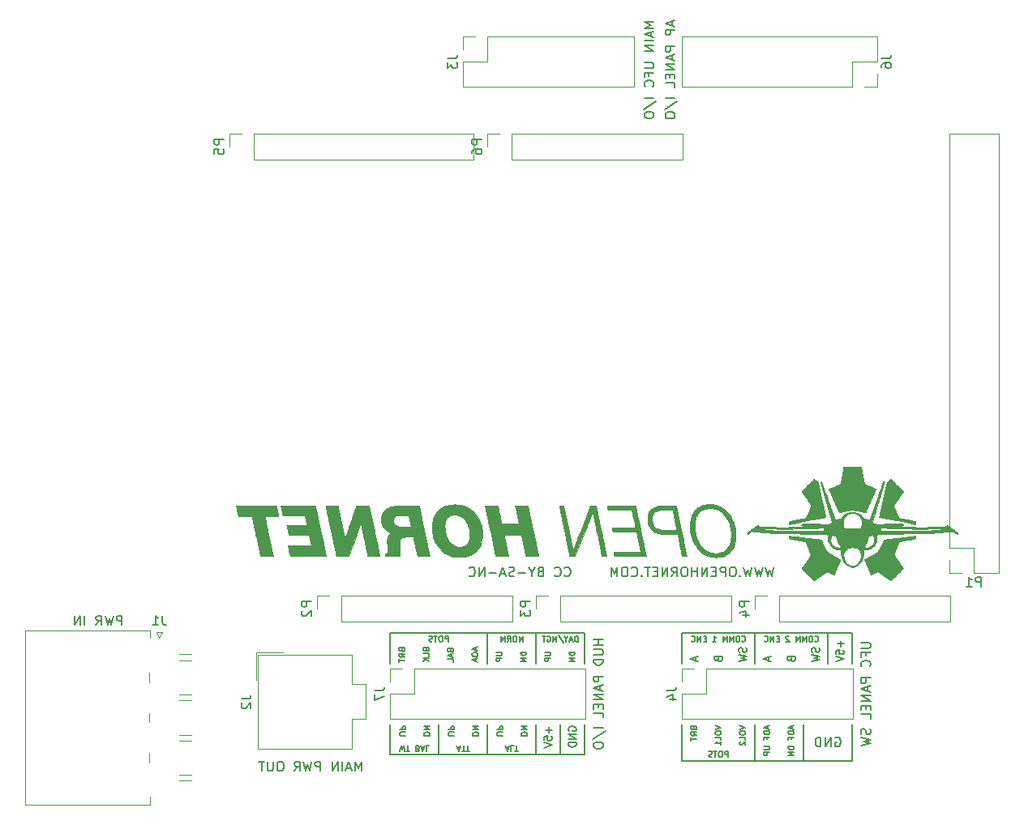
<source format=gbr>
G04 #@! TF.GenerationSoftware,KiCad,Pcbnew,(5.1.4)-1*
G04 #@! TF.CreationDate,2020-12-27T20:28:09-07:00*
G04 #@! TF.ProjectId,ufc_v4_controller,7566635f-7634-45f6-936f-6e74726f6c6c,rev?*
G04 #@! TF.SameCoordinates,Original*
G04 #@! TF.FileFunction,Legend,Bot*
G04 #@! TF.FilePolarity,Positive*
%FSLAX46Y46*%
G04 Gerber Fmt 4.6, Leading zero omitted, Abs format (unit mm)*
G04 Created by KiCad (PCBNEW (5.1.4)-1) date 2020-12-27 20:28:09*
%MOMM*%
%LPD*%
G04 APERTURE LIST*
%ADD10C,0.150000*%
%ADD11C,0.010000*%
%ADD12C,0.120000*%
G04 APERTURE END LIST*
D10*
X177726571Y-114768380D02*
X177488476Y-115768380D01*
X177298000Y-115054095D01*
X177107523Y-115768380D01*
X176869428Y-114768380D01*
X176583714Y-114768380D02*
X176345619Y-115768380D01*
X176155142Y-115054095D01*
X175964666Y-115768380D01*
X175726571Y-114768380D01*
X175440857Y-114768380D02*
X175202761Y-115768380D01*
X175012285Y-115054095D01*
X174821809Y-115768380D01*
X174583714Y-114768380D01*
X174202761Y-115673142D02*
X174155142Y-115720761D01*
X174202761Y-115768380D01*
X174250380Y-115720761D01*
X174202761Y-115673142D01*
X174202761Y-115768380D01*
X173536095Y-114768380D02*
X173345619Y-114768380D01*
X173250380Y-114816000D01*
X173155142Y-114911238D01*
X173107523Y-115101714D01*
X173107523Y-115435047D01*
X173155142Y-115625523D01*
X173250380Y-115720761D01*
X173345619Y-115768380D01*
X173536095Y-115768380D01*
X173631333Y-115720761D01*
X173726571Y-115625523D01*
X173774190Y-115435047D01*
X173774190Y-115101714D01*
X173726571Y-114911238D01*
X173631333Y-114816000D01*
X173536095Y-114768380D01*
X172678952Y-115768380D02*
X172678952Y-114768380D01*
X172298000Y-114768380D01*
X172202761Y-114816000D01*
X172155142Y-114863619D01*
X172107523Y-114958857D01*
X172107523Y-115101714D01*
X172155142Y-115196952D01*
X172202761Y-115244571D01*
X172298000Y-115292190D01*
X172678952Y-115292190D01*
X171678952Y-115244571D02*
X171345619Y-115244571D01*
X171202761Y-115768380D02*
X171678952Y-115768380D01*
X171678952Y-114768380D01*
X171202761Y-114768380D01*
X170774190Y-115768380D02*
X170774190Y-114768380D01*
X170202761Y-115768380D01*
X170202761Y-114768380D01*
X169726571Y-115768380D02*
X169726571Y-114768380D01*
X169726571Y-115244571D02*
X169155142Y-115244571D01*
X169155142Y-115768380D02*
X169155142Y-114768380D01*
X168488476Y-114768380D02*
X168298000Y-114768380D01*
X168202761Y-114816000D01*
X168107523Y-114911238D01*
X168059904Y-115101714D01*
X168059904Y-115435047D01*
X168107523Y-115625523D01*
X168202761Y-115720761D01*
X168298000Y-115768380D01*
X168488476Y-115768380D01*
X168583714Y-115720761D01*
X168678952Y-115625523D01*
X168726571Y-115435047D01*
X168726571Y-115101714D01*
X168678952Y-114911238D01*
X168583714Y-114816000D01*
X168488476Y-114768380D01*
X167059904Y-115768380D02*
X167393238Y-115292190D01*
X167631333Y-115768380D02*
X167631333Y-114768380D01*
X167250380Y-114768380D01*
X167155142Y-114816000D01*
X167107523Y-114863619D01*
X167059904Y-114958857D01*
X167059904Y-115101714D01*
X167107523Y-115196952D01*
X167155142Y-115244571D01*
X167250380Y-115292190D01*
X167631333Y-115292190D01*
X166631333Y-115768380D02*
X166631333Y-114768380D01*
X166059904Y-115768380D01*
X166059904Y-114768380D01*
X165583714Y-115244571D02*
X165250380Y-115244571D01*
X165107523Y-115768380D02*
X165583714Y-115768380D01*
X165583714Y-114768380D01*
X165107523Y-114768380D01*
X164821809Y-114768380D02*
X164250380Y-114768380D01*
X164536095Y-115768380D02*
X164536095Y-114768380D01*
X163917047Y-115673142D02*
X163869428Y-115720761D01*
X163917047Y-115768380D01*
X163964666Y-115720761D01*
X163917047Y-115673142D01*
X163917047Y-115768380D01*
X162869428Y-115673142D02*
X162917047Y-115720761D01*
X163059904Y-115768380D01*
X163155142Y-115768380D01*
X163298000Y-115720761D01*
X163393238Y-115625523D01*
X163440857Y-115530285D01*
X163488476Y-115339809D01*
X163488476Y-115196952D01*
X163440857Y-115006476D01*
X163393238Y-114911238D01*
X163298000Y-114816000D01*
X163155142Y-114768380D01*
X163059904Y-114768380D01*
X162917047Y-114816000D01*
X162869428Y-114863619D01*
X162250380Y-114768380D02*
X162059904Y-114768380D01*
X161964666Y-114816000D01*
X161869428Y-114911238D01*
X161821809Y-115101714D01*
X161821809Y-115435047D01*
X161869428Y-115625523D01*
X161964666Y-115720761D01*
X162059904Y-115768380D01*
X162250380Y-115768380D01*
X162345619Y-115720761D01*
X162440857Y-115625523D01*
X162488476Y-115435047D01*
X162488476Y-115101714D01*
X162440857Y-114911238D01*
X162345619Y-114816000D01*
X162250380Y-114768380D01*
X161393238Y-115768380D02*
X161393238Y-114768380D01*
X161059904Y-115482666D01*
X160726571Y-114768380D01*
X160726571Y-115768380D01*
X155869428Y-115673142D02*
X155917047Y-115720761D01*
X156059904Y-115768380D01*
X156155142Y-115768380D01*
X156298000Y-115720761D01*
X156393238Y-115625523D01*
X156440857Y-115530285D01*
X156488476Y-115339809D01*
X156488476Y-115196952D01*
X156440857Y-115006476D01*
X156393238Y-114911238D01*
X156298000Y-114816000D01*
X156155142Y-114768380D01*
X156059904Y-114768380D01*
X155917047Y-114816000D01*
X155869428Y-114863619D01*
X154869428Y-115673142D02*
X154917047Y-115720761D01*
X155059904Y-115768380D01*
X155155142Y-115768380D01*
X155298000Y-115720761D01*
X155393238Y-115625523D01*
X155440857Y-115530285D01*
X155488476Y-115339809D01*
X155488476Y-115196952D01*
X155440857Y-115006476D01*
X155393238Y-114911238D01*
X155298000Y-114816000D01*
X155155142Y-114768380D01*
X155059904Y-114768380D01*
X154917047Y-114816000D01*
X154869428Y-114863619D01*
X153345619Y-115244571D02*
X153202761Y-115292190D01*
X153155142Y-115339809D01*
X153107523Y-115435047D01*
X153107523Y-115577904D01*
X153155142Y-115673142D01*
X153202761Y-115720761D01*
X153298000Y-115768380D01*
X153678952Y-115768380D01*
X153678952Y-114768380D01*
X153345619Y-114768380D01*
X153250380Y-114816000D01*
X153202761Y-114863619D01*
X153155142Y-114958857D01*
X153155142Y-115054095D01*
X153202761Y-115149333D01*
X153250380Y-115196952D01*
X153345619Y-115244571D01*
X153678952Y-115244571D01*
X152488476Y-115292190D02*
X152488476Y-115768380D01*
X152821809Y-114768380D02*
X152488476Y-115292190D01*
X152155142Y-114768380D01*
X151821809Y-115387428D02*
X151059904Y-115387428D01*
X150631333Y-115720761D02*
X150488476Y-115768380D01*
X150250380Y-115768380D01*
X150155142Y-115720761D01*
X150107523Y-115673142D01*
X150059904Y-115577904D01*
X150059904Y-115482666D01*
X150107523Y-115387428D01*
X150155142Y-115339809D01*
X150250380Y-115292190D01*
X150440857Y-115244571D01*
X150536095Y-115196952D01*
X150583714Y-115149333D01*
X150631333Y-115054095D01*
X150631333Y-114958857D01*
X150583714Y-114863619D01*
X150536095Y-114816000D01*
X150440857Y-114768380D01*
X150202761Y-114768380D01*
X150059904Y-114816000D01*
X149678952Y-115482666D02*
X149202761Y-115482666D01*
X149774190Y-115768380D02*
X149440857Y-114768380D01*
X149107523Y-115768380D01*
X148774190Y-115387428D02*
X148012285Y-115387428D01*
X147536095Y-115768380D02*
X147536095Y-114768380D01*
X146964666Y-115768380D01*
X146964666Y-114768380D01*
X145917047Y-115673142D02*
X145964666Y-115720761D01*
X146107523Y-115768380D01*
X146202761Y-115768380D01*
X146345619Y-115720761D01*
X146440857Y-115625523D01*
X146488476Y-115530285D01*
X146536095Y-115339809D01*
X146536095Y-115196952D01*
X146488476Y-115006476D01*
X146440857Y-114911238D01*
X146345619Y-114816000D01*
X146202761Y-114768380D01*
X146107523Y-114768380D01*
X145964666Y-114816000D01*
X145917047Y-114863619D01*
X137668000Y-134366000D02*
X137668000Y-131191000D01*
X142748000Y-134366000D02*
X137668000Y-134366000D01*
X142748000Y-134366000D02*
X142748000Y-131191000D01*
X147828000Y-134366000D02*
X142748000Y-134366000D01*
X147828000Y-134366000D02*
X147828000Y-131191000D01*
X152908000Y-134366000D02*
X147828000Y-134366000D01*
X152908000Y-134366000D02*
X152908000Y-131191000D01*
X155448000Y-134366000D02*
X152908000Y-134366000D01*
X155448000Y-134366000D02*
X155448000Y-131191000D01*
X157988000Y-134366000D02*
X155448000Y-134366000D01*
X157988000Y-131191000D02*
X157988000Y-134366000D01*
X156318000Y-131898023D02*
X156279904Y-131821833D01*
X156279904Y-131707547D01*
X156318000Y-131593261D01*
X156394190Y-131517071D01*
X156470380Y-131478976D01*
X156622761Y-131440880D01*
X156737047Y-131440880D01*
X156889428Y-131478976D01*
X156965619Y-131517071D01*
X157041809Y-131593261D01*
X157079904Y-131707547D01*
X157079904Y-131783738D01*
X157041809Y-131898023D01*
X157003714Y-131936119D01*
X156737047Y-131936119D01*
X156737047Y-131783738D01*
X157079904Y-132278976D02*
X156279904Y-132278976D01*
X157079904Y-132736119D01*
X156279904Y-132736119D01*
X157079904Y-133117071D02*
X156279904Y-133117071D01*
X156279904Y-133307547D01*
X156318000Y-133421833D01*
X156394190Y-133498023D01*
X156470380Y-133536119D01*
X156622761Y-133574214D01*
X156737047Y-133574214D01*
X156889428Y-133536119D01*
X156965619Y-133498023D01*
X157041809Y-133421833D01*
X157079904Y-133307547D01*
X157079904Y-133117071D01*
X154235142Y-131478976D02*
X154235142Y-132088500D01*
X154539904Y-131783738D02*
X153930380Y-131783738D01*
X153739904Y-132850404D02*
X153739904Y-132469452D01*
X154120857Y-132431357D01*
X154082761Y-132469452D01*
X154044666Y-132545642D01*
X154044666Y-132736119D01*
X154082761Y-132812309D01*
X154120857Y-132850404D01*
X154197047Y-132888500D01*
X154387523Y-132888500D01*
X154463714Y-132850404D01*
X154501809Y-132812309D01*
X154539904Y-132736119D01*
X154539904Y-132545642D01*
X154501809Y-132469452D01*
X154463714Y-132431357D01*
X153739904Y-133117071D02*
X154539904Y-133383738D01*
X153739904Y-133650404D01*
X149753714Y-133630999D02*
X150039428Y-133630999D01*
X149696571Y-133459570D02*
X149896571Y-134059570D01*
X150096571Y-133459570D01*
X150582285Y-133459570D02*
X150296571Y-133459570D01*
X150296571Y-134059570D01*
X150696571Y-134059570D02*
X151039428Y-134059570D01*
X150868000Y-133459570D02*
X150868000Y-134059570D01*
X149426571Y-132374214D02*
X148940857Y-132374214D01*
X148883714Y-132345642D01*
X148855142Y-132317071D01*
X148826571Y-132259928D01*
X148826571Y-132145642D01*
X148855142Y-132088500D01*
X148883714Y-132059928D01*
X148940857Y-132031357D01*
X149426571Y-132031357D01*
X148826571Y-131745642D02*
X149426571Y-131745642D01*
X149426571Y-131517071D01*
X149398000Y-131459928D01*
X149369428Y-131431357D01*
X149312285Y-131402785D01*
X149226571Y-131402785D01*
X149169428Y-131431357D01*
X149140857Y-131459928D01*
X149112285Y-131517071D01*
X149112285Y-131745642D01*
X151366571Y-132374214D02*
X151966571Y-132374214D01*
X151966571Y-132231357D01*
X151938000Y-132145642D01*
X151880857Y-132088500D01*
X151823714Y-132059928D01*
X151709428Y-132031357D01*
X151623714Y-132031357D01*
X151509428Y-132059928D01*
X151452285Y-132088500D01*
X151395142Y-132145642D01*
X151366571Y-132231357D01*
X151366571Y-132374214D01*
X151366571Y-131774214D02*
X151966571Y-131774214D01*
X151366571Y-131431357D01*
X151966571Y-131431357D01*
X144688000Y-133630999D02*
X144973714Y-133630999D01*
X144630857Y-133459570D02*
X144830857Y-134059570D01*
X145030857Y-133459570D01*
X145145142Y-134059570D02*
X145488000Y-134059570D01*
X145316571Y-133459570D02*
X145316571Y-134059570D01*
X145602285Y-134059570D02*
X145945142Y-134059570D01*
X145773714Y-133459570D02*
X145773714Y-134059570D01*
X141206571Y-132374214D02*
X141806571Y-132374214D01*
X141806571Y-132231357D01*
X141778000Y-132145642D01*
X141720857Y-132088500D01*
X141663714Y-132059928D01*
X141549428Y-132031357D01*
X141463714Y-132031357D01*
X141349428Y-132059928D01*
X141292285Y-132088500D01*
X141235142Y-132145642D01*
X141206571Y-132231357D01*
X141206571Y-132374214D01*
X141206571Y-131774214D02*
X141806571Y-131774214D01*
X141206571Y-131431357D01*
X141806571Y-131431357D01*
X139266571Y-132374214D02*
X138780857Y-132374214D01*
X138723714Y-132345642D01*
X138695142Y-132317071D01*
X138666571Y-132259928D01*
X138666571Y-132145642D01*
X138695142Y-132088500D01*
X138723714Y-132059928D01*
X138780857Y-132031357D01*
X139266571Y-132031357D01*
X138666571Y-131745642D02*
X139266571Y-131745642D01*
X139266571Y-131517071D01*
X139238000Y-131459928D01*
X139209428Y-131431357D01*
X139152285Y-131402785D01*
X139066571Y-131402785D01*
X139009428Y-131431357D01*
X138980857Y-131459928D01*
X138952285Y-131517071D01*
X138952285Y-131745642D01*
X138693714Y-134059571D02*
X138836571Y-133459571D01*
X138950857Y-133888142D01*
X139065142Y-133459571D01*
X139208000Y-134059571D01*
X139350857Y-134059571D02*
X139693714Y-134059571D01*
X139522285Y-133459571D02*
X139522285Y-134059571D01*
X140550857Y-133773857D02*
X140636571Y-133745285D01*
X140665142Y-133716714D01*
X140693714Y-133659571D01*
X140693714Y-133573857D01*
X140665142Y-133516714D01*
X140636571Y-133488142D01*
X140579428Y-133459571D01*
X140350857Y-133459571D01*
X140350857Y-134059571D01*
X140550857Y-134059571D01*
X140608000Y-134031000D01*
X140636571Y-134002428D01*
X140665142Y-133945285D01*
X140665142Y-133888142D01*
X140636571Y-133831000D01*
X140608000Y-133802428D01*
X140550857Y-133773857D01*
X140350857Y-133773857D01*
X140922285Y-133631000D02*
X141208000Y-133631000D01*
X140865142Y-133459571D02*
X141065142Y-134059571D01*
X141265142Y-133459571D01*
X141750857Y-133459571D02*
X141465142Y-133459571D01*
X141465142Y-134059571D01*
X146286571Y-132374214D02*
X146886571Y-132374214D01*
X146886571Y-132231357D01*
X146858000Y-132145642D01*
X146800857Y-132088500D01*
X146743714Y-132059928D01*
X146629428Y-132031357D01*
X146543714Y-132031357D01*
X146429428Y-132059928D01*
X146372285Y-132088500D01*
X146315142Y-132145642D01*
X146286571Y-132231357D01*
X146286571Y-132374214D01*
X146286571Y-131774214D02*
X146886571Y-131774214D01*
X146286571Y-131431357D01*
X146886571Y-131431357D01*
X144346571Y-132374214D02*
X143860857Y-132374214D01*
X143803714Y-132345642D01*
X143775142Y-132317071D01*
X143746571Y-132259928D01*
X143746571Y-132145642D01*
X143775142Y-132088500D01*
X143803714Y-132059928D01*
X143860857Y-132031357D01*
X144346571Y-132031357D01*
X143746571Y-131745642D02*
X144346571Y-131745642D01*
X144346571Y-131517071D01*
X144318000Y-131459928D01*
X144289428Y-131431357D01*
X144232285Y-131402785D01*
X144146571Y-131402785D01*
X144089428Y-131431357D01*
X144060857Y-131459928D01*
X144032285Y-131517071D01*
X144032285Y-131745642D01*
X157276571Y-122572428D02*
X157276571Y-121972428D01*
X157133714Y-121972428D01*
X157048000Y-122001000D01*
X156990857Y-122058142D01*
X156962285Y-122115285D01*
X156933714Y-122229571D01*
X156933714Y-122315285D01*
X156962285Y-122429571D01*
X156990857Y-122486714D01*
X157048000Y-122543857D01*
X157133714Y-122572428D01*
X157276571Y-122572428D01*
X156705142Y-122401000D02*
X156419428Y-122401000D01*
X156762285Y-122572428D02*
X156562285Y-121972428D01*
X156362285Y-122572428D01*
X156048000Y-122286714D02*
X156048000Y-122572428D01*
X156248000Y-121972428D02*
X156048000Y-122286714D01*
X155848000Y-121972428D01*
X155219428Y-121943857D02*
X155733714Y-122715285D01*
X155019428Y-122572428D02*
X155019428Y-121972428D01*
X154676571Y-122572428D01*
X154676571Y-121972428D01*
X154076571Y-122001000D02*
X154133714Y-121972428D01*
X154219428Y-121972428D01*
X154305142Y-122001000D01*
X154362285Y-122058142D01*
X154390857Y-122115285D01*
X154419428Y-122229571D01*
X154419428Y-122315285D01*
X154390857Y-122429571D01*
X154362285Y-122486714D01*
X154305142Y-122543857D01*
X154219428Y-122572428D01*
X154162285Y-122572428D01*
X154076571Y-122543857D01*
X154048000Y-122515285D01*
X154048000Y-122315285D01*
X154162285Y-122315285D01*
X153876571Y-121972428D02*
X153533714Y-121972428D01*
X153705142Y-122572428D02*
X153705142Y-121972428D01*
X151496571Y-122572428D02*
X151496571Y-121972428D01*
X151153714Y-122572428D01*
X151153714Y-121972428D01*
X150753714Y-121972428D02*
X150639428Y-121972428D01*
X150582285Y-122001000D01*
X150525142Y-122058142D01*
X150496571Y-122172428D01*
X150496571Y-122372428D01*
X150525142Y-122486714D01*
X150582285Y-122543857D01*
X150639428Y-122572428D01*
X150753714Y-122572428D01*
X150810857Y-122543857D01*
X150868000Y-122486714D01*
X150896571Y-122372428D01*
X150896571Y-122172428D01*
X150868000Y-122058142D01*
X150810857Y-122001000D01*
X150753714Y-121972428D01*
X149896571Y-122572428D02*
X150096571Y-122286714D01*
X150239428Y-122572428D02*
X150239428Y-121972428D01*
X150010857Y-121972428D01*
X149953714Y-122001000D01*
X149925142Y-122029571D01*
X149896571Y-122086714D01*
X149896571Y-122172428D01*
X149925142Y-122229571D01*
X149953714Y-122258142D01*
X150010857Y-122286714D01*
X150239428Y-122286714D01*
X149639428Y-122572428D02*
X149639428Y-121972428D01*
X149439428Y-122401000D01*
X149239428Y-121972428D01*
X149239428Y-122572428D01*
X153849428Y-123657785D02*
X154335142Y-123657785D01*
X154392285Y-123686357D01*
X154420857Y-123714928D01*
X154449428Y-123772071D01*
X154449428Y-123886357D01*
X154420857Y-123943500D01*
X154392285Y-123972071D01*
X154335142Y-124000642D01*
X153849428Y-124000642D01*
X154449428Y-124286357D02*
X153849428Y-124286357D01*
X153849428Y-124514928D01*
X153878000Y-124572071D01*
X153906571Y-124600642D01*
X153963714Y-124629214D01*
X154049428Y-124629214D01*
X154106571Y-124600642D01*
X154135142Y-124572071D01*
X154163714Y-124514928D01*
X154163714Y-124286357D01*
X156989428Y-123657785D02*
X156389428Y-123657785D01*
X156389428Y-123800642D01*
X156418000Y-123886357D01*
X156475142Y-123943500D01*
X156532285Y-123972071D01*
X156646571Y-124000642D01*
X156732285Y-124000642D01*
X156846571Y-123972071D01*
X156903714Y-123943500D01*
X156960857Y-123886357D01*
X156989428Y-123800642D01*
X156989428Y-123657785D01*
X156989428Y-124257785D02*
X156389428Y-124257785D01*
X156989428Y-124600642D01*
X156389428Y-124600642D01*
X157988000Y-121666000D02*
X157988000Y-124841000D01*
X152908000Y-121666000D02*
X157988000Y-121666000D01*
X152908000Y-121666000D02*
X152908000Y-124841000D01*
X147828000Y-121666000D02*
X152908000Y-121666000D01*
X137668000Y-121666000D02*
X137668000Y-124841000D01*
X147828000Y-121666000D02*
X137668000Y-121666000D01*
X147828000Y-124841000D02*
X147828000Y-121666000D01*
X143733714Y-122572428D02*
X143733714Y-121972428D01*
X143505142Y-121972428D01*
X143448000Y-122001000D01*
X143419428Y-122029571D01*
X143390857Y-122086714D01*
X143390857Y-122172428D01*
X143419428Y-122229571D01*
X143448000Y-122258142D01*
X143505142Y-122286714D01*
X143733714Y-122286714D01*
X143019428Y-121972428D02*
X142905142Y-121972428D01*
X142848000Y-122001000D01*
X142790857Y-122058142D01*
X142762285Y-122172428D01*
X142762285Y-122372428D01*
X142790857Y-122486714D01*
X142848000Y-122543857D01*
X142905142Y-122572428D01*
X143019428Y-122572428D01*
X143076571Y-122543857D01*
X143133714Y-122486714D01*
X143162285Y-122372428D01*
X143162285Y-122172428D01*
X143133714Y-122058142D01*
X143076571Y-122001000D01*
X143019428Y-121972428D01*
X142590857Y-121972428D02*
X142248000Y-121972428D01*
X142419428Y-122572428D02*
X142419428Y-121972428D01*
X142076571Y-122543857D02*
X141990857Y-122572428D01*
X141848000Y-122572428D01*
X141790857Y-122543857D01*
X141762285Y-122515285D01*
X141733714Y-122458142D01*
X141733714Y-122401000D01*
X141762285Y-122343857D01*
X141790857Y-122315285D01*
X141848000Y-122286714D01*
X141962285Y-122258142D01*
X142019428Y-122229571D01*
X142048000Y-122201000D01*
X142076571Y-122143857D01*
X142076571Y-122086714D01*
X142048000Y-122029571D01*
X142019428Y-122001000D01*
X141962285Y-121972428D01*
X141819428Y-121972428D01*
X141733714Y-122001000D01*
X151909428Y-123657785D02*
X151309428Y-123657785D01*
X151309428Y-123800642D01*
X151338000Y-123886357D01*
X151395142Y-123943500D01*
X151452285Y-123972071D01*
X151566571Y-124000642D01*
X151652285Y-124000642D01*
X151766571Y-123972071D01*
X151823714Y-123943500D01*
X151880857Y-123886357D01*
X151909428Y-123800642D01*
X151909428Y-123657785D01*
X151909428Y-124257785D02*
X151309428Y-124257785D01*
X151909428Y-124600642D01*
X151309428Y-124600642D01*
X148769428Y-123657785D02*
X149255142Y-123657785D01*
X149312285Y-123686357D01*
X149340857Y-123714928D01*
X149369428Y-123772071D01*
X149369428Y-123886357D01*
X149340857Y-123943500D01*
X149312285Y-123972071D01*
X149255142Y-124000642D01*
X148769428Y-124000642D01*
X149369428Y-124286357D02*
X148769428Y-124286357D01*
X148769428Y-124514928D01*
X148798000Y-124572071D01*
X148826571Y-124600642D01*
X148883714Y-124629214D01*
X148969428Y-124629214D01*
X149026571Y-124600642D01*
X149055142Y-124572071D01*
X149083714Y-124514928D01*
X149083714Y-124286357D01*
X146658000Y-123200642D02*
X146658000Y-123486357D01*
X146829428Y-123143500D02*
X146229428Y-123343500D01*
X146829428Y-123543500D01*
X146229428Y-123857785D02*
X146229428Y-123972071D01*
X146258000Y-124029214D01*
X146315142Y-124086357D01*
X146429428Y-124114928D01*
X146629428Y-124114928D01*
X146743714Y-124086357D01*
X146800857Y-124029214D01*
X146829428Y-123972071D01*
X146829428Y-123857785D01*
X146800857Y-123800642D01*
X146743714Y-123743500D01*
X146629428Y-123714928D01*
X146429428Y-123714928D01*
X146315142Y-123743500D01*
X146258000Y-123800642D01*
X146229428Y-123857785D01*
X146658000Y-124343500D02*
X146658000Y-124629214D01*
X146829428Y-124286357D02*
X146229428Y-124486357D01*
X146829428Y-124686357D01*
X143975142Y-123486357D02*
X144003714Y-123572071D01*
X144032285Y-123600642D01*
X144089428Y-123629214D01*
X144175142Y-123629214D01*
X144232285Y-123600642D01*
X144260857Y-123572071D01*
X144289428Y-123514928D01*
X144289428Y-123286357D01*
X143689428Y-123286357D01*
X143689428Y-123486357D01*
X143718000Y-123543500D01*
X143746571Y-123572071D01*
X143803714Y-123600642D01*
X143860857Y-123600642D01*
X143918000Y-123572071D01*
X143946571Y-123543500D01*
X143975142Y-123486357D01*
X143975142Y-123286357D01*
X144118000Y-123857785D02*
X144118000Y-124143500D01*
X144289428Y-123800642D02*
X143689428Y-124000642D01*
X144289428Y-124200642D01*
X144289428Y-124686357D02*
X144289428Y-124400642D01*
X143689428Y-124400642D01*
X141435142Y-123400642D02*
X141463714Y-123486357D01*
X141492285Y-123514928D01*
X141549428Y-123543500D01*
X141635142Y-123543500D01*
X141692285Y-123514928D01*
X141720857Y-123486357D01*
X141749428Y-123429214D01*
X141749428Y-123200642D01*
X141149428Y-123200642D01*
X141149428Y-123400642D01*
X141178000Y-123457785D01*
X141206571Y-123486357D01*
X141263714Y-123514928D01*
X141320857Y-123514928D01*
X141378000Y-123486357D01*
X141406571Y-123457785D01*
X141435142Y-123400642D01*
X141435142Y-123200642D01*
X141749428Y-124086357D02*
X141749428Y-123800642D01*
X141149428Y-123800642D01*
X141749428Y-124286357D02*
X141149428Y-124286357D01*
X141749428Y-124629214D02*
X141406571Y-124372071D01*
X141149428Y-124629214D02*
X141492285Y-124286357D01*
X138895142Y-123429214D02*
X138923714Y-123514928D01*
X138952285Y-123543500D01*
X139009428Y-123572071D01*
X139095142Y-123572071D01*
X139152285Y-123543500D01*
X139180857Y-123514928D01*
X139209428Y-123457785D01*
X139209428Y-123229214D01*
X138609428Y-123229214D01*
X138609428Y-123429214D01*
X138638000Y-123486357D01*
X138666571Y-123514928D01*
X138723714Y-123543500D01*
X138780857Y-123543500D01*
X138838000Y-123514928D01*
X138866571Y-123486357D01*
X138895142Y-123429214D01*
X138895142Y-123229214D01*
X139209428Y-124172071D02*
X138923714Y-123972071D01*
X139209428Y-123829214D02*
X138609428Y-123829214D01*
X138609428Y-124057785D01*
X138638000Y-124114928D01*
X138666571Y-124143500D01*
X138723714Y-124172071D01*
X138809428Y-124172071D01*
X138866571Y-124143500D01*
X138895142Y-124114928D01*
X138923714Y-124057785D01*
X138923714Y-123829214D01*
X138609428Y-124343500D02*
X138609428Y-124686357D01*
X139209428Y-124514928D02*
X138609428Y-124514928D01*
X185928000Y-121666000D02*
X185928000Y-124841000D01*
X183388000Y-121666000D02*
X185928000Y-121666000D01*
X185928000Y-135001000D02*
X185928000Y-131191000D01*
X180848000Y-135001000D02*
X185928000Y-135001000D01*
X180848000Y-135001000D02*
X180848000Y-131191000D01*
X175768000Y-135001000D02*
X180848000Y-135001000D01*
X184149904Y-132596000D02*
X184245142Y-132548380D01*
X184388000Y-132548380D01*
X184530857Y-132596000D01*
X184626095Y-132691238D01*
X184673714Y-132786476D01*
X184721333Y-132976952D01*
X184721333Y-133119809D01*
X184673714Y-133310285D01*
X184626095Y-133405523D01*
X184530857Y-133500761D01*
X184388000Y-133548380D01*
X184292761Y-133548380D01*
X184149904Y-133500761D01*
X184102285Y-133453142D01*
X184102285Y-133119809D01*
X184292761Y-133119809D01*
X183673714Y-133548380D02*
X183673714Y-132548380D01*
X183102285Y-133548380D01*
X183102285Y-132548380D01*
X182626095Y-133548380D02*
X182626095Y-132548380D01*
X182388000Y-132548380D01*
X182245142Y-132596000D01*
X182149904Y-132691238D01*
X182102285Y-132786476D01*
X182054666Y-132976952D01*
X182054666Y-133119809D01*
X182102285Y-133310285D01*
X182149904Y-133405523D01*
X182245142Y-133500761D01*
X182388000Y-133548380D01*
X182626095Y-133548380D01*
X179678000Y-131402785D02*
X179678000Y-131688500D01*
X179849428Y-131345642D02*
X179249428Y-131545642D01*
X179849428Y-131745642D01*
X179849428Y-131945642D02*
X179249428Y-131945642D01*
X179249428Y-132088500D01*
X179278000Y-132174214D01*
X179335142Y-132231357D01*
X179392285Y-132259928D01*
X179506571Y-132288500D01*
X179592285Y-132288500D01*
X179706571Y-132259928D01*
X179763714Y-132231357D01*
X179820857Y-132174214D01*
X179849428Y-132088500D01*
X179849428Y-131945642D01*
X179535142Y-132745642D02*
X179535142Y-132545642D01*
X179849428Y-132545642D02*
X179249428Y-132545642D01*
X179249428Y-132831357D01*
X179849428Y-133517071D02*
X179249428Y-133517071D01*
X179249428Y-133659928D01*
X179278000Y-133745642D01*
X179335142Y-133802785D01*
X179392285Y-133831357D01*
X179506571Y-133859928D01*
X179592285Y-133859928D01*
X179706571Y-133831357D01*
X179763714Y-133802785D01*
X179820857Y-133745642D01*
X179849428Y-133659928D01*
X179849428Y-133517071D01*
X179849428Y-134117071D02*
X179249428Y-134117071D01*
X179849428Y-134459928D01*
X179249428Y-134459928D01*
X177138000Y-131402785D02*
X177138000Y-131688500D01*
X177309428Y-131345642D02*
X176709428Y-131545642D01*
X177309428Y-131745642D01*
X177309428Y-131945642D02*
X176709428Y-131945642D01*
X176709428Y-132088500D01*
X176738000Y-132174214D01*
X176795142Y-132231357D01*
X176852285Y-132259928D01*
X176966571Y-132288500D01*
X177052285Y-132288500D01*
X177166571Y-132259928D01*
X177223714Y-132231357D01*
X177280857Y-132174214D01*
X177309428Y-132088500D01*
X177309428Y-131945642D01*
X176995142Y-132745642D02*
X176995142Y-132545642D01*
X177309428Y-132545642D02*
X176709428Y-132545642D01*
X176709428Y-132831357D01*
X176709428Y-133517071D02*
X177195142Y-133517071D01*
X177252285Y-133545642D01*
X177280857Y-133574214D01*
X177309428Y-133631357D01*
X177309428Y-133745642D01*
X177280857Y-133802785D01*
X177252285Y-133831357D01*
X177195142Y-133859928D01*
X176709428Y-133859928D01*
X177309428Y-134145642D02*
X176709428Y-134145642D01*
X176709428Y-134374214D01*
X176738000Y-134431357D01*
X176766571Y-134459928D01*
X176823714Y-134488500D01*
X176909428Y-134488500D01*
X176966571Y-134459928D01*
X176995142Y-134431357D01*
X177023714Y-134374214D01*
X177023714Y-134145642D01*
X175768000Y-135001000D02*
X175768000Y-131191000D01*
X168148000Y-135001000D02*
X175768000Y-135001000D01*
X168148000Y-131191000D02*
X168148000Y-135001000D01*
X172943714Y-134637428D02*
X172943714Y-134037428D01*
X172715142Y-134037428D01*
X172658000Y-134066000D01*
X172629428Y-134094571D01*
X172600857Y-134151714D01*
X172600857Y-134237428D01*
X172629428Y-134294571D01*
X172658000Y-134323142D01*
X172715142Y-134351714D01*
X172943714Y-134351714D01*
X172229428Y-134037428D02*
X172115142Y-134037428D01*
X172058000Y-134066000D01*
X172000857Y-134123142D01*
X171972285Y-134237428D01*
X171972285Y-134437428D01*
X172000857Y-134551714D01*
X172058000Y-134608857D01*
X172115142Y-134637428D01*
X172229428Y-134637428D01*
X172286571Y-134608857D01*
X172343714Y-134551714D01*
X172372285Y-134437428D01*
X172372285Y-134237428D01*
X172343714Y-134123142D01*
X172286571Y-134066000D01*
X172229428Y-134037428D01*
X171800857Y-134037428D02*
X171458000Y-134037428D01*
X171629428Y-134637428D02*
X171629428Y-134037428D01*
X171286571Y-134608857D02*
X171200857Y-134637428D01*
X171058000Y-134637428D01*
X171000857Y-134608857D01*
X170972285Y-134580285D01*
X170943714Y-134523142D01*
X170943714Y-134466000D01*
X170972285Y-134408857D01*
X171000857Y-134380285D01*
X171058000Y-134351714D01*
X171172285Y-134323142D01*
X171229428Y-134294571D01*
X171258000Y-134266000D01*
X171286571Y-134208857D01*
X171286571Y-134151714D01*
X171258000Y-134094571D01*
X171229428Y-134066000D01*
X171172285Y-134037428D01*
X171029428Y-134037428D01*
X170943714Y-134066000D01*
X174169428Y-131345642D02*
X174769428Y-131545642D01*
X174169428Y-131745642D01*
X174169428Y-132059928D02*
X174169428Y-132174214D01*
X174198000Y-132231357D01*
X174255142Y-132288500D01*
X174369428Y-132317071D01*
X174569428Y-132317071D01*
X174683714Y-132288500D01*
X174740857Y-132231357D01*
X174769428Y-132174214D01*
X174769428Y-132059928D01*
X174740857Y-132002785D01*
X174683714Y-131945642D01*
X174569428Y-131917071D01*
X174369428Y-131917071D01*
X174255142Y-131945642D01*
X174198000Y-132002785D01*
X174169428Y-132059928D01*
X174769428Y-132859928D02*
X174769428Y-132574214D01*
X174169428Y-132574214D01*
X174226571Y-133031357D02*
X174198000Y-133059928D01*
X174169428Y-133117071D01*
X174169428Y-133259928D01*
X174198000Y-133317071D01*
X174226571Y-133345642D01*
X174283714Y-133374214D01*
X174340857Y-133374214D01*
X174426571Y-133345642D01*
X174769428Y-133002785D01*
X174769428Y-133374214D01*
X171629428Y-131345642D02*
X172229428Y-131545642D01*
X171629428Y-131745642D01*
X171629428Y-132059928D02*
X171629428Y-132174214D01*
X171658000Y-132231357D01*
X171715142Y-132288500D01*
X171829428Y-132317071D01*
X172029428Y-132317071D01*
X172143714Y-132288500D01*
X172200857Y-132231357D01*
X172229428Y-132174214D01*
X172229428Y-132059928D01*
X172200857Y-132002785D01*
X172143714Y-131945642D01*
X172029428Y-131917071D01*
X171829428Y-131917071D01*
X171715142Y-131945642D01*
X171658000Y-132002785D01*
X171629428Y-132059928D01*
X172229428Y-132859928D02*
X172229428Y-132574214D01*
X171629428Y-132574214D01*
X172229428Y-133374214D02*
X172229428Y-133031357D01*
X172229428Y-133202785D02*
X171629428Y-133202785D01*
X171715142Y-133145642D01*
X171772285Y-133088500D01*
X171800857Y-133031357D01*
X169375142Y-131631357D02*
X169403714Y-131717071D01*
X169432285Y-131745642D01*
X169489428Y-131774214D01*
X169575142Y-131774214D01*
X169632285Y-131745642D01*
X169660857Y-131717071D01*
X169689428Y-131659928D01*
X169689428Y-131431357D01*
X169089428Y-131431357D01*
X169089428Y-131631357D01*
X169118000Y-131688500D01*
X169146571Y-131717071D01*
X169203714Y-131745642D01*
X169260857Y-131745642D01*
X169318000Y-131717071D01*
X169346571Y-131688500D01*
X169375142Y-131631357D01*
X169375142Y-131431357D01*
X169689428Y-132374214D02*
X169403714Y-132174214D01*
X169689428Y-132031357D02*
X169089428Y-132031357D01*
X169089428Y-132259928D01*
X169118000Y-132317071D01*
X169146571Y-132345642D01*
X169203714Y-132374214D01*
X169289428Y-132374214D01*
X169346571Y-132345642D01*
X169375142Y-132317071D01*
X169403714Y-132259928D01*
X169403714Y-132031357D01*
X169089428Y-132545642D02*
X169089428Y-132888500D01*
X169689428Y-132717071D02*
X169089428Y-132717071D01*
X174400857Y-122515285D02*
X174429428Y-122543857D01*
X174515142Y-122572428D01*
X174572285Y-122572428D01*
X174658000Y-122543857D01*
X174715142Y-122486714D01*
X174743714Y-122429571D01*
X174772285Y-122315285D01*
X174772285Y-122229571D01*
X174743714Y-122115285D01*
X174715142Y-122058142D01*
X174658000Y-122001000D01*
X174572285Y-121972428D01*
X174515142Y-121972428D01*
X174429428Y-122001000D01*
X174400857Y-122029571D01*
X174029428Y-121972428D02*
X173915142Y-121972428D01*
X173858000Y-122001000D01*
X173800857Y-122058142D01*
X173772285Y-122172428D01*
X173772285Y-122372428D01*
X173800857Y-122486714D01*
X173858000Y-122543857D01*
X173915142Y-122572428D01*
X174029428Y-122572428D01*
X174086571Y-122543857D01*
X174143714Y-122486714D01*
X174172285Y-122372428D01*
X174172285Y-122172428D01*
X174143714Y-122058142D01*
X174086571Y-122001000D01*
X174029428Y-121972428D01*
X173515142Y-122572428D02*
X173515142Y-121972428D01*
X173315142Y-122401000D01*
X173115142Y-121972428D01*
X173115142Y-122572428D01*
X172829428Y-122572428D02*
X172829428Y-121972428D01*
X172629428Y-122401000D01*
X172429428Y-121972428D01*
X172429428Y-122572428D01*
X171372285Y-122572428D02*
X171715142Y-122572428D01*
X171543714Y-122572428D02*
X171543714Y-121972428D01*
X171600857Y-122058142D01*
X171658000Y-122115285D01*
X171715142Y-122143857D01*
X170658000Y-122258142D02*
X170458000Y-122258142D01*
X170372285Y-122572428D02*
X170658000Y-122572428D01*
X170658000Y-121972428D01*
X170372285Y-121972428D01*
X170115142Y-122572428D02*
X170115142Y-121972428D01*
X169772285Y-122572428D01*
X169772285Y-121972428D01*
X169143714Y-122515285D02*
X169172285Y-122543857D01*
X169258000Y-122572428D01*
X169315142Y-122572428D01*
X169400857Y-122543857D01*
X169458000Y-122486714D01*
X169486571Y-122429571D01*
X169515142Y-122315285D01*
X169515142Y-122229571D01*
X169486571Y-122115285D01*
X169458000Y-122058142D01*
X169400857Y-122001000D01*
X169315142Y-121972428D01*
X169258000Y-121972428D01*
X169172285Y-122001000D01*
X169143714Y-122029571D01*
X182020857Y-122515285D02*
X182049428Y-122543857D01*
X182135142Y-122572428D01*
X182192285Y-122572428D01*
X182278000Y-122543857D01*
X182335142Y-122486714D01*
X182363714Y-122429571D01*
X182392285Y-122315285D01*
X182392285Y-122229571D01*
X182363714Y-122115285D01*
X182335142Y-122058142D01*
X182278000Y-122001000D01*
X182192285Y-121972428D01*
X182135142Y-121972428D01*
X182049428Y-122001000D01*
X182020857Y-122029571D01*
X181649428Y-121972428D02*
X181535142Y-121972428D01*
X181478000Y-122001000D01*
X181420857Y-122058142D01*
X181392285Y-122172428D01*
X181392285Y-122372428D01*
X181420857Y-122486714D01*
X181478000Y-122543857D01*
X181535142Y-122572428D01*
X181649428Y-122572428D01*
X181706571Y-122543857D01*
X181763714Y-122486714D01*
X181792285Y-122372428D01*
X181792285Y-122172428D01*
X181763714Y-122058142D01*
X181706571Y-122001000D01*
X181649428Y-121972428D01*
X181135142Y-122572428D02*
X181135142Y-121972428D01*
X180935142Y-122401000D01*
X180735142Y-121972428D01*
X180735142Y-122572428D01*
X180449428Y-122572428D02*
X180449428Y-121972428D01*
X180249428Y-122401000D01*
X180049428Y-121972428D01*
X180049428Y-122572428D01*
X179335142Y-122029571D02*
X179306571Y-122001000D01*
X179249428Y-121972428D01*
X179106571Y-121972428D01*
X179049428Y-122001000D01*
X179020857Y-122029571D01*
X178992285Y-122086714D01*
X178992285Y-122143857D01*
X179020857Y-122229571D01*
X179363714Y-122572428D01*
X178992285Y-122572428D01*
X178278000Y-122258142D02*
X178078000Y-122258142D01*
X177992285Y-122572428D02*
X178278000Y-122572428D01*
X178278000Y-121972428D01*
X177992285Y-121972428D01*
X177735142Y-122572428D02*
X177735142Y-121972428D01*
X177392285Y-122572428D01*
X177392285Y-121972428D01*
X176763714Y-122515285D02*
X176792285Y-122543857D01*
X176878000Y-122572428D01*
X176935142Y-122572428D01*
X177020857Y-122543857D01*
X177078000Y-122486714D01*
X177106571Y-122429571D01*
X177135142Y-122315285D01*
X177135142Y-122229571D01*
X177106571Y-122115285D01*
X177078000Y-122058142D01*
X177020857Y-122001000D01*
X176935142Y-121972428D01*
X176878000Y-121972428D01*
X176792285Y-122001000D01*
X176763714Y-122029571D01*
X183388000Y-121666000D02*
X183388000Y-124841000D01*
X175768000Y-121666000D02*
X183388000Y-121666000D01*
X168148000Y-121666000D02*
X175768000Y-121666000D01*
X168148000Y-124841000D02*
X168148000Y-121666000D01*
X175768000Y-124841000D02*
X175768000Y-121666000D01*
X169551333Y-124210166D02*
X169551333Y-124591119D01*
X169779904Y-124133976D02*
X168979904Y-124400642D01*
X169779904Y-124667309D01*
X171900857Y-124400642D02*
X171938952Y-124514928D01*
X171977047Y-124553023D01*
X172053238Y-124591119D01*
X172167523Y-124591119D01*
X172243714Y-124553023D01*
X172281809Y-124514928D01*
X172319904Y-124438738D01*
X172319904Y-124133976D01*
X171519904Y-124133976D01*
X171519904Y-124400642D01*
X171558000Y-124476833D01*
X171596095Y-124514928D01*
X171672285Y-124553023D01*
X171748476Y-124553023D01*
X171824666Y-124514928D01*
X171862761Y-124476833D01*
X171900857Y-124400642D01*
X171900857Y-124133976D01*
X174821809Y-123219690D02*
X174859904Y-123333976D01*
X174859904Y-123524452D01*
X174821809Y-123600642D01*
X174783714Y-123638738D01*
X174707523Y-123676833D01*
X174631333Y-123676833D01*
X174555142Y-123638738D01*
X174517047Y-123600642D01*
X174478952Y-123524452D01*
X174440857Y-123372071D01*
X174402761Y-123295880D01*
X174364666Y-123257785D01*
X174288476Y-123219690D01*
X174212285Y-123219690D01*
X174136095Y-123257785D01*
X174098000Y-123295880D01*
X174059904Y-123372071D01*
X174059904Y-123562547D01*
X174098000Y-123676833D01*
X174059904Y-123943500D02*
X174859904Y-124133976D01*
X174288476Y-124286357D01*
X174859904Y-124438738D01*
X174059904Y-124629214D01*
X177171333Y-124210166D02*
X177171333Y-124591119D01*
X177399904Y-124133976D02*
X176599904Y-124400642D01*
X177399904Y-124667309D01*
X179520857Y-124400642D02*
X179558952Y-124514928D01*
X179597047Y-124553023D01*
X179673238Y-124591119D01*
X179787523Y-124591119D01*
X179863714Y-124553023D01*
X179901809Y-124514928D01*
X179939904Y-124438738D01*
X179939904Y-124133976D01*
X179139904Y-124133976D01*
X179139904Y-124400642D01*
X179178000Y-124476833D01*
X179216095Y-124514928D01*
X179292285Y-124553023D01*
X179368476Y-124553023D01*
X179444666Y-124514928D01*
X179482761Y-124476833D01*
X179520857Y-124400642D01*
X179520857Y-124133976D01*
X182441809Y-123219690D02*
X182479904Y-123333976D01*
X182479904Y-123524452D01*
X182441809Y-123600642D01*
X182403714Y-123638738D01*
X182327523Y-123676833D01*
X182251333Y-123676833D01*
X182175142Y-123638738D01*
X182137047Y-123600642D01*
X182098952Y-123524452D01*
X182060857Y-123372071D01*
X182022761Y-123295880D01*
X181984666Y-123257785D01*
X181908476Y-123219690D01*
X181832285Y-123219690D01*
X181756095Y-123257785D01*
X181718000Y-123295880D01*
X181679904Y-123372071D01*
X181679904Y-123562547D01*
X181718000Y-123676833D01*
X181679904Y-123943500D02*
X182479904Y-124133976D01*
X181908476Y-124286357D01*
X182479904Y-124438738D01*
X181679904Y-124629214D01*
X184715142Y-122495880D02*
X184715142Y-123105404D01*
X185019904Y-122800642D02*
X184410380Y-122800642D01*
X184219904Y-123867309D02*
X184219904Y-123486357D01*
X184600857Y-123448261D01*
X184562761Y-123486357D01*
X184524666Y-123562547D01*
X184524666Y-123753023D01*
X184562761Y-123829214D01*
X184600857Y-123867309D01*
X184677047Y-123905404D01*
X184867523Y-123905404D01*
X184943714Y-123867309D01*
X184981809Y-123829214D01*
X185019904Y-123753023D01*
X185019904Y-123562547D01*
X184981809Y-123486357D01*
X184943714Y-123448261D01*
X184219904Y-124133976D02*
X185019904Y-124400642D01*
X184219904Y-124667309D01*
D11*
G36*
X185964739Y-104292400D02*
G01*
X185923377Y-104292400D01*
X185783711Y-104292417D01*
X185659987Y-104292478D01*
X185551213Y-104292600D01*
X185456399Y-104292799D01*
X185374553Y-104293091D01*
X185304684Y-104293491D01*
X185245800Y-104294015D01*
X185196910Y-104294680D01*
X185157023Y-104295501D01*
X185125147Y-104296494D01*
X185100291Y-104297676D01*
X185081464Y-104299062D01*
X185067674Y-104300668D01*
X185057930Y-104302510D01*
X185051241Y-104304604D01*
X185047378Y-104306499D01*
X185027421Y-104322755D01*
X185014444Y-104340495D01*
X185011660Y-104351446D01*
X185006020Y-104377905D01*
X184997743Y-104418731D01*
X184987049Y-104472779D01*
X184974159Y-104538908D01*
X184959293Y-104615974D01*
X184942669Y-104702835D01*
X184924507Y-104798348D01*
X184905029Y-104901370D01*
X184884453Y-105010758D01*
X184862999Y-105125369D01*
X184848437Y-105203476D01*
X184826489Y-105320985D01*
X184805226Y-105434070D01*
X184784869Y-105541585D01*
X184765645Y-105642381D01*
X184747774Y-105735312D01*
X184731482Y-105819228D01*
X184716993Y-105892983D01*
X184704528Y-105955428D01*
X184694313Y-106005417D01*
X184686571Y-106041802D01*
X184681525Y-106063434D01*
X184679786Y-106069062D01*
X184664385Y-106091948D01*
X184648221Y-106109735D01*
X184638198Y-106115051D01*
X184613992Y-106126133D01*
X184577101Y-106142358D01*
X184529026Y-106163106D01*
X184471266Y-106187755D01*
X184405318Y-106215681D01*
X184332684Y-106246264D01*
X184254861Y-106278882D01*
X184173349Y-106312912D01*
X184089647Y-106347734D01*
X184005254Y-106382724D01*
X183921670Y-106417261D01*
X183840393Y-106450724D01*
X183762923Y-106482489D01*
X183690759Y-106511936D01*
X183625399Y-106538443D01*
X183568344Y-106561387D01*
X183521092Y-106580147D01*
X183485142Y-106594101D01*
X183461994Y-106602627D01*
X183454268Y-106605020D01*
X183453459Y-106607897D01*
X183455216Y-106616093D01*
X183459810Y-106630231D01*
X183467515Y-106650938D01*
X183478600Y-106678837D01*
X183493337Y-106714553D01*
X183511999Y-106758711D01*
X183534856Y-106811936D01*
X183562179Y-106874851D01*
X183594242Y-106948083D01*
X183631314Y-107032254D01*
X183673668Y-107127991D01*
X183721575Y-107235917D01*
X183775306Y-107356657D01*
X183835134Y-107490836D01*
X183901329Y-107639079D01*
X183974163Y-107802010D01*
X183989232Y-107835699D01*
X184050393Y-107972406D01*
X184109734Y-108104991D01*
X184166883Y-108232622D01*
X184221466Y-108354468D01*
X184273109Y-108469695D01*
X184321438Y-108577473D01*
X184366080Y-108676968D01*
X184406662Y-108767350D01*
X184442810Y-108847785D01*
X184474151Y-108917443D01*
X184500310Y-108975490D01*
X184520915Y-109021095D01*
X184535592Y-109053426D01*
X184543967Y-109071651D01*
X184545837Y-109075511D01*
X184551096Y-109079582D01*
X184561649Y-109080412D01*
X184579887Y-109077550D01*
X184608203Y-109070544D01*
X184648991Y-109058945D01*
X184675506Y-109051073D01*
X184797192Y-109016194D01*
X184927584Y-108981617D01*
X185062437Y-108948327D01*
X185197502Y-108917307D01*
X185328533Y-108889540D01*
X185451283Y-108866009D01*
X185538533Y-108851232D01*
X185589350Y-108845022D01*
X185653682Y-108839943D01*
X185728146Y-108836036D01*
X185809361Y-108833342D01*
X185893942Y-108831903D01*
X185978507Y-108831759D01*
X186059674Y-108832953D01*
X186134059Y-108835525D01*
X186198280Y-108839517D01*
X186231818Y-108842758D01*
X186328837Y-108855926D01*
X186438439Y-108874259D01*
X186557330Y-108897037D01*
X186682219Y-108923537D01*
X186809810Y-108953036D01*
X186936811Y-108984814D01*
X187059928Y-109018148D01*
X187145419Y-109043038D01*
X187191191Y-109056694D01*
X187231258Y-109068430D01*
X187262837Y-109077447D01*
X187283145Y-109082950D01*
X187289352Y-109084289D01*
X187293349Y-109076636D01*
X187303740Y-109054282D01*
X187320162Y-109018052D01*
X187342250Y-108968772D01*
X187369640Y-108907267D01*
X187401969Y-108834362D01*
X187438872Y-108750882D01*
X187479985Y-108657652D01*
X187524944Y-108555498D01*
X187573385Y-108445245D01*
X187624944Y-108327717D01*
X187679258Y-108203741D01*
X187735961Y-108074142D01*
X187794690Y-107939744D01*
X187833000Y-107851985D01*
X187892844Y-107714814D01*
X187950847Y-107581802D01*
X188006647Y-107453784D01*
X188059881Y-107331592D01*
X188110187Y-107216060D01*
X188157203Y-107108021D01*
X188200567Y-107008310D01*
X188239916Y-106917759D01*
X188274889Y-106837201D01*
X188305123Y-106767471D01*
X188330255Y-106709402D01*
X188349925Y-106663827D01*
X188363768Y-106631579D01*
X188371424Y-106613492D01*
X188372906Y-106609746D01*
X188365614Y-106604644D01*
X188343324Y-106593596D01*
X188306772Y-106576918D01*
X188256693Y-106554926D01*
X188193824Y-106527934D01*
X188118899Y-106496258D01*
X188032656Y-106460214D01*
X187935828Y-106420115D01*
X187829153Y-106376279D01*
X187805930Y-106366775D01*
X187712178Y-106328344D01*
X187622540Y-106291424D01*
X187538325Y-106256563D01*
X187460841Y-106224311D01*
X187391395Y-106195219D01*
X187331295Y-106169835D01*
X187281849Y-106148710D01*
X187244366Y-106132393D01*
X187220153Y-106121433D01*
X187210990Y-106116746D01*
X187189314Y-106096933D01*
X187171329Y-106072056D01*
X187170316Y-106070137D01*
X187166371Y-106057086D01*
X187159591Y-106028160D01*
X187150130Y-105984152D01*
X187138144Y-105925854D01*
X187123789Y-105854059D01*
X187107219Y-105769559D01*
X187088591Y-105673146D01*
X187068060Y-105565613D01*
X187045781Y-105447753D01*
X187021909Y-105320357D01*
X186998644Y-105195246D01*
X186976813Y-105077728D01*
X186955720Y-104964747D01*
X186935582Y-104857437D01*
X186916618Y-104756932D01*
X186899044Y-104664366D01*
X186883078Y-104580873D01*
X186868938Y-104507589D01*
X186856842Y-104445646D01*
X186847005Y-104396180D01*
X186839647Y-104360324D01*
X186834985Y-104339213D01*
X186833461Y-104333851D01*
X186830002Y-104327227D01*
X186826478Y-104321348D01*
X186821914Y-104316171D01*
X186815333Y-104311650D01*
X186805759Y-104307742D01*
X186792215Y-104304401D01*
X186773726Y-104301583D01*
X186749315Y-104299243D01*
X186718006Y-104297339D01*
X186678823Y-104295823D01*
X186630789Y-104294654D01*
X186572929Y-104293785D01*
X186504266Y-104293172D01*
X186423823Y-104292771D01*
X186330626Y-104292538D01*
X186223697Y-104292428D01*
X186102060Y-104292397D01*
X185964739Y-104292400D01*
X185964739Y-104292400D01*
G37*
X185964739Y-104292400D02*
X185923377Y-104292400D01*
X185783711Y-104292417D01*
X185659987Y-104292478D01*
X185551213Y-104292600D01*
X185456399Y-104292799D01*
X185374553Y-104293091D01*
X185304684Y-104293491D01*
X185245800Y-104294015D01*
X185196910Y-104294680D01*
X185157023Y-104295501D01*
X185125147Y-104296494D01*
X185100291Y-104297676D01*
X185081464Y-104299062D01*
X185067674Y-104300668D01*
X185057930Y-104302510D01*
X185051241Y-104304604D01*
X185047378Y-104306499D01*
X185027421Y-104322755D01*
X185014444Y-104340495D01*
X185011660Y-104351446D01*
X185006020Y-104377905D01*
X184997743Y-104418731D01*
X184987049Y-104472779D01*
X184974159Y-104538908D01*
X184959293Y-104615974D01*
X184942669Y-104702835D01*
X184924507Y-104798348D01*
X184905029Y-104901370D01*
X184884453Y-105010758D01*
X184862999Y-105125369D01*
X184848437Y-105203476D01*
X184826489Y-105320985D01*
X184805226Y-105434070D01*
X184784869Y-105541585D01*
X184765645Y-105642381D01*
X184747774Y-105735312D01*
X184731482Y-105819228D01*
X184716993Y-105892983D01*
X184704528Y-105955428D01*
X184694313Y-106005417D01*
X184686571Y-106041802D01*
X184681525Y-106063434D01*
X184679786Y-106069062D01*
X184664385Y-106091948D01*
X184648221Y-106109735D01*
X184638198Y-106115051D01*
X184613992Y-106126133D01*
X184577101Y-106142358D01*
X184529026Y-106163106D01*
X184471266Y-106187755D01*
X184405318Y-106215681D01*
X184332684Y-106246264D01*
X184254861Y-106278882D01*
X184173349Y-106312912D01*
X184089647Y-106347734D01*
X184005254Y-106382724D01*
X183921670Y-106417261D01*
X183840393Y-106450724D01*
X183762923Y-106482489D01*
X183690759Y-106511936D01*
X183625399Y-106538443D01*
X183568344Y-106561387D01*
X183521092Y-106580147D01*
X183485142Y-106594101D01*
X183461994Y-106602627D01*
X183454268Y-106605020D01*
X183453459Y-106607897D01*
X183455216Y-106616093D01*
X183459810Y-106630231D01*
X183467515Y-106650938D01*
X183478600Y-106678837D01*
X183493337Y-106714553D01*
X183511999Y-106758711D01*
X183534856Y-106811936D01*
X183562179Y-106874851D01*
X183594242Y-106948083D01*
X183631314Y-107032254D01*
X183673668Y-107127991D01*
X183721575Y-107235917D01*
X183775306Y-107356657D01*
X183835134Y-107490836D01*
X183901329Y-107639079D01*
X183974163Y-107802010D01*
X183989232Y-107835699D01*
X184050393Y-107972406D01*
X184109734Y-108104991D01*
X184166883Y-108232622D01*
X184221466Y-108354468D01*
X184273109Y-108469695D01*
X184321438Y-108577473D01*
X184366080Y-108676968D01*
X184406662Y-108767350D01*
X184442810Y-108847785D01*
X184474151Y-108917443D01*
X184500310Y-108975490D01*
X184520915Y-109021095D01*
X184535592Y-109053426D01*
X184543967Y-109071651D01*
X184545837Y-109075511D01*
X184551096Y-109079582D01*
X184561649Y-109080412D01*
X184579887Y-109077550D01*
X184608203Y-109070544D01*
X184648991Y-109058945D01*
X184675506Y-109051073D01*
X184797192Y-109016194D01*
X184927584Y-108981617D01*
X185062437Y-108948327D01*
X185197502Y-108917307D01*
X185328533Y-108889540D01*
X185451283Y-108866009D01*
X185538533Y-108851232D01*
X185589350Y-108845022D01*
X185653682Y-108839943D01*
X185728146Y-108836036D01*
X185809361Y-108833342D01*
X185893942Y-108831903D01*
X185978507Y-108831759D01*
X186059674Y-108832953D01*
X186134059Y-108835525D01*
X186198280Y-108839517D01*
X186231818Y-108842758D01*
X186328837Y-108855926D01*
X186438439Y-108874259D01*
X186557330Y-108897037D01*
X186682219Y-108923537D01*
X186809810Y-108953036D01*
X186936811Y-108984814D01*
X187059928Y-109018148D01*
X187145419Y-109043038D01*
X187191191Y-109056694D01*
X187231258Y-109068430D01*
X187262837Y-109077447D01*
X187283145Y-109082950D01*
X187289352Y-109084289D01*
X187293349Y-109076636D01*
X187303740Y-109054282D01*
X187320162Y-109018052D01*
X187342250Y-108968772D01*
X187369640Y-108907267D01*
X187401969Y-108834362D01*
X187438872Y-108750882D01*
X187479985Y-108657652D01*
X187524944Y-108555498D01*
X187573385Y-108445245D01*
X187624944Y-108327717D01*
X187679258Y-108203741D01*
X187735961Y-108074142D01*
X187794690Y-107939744D01*
X187833000Y-107851985D01*
X187892844Y-107714814D01*
X187950847Y-107581802D01*
X188006647Y-107453784D01*
X188059881Y-107331592D01*
X188110187Y-107216060D01*
X188157203Y-107108021D01*
X188200567Y-107008310D01*
X188239916Y-106917759D01*
X188274889Y-106837201D01*
X188305123Y-106767471D01*
X188330255Y-106709402D01*
X188349925Y-106663827D01*
X188363768Y-106631579D01*
X188371424Y-106613492D01*
X188372906Y-106609746D01*
X188365614Y-106604644D01*
X188343324Y-106593596D01*
X188306772Y-106576918D01*
X188256693Y-106554926D01*
X188193824Y-106527934D01*
X188118899Y-106496258D01*
X188032656Y-106460214D01*
X187935828Y-106420115D01*
X187829153Y-106376279D01*
X187805930Y-106366775D01*
X187712178Y-106328344D01*
X187622540Y-106291424D01*
X187538325Y-106256563D01*
X187460841Y-106224311D01*
X187391395Y-106195219D01*
X187331295Y-106169835D01*
X187281849Y-106148710D01*
X187244366Y-106132393D01*
X187220153Y-106121433D01*
X187210990Y-106116746D01*
X187189314Y-106096933D01*
X187171329Y-106072056D01*
X187170316Y-106070137D01*
X187166371Y-106057086D01*
X187159591Y-106028160D01*
X187150130Y-105984152D01*
X187138144Y-105925854D01*
X187123789Y-105854059D01*
X187107219Y-105769559D01*
X187088591Y-105673146D01*
X187068060Y-105565613D01*
X187045781Y-105447753D01*
X187021909Y-105320357D01*
X186998644Y-105195246D01*
X186976813Y-105077728D01*
X186955720Y-104964747D01*
X186935582Y-104857437D01*
X186916618Y-104756932D01*
X186899044Y-104664366D01*
X186883078Y-104580873D01*
X186868938Y-104507589D01*
X186856842Y-104445646D01*
X186847005Y-104396180D01*
X186839647Y-104360324D01*
X186834985Y-104339213D01*
X186833461Y-104333851D01*
X186830002Y-104327227D01*
X186826478Y-104321348D01*
X186821914Y-104316171D01*
X186815333Y-104311650D01*
X186805759Y-104307742D01*
X186792215Y-104304401D01*
X186773726Y-104301583D01*
X186749315Y-104299243D01*
X186718006Y-104297339D01*
X186678823Y-104295823D01*
X186630789Y-104294654D01*
X186572929Y-104293785D01*
X186504266Y-104293172D01*
X186423823Y-104292771D01*
X186330626Y-104292538D01*
X186223697Y-104292428D01*
X186102060Y-104292397D01*
X185964739Y-104292400D01*
G36*
X181882027Y-105617273D02*
G01*
X181873073Y-105623894D01*
X181853197Y-105641567D01*
X181823390Y-105669308D01*
X181784642Y-105706134D01*
X181737942Y-105751060D01*
X181684280Y-105803103D01*
X181624647Y-105861279D01*
X181560032Y-105924604D01*
X181491425Y-105992094D01*
X181419816Y-106062765D01*
X181346194Y-106135633D01*
X181271551Y-106209715D01*
X181196874Y-106284026D01*
X181123155Y-106357583D01*
X181051383Y-106429402D01*
X180982549Y-106498499D01*
X180917641Y-106563890D01*
X180857650Y-106624591D01*
X180803566Y-106679619D01*
X180756379Y-106727989D01*
X180717078Y-106768718D01*
X180686653Y-106800821D01*
X180666095Y-106823315D01*
X180656393Y-106835217D01*
X180656036Y-106835827D01*
X180646959Y-106867824D01*
X180647497Y-106888072D01*
X180653255Y-106900435D01*
X180668706Y-106926521D01*
X180693777Y-106966223D01*
X180728396Y-107019431D01*
X180772490Y-107086035D01*
X180825987Y-107165926D01*
X180888812Y-107258995D01*
X180960895Y-107365132D01*
X181042161Y-107484230D01*
X181131994Y-107615383D01*
X181210635Y-107730207D01*
X181283638Y-107837197D01*
X181350589Y-107935733D01*
X181411074Y-108025193D01*
X181464679Y-108104958D01*
X181510988Y-108174407D01*
X181549589Y-108232919D01*
X181580066Y-108279872D01*
X181602006Y-108314648D01*
X181614993Y-108336624D01*
X181618623Y-108344391D01*
X181622037Y-108370057D01*
X181621210Y-108391861D01*
X181621058Y-108392586D01*
X181616661Y-108405173D01*
X181606174Y-108431677D01*
X181590229Y-108470626D01*
X181569460Y-108520548D01*
X181544500Y-108579973D01*
X181515983Y-108647428D01*
X181484541Y-108721442D01*
X181450809Y-108800543D01*
X181415418Y-108883261D01*
X181379003Y-108968122D01*
X181342197Y-109053657D01*
X181305633Y-109138393D01*
X181269944Y-109220858D01*
X181235764Y-109299582D01*
X181203725Y-109373092D01*
X181174462Y-109439917D01*
X181148607Y-109498586D01*
X181126793Y-109547627D01*
X181109654Y-109585568D01*
X181097824Y-109610938D01*
X181091935Y-109622266D01*
X181091803Y-109622443D01*
X181071858Y-109642110D01*
X181052389Y-109655418D01*
X181041005Y-109658593D01*
X181014129Y-109664606D01*
X180972921Y-109673230D01*
X180918543Y-109684239D01*
X180852157Y-109697406D01*
X180774923Y-109712506D01*
X180688002Y-109729312D01*
X180592556Y-109747598D01*
X180489747Y-109767137D01*
X180380734Y-109787703D01*
X180266681Y-109809070D01*
X180204353Y-109820685D01*
X180068916Y-109845885D01*
X179949132Y-109868201D01*
X179844006Y-109887842D01*
X179752543Y-109905019D01*
X179673746Y-109919939D01*
X179606622Y-109932813D01*
X179550173Y-109943849D01*
X179503406Y-109953256D01*
X179465324Y-109961244D01*
X179434933Y-109968022D01*
X179411236Y-109973798D01*
X179393239Y-109978781D01*
X179379947Y-109983182D01*
X179370362Y-109987209D01*
X179363492Y-109991071D01*
X179358339Y-109994977D01*
X179353910Y-109999137D01*
X179353633Y-109999410D01*
X179328233Y-110024615D01*
X179325571Y-110172641D01*
X179322909Y-110320666D01*
X179342504Y-110319802D01*
X179354075Y-110317670D01*
X179380591Y-110311828D01*
X179420558Y-110302631D01*
X179472484Y-110290435D01*
X179534876Y-110275594D01*
X179606239Y-110258465D01*
X179685081Y-110239400D01*
X179769909Y-110218757D01*
X179857400Y-110197340D01*
X180045239Y-110151484D01*
X180217477Y-110109985D01*
X180374829Y-110072679D01*
X180518014Y-110039404D01*
X180647749Y-110009994D01*
X180764749Y-109984287D01*
X180869733Y-109962117D01*
X180963417Y-109943323D01*
X181000400Y-109936239D01*
X181029903Y-109930855D01*
X181074806Y-109922910D01*
X181133811Y-109912624D01*
X181205614Y-109900219D01*
X181288915Y-109885918D01*
X181382412Y-109869942D01*
X181484805Y-109852514D01*
X181594791Y-109833854D01*
X181711070Y-109814185D01*
X181832340Y-109793729D01*
X181957300Y-109772708D01*
X182084649Y-109751343D01*
X182096834Y-109749302D01*
X182221876Y-109728283D01*
X182342988Y-109707778D01*
X182459034Y-109687987D01*
X182568877Y-109669110D01*
X182671383Y-109651347D01*
X182765413Y-109634898D01*
X182849833Y-109619964D01*
X182923507Y-109606744D01*
X182985298Y-109595438D01*
X183034070Y-109586246D01*
X183068687Y-109579370D01*
X183088013Y-109575007D01*
X183090293Y-109574343D01*
X183118933Y-109564333D01*
X183134395Y-109556487D01*
X183139825Y-109548479D01*
X183138582Y-109538679D01*
X183134746Y-109525178D01*
X183130199Y-109508047D01*
X183124801Y-109486640D01*
X183118409Y-109460313D01*
X183110881Y-109428419D01*
X183102075Y-109390314D01*
X183091851Y-109345351D01*
X183080065Y-109292886D01*
X183066577Y-109232272D01*
X183051245Y-109162865D01*
X183033926Y-109084020D01*
X183014480Y-108995090D01*
X182992764Y-108895430D01*
X182968636Y-108784395D01*
X182941955Y-108661339D01*
X182912579Y-108525618D01*
X182880367Y-108376584D01*
X182845176Y-108213594D01*
X182806865Y-108036002D01*
X182765292Y-107843162D01*
X182720315Y-107634428D01*
X182718974Y-107628204D01*
X182344134Y-105888242D01*
X182147312Y-105752838D01*
X182095230Y-105717461D01*
X182046677Y-105685340D01*
X182003675Y-105657745D01*
X181968242Y-105635943D01*
X181942397Y-105621204D01*
X181928162Y-105614797D01*
X181927389Y-105614655D01*
X181900556Y-105614552D01*
X181882027Y-105617273D01*
X181882027Y-105617273D01*
G37*
X181882027Y-105617273D02*
X181873073Y-105623894D01*
X181853197Y-105641567D01*
X181823390Y-105669308D01*
X181784642Y-105706134D01*
X181737942Y-105751060D01*
X181684280Y-105803103D01*
X181624647Y-105861279D01*
X181560032Y-105924604D01*
X181491425Y-105992094D01*
X181419816Y-106062765D01*
X181346194Y-106135633D01*
X181271551Y-106209715D01*
X181196874Y-106284026D01*
X181123155Y-106357583D01*
X181051383Y-106429402D01*
X180982549Y-106498499D01*
X180917641Y-106563890D01*
X180857650Y-106624591D01*
X180803566Y-106679619D01*
X180756379Y-106727989D01*
X180717078Y-106768718D01*
X180686653Y-106800821D01*
X180666095Y-106823315D01*
X180656393Y-106835217D01*
X180656036Y-106835827D01*
X180646959Y-106867824D01*
X180647497Y-106888072D01*
X180653255Y-106900435D01*
X180668706Y-106926521D01*
X180693777Y-106966223D01*
X180728396Y-107019431D01*
X180772490Y-107086035D01*
X180825987Y-107165926D01*
X180888812Y-107258995D01*
X180960895Y-107365132D01*
X181042161Y-107484230D01*
X181131994Y-107615383D01*
X181210635Y-107730207D01*
X181283638Y-107837197D01*
X181350589Y-107935733D01*
X181411074Y-108025193D01*
X181464679Y-108104958D01*
X181510988Y-108174407D01*
X181549589Y-108232919D01*
X181580066Y-108279872D01*
X181602006Y-108314648D01*
X181614993Y-108336624D01*
X181618623Y-108344391D01*
X181622037Y-108370057D01*
X181621210Y-108391861D01*
X181621058Y-108392586D01*
X181616661Y-108405173D01*
X181606174Y-108431677D01*
X181590229Y-108470626D01*
X181569460Y-108520548D01*
X181544500Y-108579973D01*
X181515983Y-108647428D01*
X181484541Y-108721442D01*
X181450809Y-108800543D01*
X181415418Y-108883261D01*
X181379003Y-108968122D01*
X181342197Y-109053657D01*
X181305633Y-109138393D01*
X181269944Y-109220858D01*
X181235764Y-109299582D01*
X181203725Y-109373092D01*
X181174462Y-109439917D01*
X181148607Y-109498586D01*
X181126793Y-109547627D01*
X181109654Y-109585568D01*
X181097824Y-109610938D01*
X181091935Y-109622266D01*
X181091803Y-109622443D01*
X181071858Y-109642110D01*
X181052389Y-109655418D01*
X181041005Y-109658593D01*
X181014129Y-109664606D01*
X180972921Y-109673230D01*
X180918543Y-109684239D01*
X180852157Y-109697406D01*
X180774923Y-109712506D01*
X180688002Y-109729312D01*
X180592556Y-109747598D01*
X180489747Y-109767137D01*
X180380734Y-109787703D01*
X180266681Y-109809070D01*
X180204353Y-109820685D01*
X180068916Y-109845885D01*
X179949132Y-109868201D01*
X179844006Y-109887842D01*
X179752543Y-109905019D01*
X179673746Y-109919939D01*
X179606622Y-109932813D01*
X179550173Y-109943849D01*
X179503406Y-109953256D01*
X179465324Y-109961244D01*
X179434933Y-109968022D01*
X179411236Y-109973798D01*
X179393239Y-109978781D01*
X179379947Y-109983182D01*
X179370362Y-109987209D01*
X179363492Y-109991071D01*
X179358339Y-109994977D01*
X179353910Y-109999137D01*
X179353633Y-109999410D01*
X179328233Y-110024615D01*
X179325571Y-110172641D01*
X179322909Y-110320666D01*
X179342504Y-110319802D01*
X179354075Y-110317670D01*
X179380591Y-110311828D01*
X179420558Y-110302631D01*
X179472484Y-110290435D01*
X179534876Y-110275594D01*
X179606239Y-110258465D01*
X179685081Y-110239400D01*
X179769909Y-110218757D01*
X179857400Y-110197340D01*
X180045239Y-110151484D01*
X180217477Y-110109985D01*
X180374829Y-110072679D01*
X180518014Y-110039404D01*
X180647749Y-110009994D01*
X180764749Y-109984287D01*
X180869733Y-109962117D01*
X180963417Y-109943323D01*
X181000400Y-109936239D01*
X181029903Y-109930855D01*
X181074806Y-109922910D01*
X181133811Y-109912624D01*
X181205614Y-109900219D01*
X181288915Y-109885918D01*
X181382412Y-109869942D01*
X181484805Y-109852514D01*
X181594791Y-109833854D01*
X181711070Y-109814185D01*
X181832340Y-109793729D01*
X181957300Y-109772708D01*
X182084649Y-109751343D01*
X182096834Y-109749302D01*
X182221876Y-109728283D01*
X182342988Y-109707778D01*
X182459034Y-109687987D01*
X182568877Y-109669110D01*
X182671383Y-109651347D01*
X182765413Y-109634898D01*
X182849833Y-109619964D01*
X182923507Y-109606744D01*
X182985298Y-109595438D01*
X183034070Y-109586246D01*
X183068687Y-109579370D01*
X183088013Y-109575007D01*
X183090293Y-109574343D01*
X183118933Y-109564333D01*
X183134395Y-109556487D01*
X183139825Y-109548479D01*
X183138582Y-109538679D01*
X183134746Y-109525178D01*
X183130199Y-109508047D01*
X183124801Y-109486640D01*
X183118409Y-109460313D01*
X183110881Y-109428419D01*
X183102075Y-109390314D01*
X183091851Y-109345351D01*
X183080065Y-109292886D01*
X183066577Y-109232272D01*
X183051245Y-109162865D01*
X183033926Y-109084020D01*
X183014480Y-108995090D01*
X182992764Y-108895430D01*
X182968636Y-108784395D01*
X182941955Y-108661339D01*
X182912579Y-108525618D01*
X182880367Y-108376584D01*
X182845176Y-108213594D01*
X182806865Y-108036002D01*
X182765292Y-107843162D01*
X182720315Y-107634428D01*
X182718974Y-107628204D01*
X182344134Y-105888242D01*
X182147312Y-105752838D01*
X182095230Y-105717461D01*
X182046677Y-105685340D01*
X182003675Y-105657745D01*
X181968242Y-105635943D01*
X181942397Y-105621204D01*
X181928162Y-105614797D01*
X181927389Y-105614655D01*
X181900556Y-105614552D01*
X181882027Y-105617273D01*
G36*
X189941062Y-105613487D02*
G01*
X189929046Y-105614185D01*
X189916644Y-105616792D01*
X189902052Y-105622355D01*
X189883466Y-105631924D01*
X189859082Y-105646547D01*
X189827094Y-105667273D01*
X189785698Y-105695151D01*
X189733091Y-105731229D01*
X189704336Y-105751070D01*
X189505571Y-105888366D01*
X189123155Y-107661780D01*
X189086305Y-107832582D01*
X189050293Y-107999339D01*
X189015289Y-108161269D01*
X188981463Y-108317587D01*
X188948987Y-108467508D01*
X188918031Y-108610250D01*
X188888766Y-108745027D01*
X188861362Y-108871057D01*
X188835991Y-108987554D01*
X188812823Y-109093735D01*
X188792028Y-109188816D01*
X188773779Y-109272013D01*
X188758244Y-109342542D01*
X188745596Y-109399618D01*
X188736004Y-109442459D01*
X188729641Y-109470279D01*
X188726730Y-109482113D01*
X188718218Y-109510390D01*
X188711137Y-109533502D01*
X188708102Y-109543106D01*
X188708870Y-109551681D01*
X188719156Y-109559711D01*
X188741675Y-109568837D01*
X188761424Y-109575281D01*
X188777313Y-109579041D01*
X188808780Y-109585366D01*
X188854698Y-109594056D01*
X188913938Y-109604914D01*
X188985371Y-109617742D01*
X189067871Y-109632341D01*
X189160308Y-109648513D01*
X189261555Y-109666062D01*
X189370484Y-109684787D01*
X189485965Y-109704493D01*
X189606872Y-109724979D01*
X189732076Y-109746050D01*
X189780334Y-109754133D01*
X189949540Y-109782444D01*
X190103409Y-109808233D01*
X190243301Y-109831771D01*
X190370581Y-109853331D01*
X190486610Y-109873182D01*
X190592752Y-109891599D01*
X190690369Y-109908852D01*
X190780824Y-109925214D01*
X190865480Y-109940956D01*
X190945699Y-109956350D01*
X191022844Y-109971669D01*
X191098278Y-109987183D01*
X191173364Y-110003165D01*
X191249463Y-110019887D01*
X191327940Y-110037620D01*
X191410156Y-110056637D01*
X191497475Y-110077209D01*
X191591259Y-110099609D01*
X191692871Y-110124107D01*
X191803673Y-110150977D01*
X191925029Y-110180489D01*
X191959851Y-110188963D01*
X192052918Y-110211570D01*
X192141261Y-110232950D01*
X192223484Y-110252772D01*
X192298192Y-110270703D01*
X192363990Y-110286409D01*
X192419483Y-110299559D01*
X192463276Y-110309819D01*
X192493974Y-110316858D01*
X192510181Y-110320342D01*
X192512301Y-110320666D01*
X192516619Y-110317273D01*
X192519736Y-110305748D01*
X192521813Y-110284072D01*
X192523014Y-110250224D01*
X192523501Y-110202186D01*
X192523533Y-110181365D01*
X192523100Y-110122225D01*
X192521459Y-110077492D01*
X192518106Y-110044652D01*
X192512531Y-110021194D01*
X192504229Y-110004604D01*
X192492691Y-109992370D01*
X192484119Y-109986150D01*
X192472702Y-109982560D01*
X192445483Y-109976136D01*
X192403327Y-109967046D01*
X192347098Y-109955460D01*
X192277658Y-109941549D01*
X192195873Y-109925483D01*
X192102605Y-109907430D01*
X191998718Y-109887561D01*
X191885076Y-109866045D01*
X191762542Y-109843052D01*
X191640874Y-109820402D01*
X191504602Y-109795103D01*
X191383990Y-109772653D01*
X191278039Y-109752846D01*
X191185755Y-109735479D01*
X191106139Y-109720347D01*
X191038196Y-109707246D01*
X190980928Y-109695971D01*
X190933339Y-109686318D01*
X190894432Y-109678083D01*
X190863210Y-109671060D01*
X190838677Y-109665047D01*
X190819836Y-109659838D01*
X190805690Y-109655230D01*
X190795243Y-109651016D01*
X190787497Y-109646995D01*
X190783841Y-109644663D01*
X190777473Y-109640025D01*
X190771276Y-109634451D01*
X190764755Y-109626886D01*
X190757414Y-109616269D01*
X190748761Y-109601543D01*
X190738298Y-109581650D01*
X190725533Y-109555531D01*
X190709969Y-109522128D01*
X190691113Y-109480383D01*
X190668469Y-109429237D01*
X190641543Y-109367633D01*
X190609840Y-109294512D01*
X190572865Y-109208815D01*
X190530124Y-109109485D01*
X190490178Y-109016543D01*
X190440675Y-108901279D01*
X190397495Y-108800495D01*
X190360256Y-108713118D01*
X190328580Y-108638079D01*
X190302084Y-108574306D01*
X190280391Y-108520727D01*
X190263118Y-108476273D01*
X190249886Y-108439871D01*
X190240315Y-108410450D01*
X190234024Y-108386940D01*
X190230633Y-108368269D01*
X190229762Y-108353367D01*
X190231030Y-108341161D01*
X190234058Y-108330582D01*
X190238465Y-108320558D01*
X190241192Y-108315177D01*
X190247628Y-108304983D01*
X190262987Y-108281827D01*
X190286596Y-108246698D01*
X190317782Y-108200585D01*
X190355870Y-108144477D01*
X190400188Y-108079364D01*
X190450062Y-108006233D01*
X190504818Y-107926075D01*
X190563784Y-107839878D01*
X190626284Y-107748632D01*
X190691647Y-107653325D01*
X190720872Y-107610748D01*
X190787203Y-107514044D01*
X190850896Y-107421000D01*
X190911285Y-107332601D01*
X190967702Y-107249831D01*
X191019481Y-107173676D01*
X191065953Y-107105121D01*
X191106451Y-107045151D01*
X191140309Y-106994751D01*
X191166859Y-106954907D01*
X191185433Y-106926604D01*
X191195364Y-106910826D01*
X191196826Y-106908100D01*
X191200302Y-106899223D01*
X191202993Y-106890947D01*
X191204250Y-106882541D01*
X191203425Y-106873274D01*
X191199867Y-106862415D01*
X191192929Y-106849234D01*
X191181961Y-106832998D01*
X191166315Y-106812977D01*
X191145341Y-106788439D01*
X191118391Y-106758654D01*
X191084816Y-106722890D01*
X191043967Y-106680416D01*
X190995195Y-106630502D01*
X190937851Y-106572416D01*
X190871286Y-106505426D01*
X190794852Y-106428802D01*
X190707899Y-106341813D01*
X190609779Y-106243727D01*
X190586644Y-106220601D01*
X189979024Y-105613200D01*
X189941062Y-105613487D01*
X189941062Y-105613487D01*
G37*
X189941062Y-105613487D02*
X189929046Y-105614185D01*
X189916644Y-105616792D01*
X189902052Y-105622355D01*
X189883466Y-105631924D01*
X189859082Y-105646547D01*
X189827094Y-105667273D01*
X189785698Y-105695151D01*
X189733091Y-105731229D01*
X189704336Y-105751070D01*
X189505571Y-105888366D01*
X189123155Y-107661780D01*
X189086305Y-107832582D01*
X189050293Y-107999339D01*
X189015289Y-108161269D01*
X188981463Y-108317587D01*
X188948987Y-108467508D01*
X188918031Y-108610250D01*
X188888766Y-108745027D01*
X188861362Y-108871057D01*
X188835991Y-108987554D01*
X188812823Y-109093735D01*
X188792028Y-109188816D01*
X188773779Y-109272013D01*
X188758244Y-109342542D01*
X188745596Y-109399618D01*
X188736004Y-109442459D01*
X188729641Y-109470279D01*
X188726730Y-109482113D01*
X188718218Y-109510390D01*
X188711137Y-109533502D01*
X188708102Y-109543106D01*
X188708870Y-109551681D01*
X188719156Y-109559711D01*
X188741675Y-109568837D01*
X188761424Y-109575281D01*
X188777313Y-109579041D01*
X188808780Y-109585366D01*
X188854698Y-109594056D01*
X188913938Y-109604914D01*
X188985371Y-109617742D01*
X189067871Y-109632341D01*
X189160308Y-109648513D01*
X189261555Y-109666062D01*
X189370484Y-109684787D01*
X189485965Y-109704493D01*
X189606872Y-109724979D01*
X189732076Y-109746050D01*
X189780334Y-109754133D01*
X189949540Y-109782444D01*
X190103409Y-109808233D01*
X190243301Y-109831771D01*
X190370581Y-109853331D01*
X190486610Y-109873182D01*
X190592752Y-109891599D01*
X190690369Y-109908852D01*
X190780824Y-109925214D01*
X190865480Y-109940956D01*
X190945699Y-109956350D01*
X191022844Y-109971669D01*
X191098278Y-109987183D01*
X191173364Y-110003165D01*
X191249463Y-110019887D01*
X191327940Y-110037620D01*
X191410156Y-110056637D01*
X191497475Y-110077209D01*
X191591259Y-110099609D01*
X191692871Y-110124107D01*
X191803673Y-110150977D01*
X191925029Y-110180489D01*
X191959851Y-110188963D01*
X192052918Y-110211570D01*
X192141261Y-110232950D01*
X192223484Y-110252772D01*
X192298192Y-110270703D01*
X192363990Y-110286409D01*
X192419483Y-110299559D01*
X192463276Y-110309819D01*
X192493974Y-110316858D01*
X192510181Y-110320342D01*
X192512301Y-110320666D01*
X192516619Y-110317273D01*
X192519736Y-110305748D01*
X192521813Y-110284072D01*
X192523014Y-110250224D01*
X192523501Y-110202186D01*
X192523533Y-110181365D01*
X192523100Y-110122225D01*
X192521459Y-110077492D01*
X192518106Y-110044652D01*
X192512531Y-110021194D01*
X192504229Y-110004604D01*
X192492691Y-109992370D01*
X192484119Y-109986150D01*
X192472702Y-109982560D01*
X192445483Y-109976136D01*
X192403327Y-109967046D01*
X192347098Y-109955460D01*
X192277658Y-109941549D01*
X192195873Y-109925483D01*
X192102605Y-109907430D01*
X191998718Y-109887561D01*
X191885076Y-109866045D01*
X191762542Y-109843052D01*
X191640874Y-109820402D01*
X191504602Y-109795103D01*
X191383990Y-109772653D01*
X191278039Y-109752846D01*
X191185755Y-109735479D01*
X191106139Y-109720347D01*
X191038196Y-109707246D01*
X190980928Y-109695971D01*
X190933339Y-109686318D01*
X190894432Y-109678083D01*
X190863210Y-109671060D01*
X190838677Y-109665047D01*
X190819836Y-109659838D01*
X190805690Y-109655230D01*
X190795243Y-109651016D01*
X190787497Y-109646995D01*
X190783841Y-109644663D01*
X190777473Y-109640025D01*
X190771276Y-109634451D01*
X190764755Y-109626886D01*
X190757414Y-109616269D01*
X190748761Y-109601543D01*
X190738298Y-109581650D01*
X190725533Y-109555531D01*
X190709969Y-109522128D01*
X190691113Y-109480383D01*
X190668469Y-109429237D01*
X190641543Y-109367633D01*
X190609840Y-109294512D01*
X190572865Y-109208815D01*
X190530124Y-109109485D01*
X190490178Y-109016543D01*
X190440675Y-108901279D01*
X190397495Y-108800495D01*
X190360256Y-108713118D01*
X190328580Y-108638079D01*
X190302084Y-108574306D01*
X190280391Y-108520727D01*
X190263118Y-108476273D01*
X190249886Y-108439871D01*
X190240315Y-108410450D01*
X190234024Y-108386940D01*
X190230633Y-108368269D01*
X190229762Y-108353367D01*
X190231030Y-108341161D01*
X190234058Y-108330582D01*
X190238465Y-108320558D01*
X190241192Y-108315177D01*
X190247628Y-108304983D01*
X190262987Y-108281827D01*
X190286596Y-108246698D01*
X190317782Y-108200585D01*
X190355870Y-108144477D01*
X190400188Y-108079364D01*
X190450062Y-108006233D01*
X190504818Y-107926075D01*
X190563784Y-107839878D01*
X190626284Y-107748632D01*
X190691647Y-107653325D01*
X190720872Y-107610748D01*
X190787203Y-107514044D01*
X190850896Y-107421000D01*
X190911285Y-107332601D01*
X190967702Y-107249831D01*
X191019481Y-107173676D01*
X191065953Y-107105121D01*
X191106451Y-107045151D01*
X191140309Y-106994751D01*
X191166859Y-106954907D01*
X191185433Y-106926604D01*
X191195364Y-106910826D01*
X191196826Y-106908100D01*
X191200302Y-106899223D01*
X191202993Y-106890947D01*
X191204250Y-106882541D01*
X191203425Y-106873274D01*
X191199867Y-106862415D01*
X191192929Y-106849234D01*
X191181961Y-106832998D01*
X191166315Y-106812977D01*
X191145341Y-106788439D01*
X191118391Y-106758654D01*
X191084816Y-106722890D01*
X191043967Y-106680416D01*
X190995195Y-106630502D01*
X190937851Y-106572416D01*
X190871286Y-106505426D01*
X190794852Y-106428802D01*
X190707899Y-106341813D01*
X190609779Y-106243727D01*
X190586644Y-106220601D01*
X189979024Y-105613200D01*
X189941062Y-105613487D01*
G36*
X123480195Y-108373341D02*
G01*
X123297181Y-108373366D01*
X123119370Y-108373406D01*
X122947483Y-108373461D01*
X122782238Y-108373531D01*
X122624353Y-108373614D01*
X122474549Y-108373709D01*
X122333544Y-108373816D01*
X122202057Y-108373935D01*
X122080806Y-108374064D01*
X121970512Y-108374203D01*
X121871893Y-108374351D01*
X121785668Y-108374508D01*
X121712555Y-108374672D01*
X121653275Y-108374843D01*
X121608546Y-108375020D01*
X121579086Y-108375203D01*
X121565616Y-108375390D01*
X121564799Y-108375449D01*
X121566577Y-108383876D01*
X121571573Y-108407472D01*
X121579490Y-108444844D01*
X121590033Y-108494597D01*
X121602906Y-108555337D01*
X121617815Y-108625667D01*
X121634462Y-108704195D01*
X121652554Y-108789525D01*
X121671793Y-108880262D01*
X121677406Y-108906733D01*
X121789613Y-109435900D01*
X122493153Y-109438065D01*
X122624012Y-109438518D01*
X122738829Y-109439031D01*
X122838494Y-109439620D01*
X122923896Y-109440301D01*
X122995927Y-109441091D01*
X123055477Y-109442004D01*
X123103436Y-109443058D01*
X123140695Y-109444267D01*
X123168145Y-109445649D01*
X123186675Y-109447218D01*
X123197176Y-109448992D01*
X123200495Y-109450765D01*
X123202574Y-109459876D01*
X123208027Y-109484843D01*
X123216701Y-109524959D01*
X123228446Y-109579515D01*
X123243112Y-109647806D01*
X123260545Y-109729123D01*
X123280597Y-109822761D01*
X123303115Y-109928011D01*
X123327948Y-110044166D01*
X123354945Y-110170520D01*
X123383956Y-110306366D01*
X123414828Y-110450995D01*
X123447412Y-110603702D01*
X123481555Y-110763778D01*
X123517107Y-110930518D01*
X123553916Y-111103213D01*
X123591832Y-111281157D01*
X123630703Y-111463642D01*
X123643766Y-111524981D01*
X124083233Y-113588663D01*
X124749983Y-113588731D01*
X124885121Y-113588640D01*
X125005665Y-113588338D01*
X125111326Y-113587831D01*
X125201817Y-113587121D01*
X125276849Y-113586211D01*
X125336134Y-113585107D01*
X125379384Y-113583810D01*
X125406310Y-113582325D01*
X125416625Y-113580656D01*
X125416733Y-113580455D01*
X125415005Y-113571538D01*
X125409919Y-113546762D01*
X125401624Y-113506833D01*
X125390269Y-113452457D01*
X125376002Y-113384342D01*
X125358974Y-113303194D01*
X125339332Y-113209720D01*
X125317225Y-113104626D01*
X125292803Y-112988620D01*
X125266213Y-112862407D01*
X125237606Y-112726695D01*
X125207129Y-112582190D01*
X125174931Y-112429599D01*
X125141163Y-112269629D01*
X125105971Y-112102986D01*
X125069506Y-111930377D01*
X125031915Y-111752508D01*
X124993349Y-111570087D01*
X124980700Y-111510274D01*
X124941858Y-111326588D01*
X124903944Y-111147257D01*
X124867106Y-110972986D01*
X124831493Y-110804478D01*
X124797254Y-110642439D01*
X124764538Y-110487574D01*
X124733493Y-110340588D01*
X124704268Y-110202185D01*
X124677012Y-110073070D01*
X124651874Y-109953948D01*
X124629002Y-109845523D01*
X124608546Y-109748501D01*
X124590653Y-109663586D01*
X124575473Y-109591484D01*
X124563154Y-109532898D01*
X124553845Y-109488534D01*
X124547696Y-109459096D01*
X124544854Y-109445290D01*
X124544667Y-109444285D01*
X124552929Y-109443659D01*
X124576899Y-109443062D01*
X124615350Y-109442501D01*
X124667057Y-109441982D01*
X124730794Y-109441513D01*
X124805335Y-109441100D01*
X124889454Y-109440752D01*
X124981925Y-109440474D01*
X125081522Y-109440274D01*
X125187020Y-109440159D01*
X125268567Y-109440133D01*
X125377657Y-109440057D01*
X125481759Y-109439836D01*
X125579646Y-109439482D01*
X125670092Y-109439006D01*
X125751872Y-109438419D01*
X125823760Y-109437733D01*
X125884529Y-109436959D01*
X125932954Y-109436107D01*
X125967810Y-109435190D01*
X125987869Y-109434219D01*
X125992467Y-109433469D01*
X125990770Y-109424210D01*
X125985879Y-109399830D01*
X125978094Y-109361777D01*
X125967716Y-109311500D01*
X125955046Y-109250445D01*
X125940384Y-109180062D01*
X125924031Y-109101798D01*
X125906287Y-109017100D01*
X125887452Y-108927418D01*
X125886597Y-108923352D01*
X125867573Y-108832884D01*
X125849488Y-108746875D01*
X125832659Y-108666836D01*
X125817404Y-108594280D01*
X125804041Y-108530719D01*
X125792888Y-108477664D01*
X125784262Y-108436628D01*
X125778483Y-108409123D01*
X125775867Y-108396662D01*
X125775858Y-108396616D01*
X125770988Y-108373333D01*
X123667694Y-108373333D01*
X123480195Y-108373341D01*
X123480195Y-108373341D01*
G37*
X123480195Y-108373341D02*
X123297181Y-108373366D01*
X123119370Y-108373406D01*
X122947483Y-108373461D01*
X122782238Y-108373531D01*
X122624353Y-108373614D01*
X122474549Y-108373709D01*
X122333544Y-108373816D01*
X122202057Y-108373935D01*
X122080806Y-108374064D01*
X121970512Y-108374203D01*
X121871893Y-108374351D01*
X121785668Y-108374508D01*
X121712555Y-108374672D01*
X121653275Y-108374843D01*
X121608546Y-108375020D01*
X121579086Y-108375203D01*
X121565616Y-108375390D01*
X121564799Y-108375449D01*
X121566577Y-108383876D01*
X121571573Y-108407472D01*
X121579490Y-108444844D01*
X121590033Y-108494597D01*
X121602906Y-108555337D01*
X121617815Y-108625667D01*
X121634462Y-108704195D01*
X121652554Y-108789525D01*
X121671793Y-108880262D01*
X121677406Y-108906733D01*
X121789613Y-109435900D01*
X122493153Y-109438065D01*
X122624012Y-109438518D01*
X122738829Y-109439031D01*
X122838494Y-109439620D01*
X122923896Y-109440301D01*
X122995927Y-109441091D01*
X123055477Y-109442004D01*
X123103436Y-109443058D01*
X123140695Y-109444267D01*
X123168145Y-109445649D01*
X123186675Y-109447218D01*
X123197176Y-109448992D01*
X123200495Y-109450765D01*
X123202574Y-109459876D01*
X123208027Y-109484843D01*
X123216701Y-109524959D01*
X123228446Y-109579515D01*
X123243112Y-109647806D01*
X123260545Y-109729123D01*
X123280597Y-109822761D01*
X123303115Y-109928011D01*
X123327948Y-110044166D01*
X123354945Y-110170520D01*
X123383956Y-110306366D01*
X123414828Y-110450995D01*
X123447412Y-110603702D01*
X123481555Y-110763778D01*
X123517107Y-110930518D01*
X123553916Y-111103213D01*
X123591832Y-111281157D01*
X123630703Y-111463642D01*
X123643766Y-111524981D01*
X124083233Y-113588663D01*
X124749983Y-113588731D01*
X124885121Y-113588640D01*
X125005665Y-113588338D01*
X125111326Y-113587831D01*
X125201817Y-113587121D01*
X125276849Y-113586211D01*
X125336134Y-113585107D01*
X125379384Y-113583810D01*
X125406310Y-113582325D01*
X125416625Y-113580656D01*
X125416733Y-113580455D01*
X125415005Y-113571538D01*
X125409919Y-113546762D01*
X125401624Y-113506833D01*
X125390269Y-113452457D01*
X125376002Y-113384342D01*
X125358974Y-113303194D01*
X125339332Y-113209720D01*
X125317225Y-113104626D01*
X125292803Y-112988620D01*
X125266213Y-112862407D01*
X125237606Y-112726695D01*
X125207129Y-112582190D01*
X125174931Y-112429599D01*
X125141163Y-112269629D01*
X125105971Y-112102986D01*
X125069506Y-111930377D01*
X125031915Y-111752508D01*
X124993349Y-111570087D01*
X124980700Y-111510274D01*
X124941858Y-111326588D01*
X124903944Y-111147257D01*
X124867106Y-110972986D01*
X124831493Y-110804478D01*
X124797254Y-110642439D01*
X124764538Y-110487574D01*
X124733493Y-110340588D01*
X124704268Y-110202185D01*
X124677012Y-110073070D01*
X124651874Y-109953948D01*
X124629002Y-109845523D01*
X124608546Y-109748501D01*
X124590653Y-109663586D01*
X124575473Y-109591484D01*
X124563154Y-109532898D01*
X124553845Y-109488534D01*
X124547696Y-109459096D01*
X124544854Y-109445290D01*
X124544667Y-109444285D01*
X124552929Y-109443659D01*
X124576899Y-109443062D01*
X124615350Y-109442501D01*
X124667057Y-109441982D01*
X124730794Y-109441513D01*
X124805335Y-109441100D01*
X124889454Y-109440752D01*
X124981925Y-109440474D01*
X125081522Y-109440274D01*
X125187020Y-109440159D01*
X125268567Y-109440133D01*
X125377657Y-109440057D01*
X125481759Y-109439836D01*
X125579646Y-109439482D01*
X125670092Y-109439006D01*
X125751872Y-109438419D01*
X125823760Y-109437733D01*
X125884529Y-109436959D01*
X125932954Y-109436107D01*
X125967810Y-109435190D01*
X125987869Y-109434219D01*
X125992467Y-109433469D01*
X125990770Y-109424210D01*
X125985879Y-109399830D01*
X125978094Y-109361777D01*
X125967716Y-109311500D01*
X125955046Y-109250445D01*
X125940384Y-109180062D01*
X125924031Y-109101798D01*
X125906287Y-109017100D01*
X125887452Y-108927418D01*
X125886597Y-108923352D01*
X125867573Y-108832884D01*
X125849488Y-108746875D01*
X125832659Y-108666836D01*
X125817404Y-108594280D01*
X125804041Y-108530719D01*
X125792888Y-108477664D01*
X125784262Y-108436628D01*
X125778483Y-108409123D01*
X125775867Y-108396662D01*
X125775858Y-108396616D01*
X125770988Y-108373333D01*
X123667694Y-108373333D01*
X123480195Y-108373341D01*
G36*
X127867392Y-108373362D02*
G01*
X127698494Y-108373448D01*
X127534912Y-108373589D01*
X127377424Y-108373781D01*
X127226806Y-108374021D01*
X127083836Y-108374308D01*
X126949289Y-108374638D01*
X126823942Y-108375008D01*
X126708573Y-108375416D01*
X126603958Y-108375859D01*
X126510874Y-108376334D01*
X126430098Y-108376839D01*
X126362407Y-108377371D01*
X126308576Y-108377927D01*
X126269384Y-108378504D01*
X126245607Y-108379099D01*
X126238005Y-108379683D01*
X126239690Y-108388884D01*
X126244546Y-108413218D01*
X126252276Y-108451242D01*
X126262582Y-108501514D01*
X126275167Y-108562593D01*
X126289734Y-108633037D01*
X126305987Y-108711403D01*
X126323627Y-108796249D01*
X126342357Y-108886134D01*
X126343838Y-108893232D01*
X126362643Y-108983473D01*
X126380380Y-109068807D01*
X126396752Y-109147790D01*
X126411461Y-109218977D01*
X126424209Y-109280924D01*
X126434701Y-109332185D01*
X126442637Y-109371316D01*
X126447722Y-109396871D01*
X126449657Y-109407407D01*
X126449667Y-109407552D01*
X126457972Y-109408421D01*
X126482238Y-109409291D01*
X126521496Y-109410154D01*
X126574773Y-109411001D01*
X126641099Y-109411825D01*
X126719501Y-109412619D01*
X126809009Y-109413374D01*
X126908652Y-109414083D01*
X127017458Y-109414737D01*
X127134455Y-109415330D01*
X127258674Y-109415853D01*
X127389142Y-109416298D01*
X127524888Y-109416658D01*
X127602846Y-109416819D01*
X128756026Y-109418966D01*
X128855638Y-109884633D01*
X128874102Y-109971111D01*
X128891466Y-110052746D01*
X128907410Y-110128017D01*
X128921614Y-110195401D01*
X128933760Y-110253374D01*
X128943529Y-110300414D01*
X128950599Y-110334999D01*
X128954653Y-110355605D01*
X128955525Y-110360883D01*
X128952496Y-110362499D01*
X128942827Y-110363953D01*
X128925772Y-110365252D01*
X128900590Y-110366403D01*
X128866536Y-110367414D01*
X128822868Y-110368293D01*
X128768841Y-110369046D01*
X128703713Y-110369682D01*
X128626741Y-110370208D01*
X128537179Y-110370631D01*
X128434287Y-110370958D01*
X128317319Y-110371198D01*
X128185532Y-110371358D01*
X128038184Y-110371444D01*
X127901027Y-110371466D01*
X126846255Y-110371466D01*
X126851118Y-110394750D01*
X126853721Y-110407134D01*
X126859493Y-110434538D01*
X126868106Y-110475413D01*
X126879235Y-110528208D01*
X126892551Y-110591374D01*
X126907730Y-110663362D01*
X126924444Y-110742624D01*
X126942367Y-110827608D01*
X126957624Y-110899949D01*
X126976137Y-110987845D01*
X126993564Y-111070808D01*
X127009595Y-111147356D01*
X127023923Y-111216005D01*
X127036240Y-111275275D01*
X127046236Y-111323682D01*
X127053605Y-111359745D01*
X127058038Y-111381980D01*
X127059267Y-111388899D01*
X127067565Y-111389778D01*
X127091782Y-111390627D01*
X127130904Y-111391436D01*
X127183918Y-111392201D01*
X127249810Y-111392913D01*
X127327565Y-111393567D01*
X127416170Y-111394155D01*
X127514611Y-111394671D01*
X127621873Y-111395108D01*
X127736944Y-111395460D01*
X127858809Y-111395719D01*
X127986453Y-111395879D01*
X128117439Y-111395933D01*
X129175611Y-111395933D01*
X129180036Y-111414983D01*
X129183602Y-111431205D01*
X129190077Y-111461573D01*
X129199117Y-111504430D01*
X129210380Y-111558120D01*
X129223521Y-111620984D01*
X129238198Y-111691366D01*
X129254067Y-111767609D01*
X129270785Y-111848054D01*
X129288008Y-111931047D01*
X129305394Y-112014928D01*
X129322598Y-112098041D01*
X129339278Y-112178729D01*
X129355090Y-112255334D01*
X129369690Y-112326200D01*
X129382736Y-112389669D01*
X129393884Y-112444084D01*
X129402790Y-112487788D01*
X129409112Y-112519124D01*
X129412506Y-112536435D01*
X129413000Y-112539367D01*
X129404606Y-112540517D01*
X129379714Y-112541589D01*
X129338759Y-112542580D01*
X129282176Y-112543487D01*
X129210401Y-112544307D01*
X129123868Y-112545038D01*
X129023013Y-112545675D01*
X128908271Y-112546217D01*
X128780077Y-112546661D01*
X128638866Y-112547003D01*
X128485074Y-112547242D01*
X128319134Y-112547373D01*
X128197463Y-112547399D01*
X128029847Y-112547407D01*
X127878355Y-112547436D01*
X127742178Y-112547497D01*
X127620507Y-112547599D01*
X127512533Y-112547752D01*
X127417447Y-112547966D01*
X127334441Y-112548252D01*
X127262703Y-112548619D01*
X127201427Y-112549076D01*
X127149802Y-112549634D01*
X127107020Y-112550303D01*
X127072272Y-112551092D01*
X127044747Y-112552012D01*
X127023639Y-112553073D01*
X127008136Y-112554283D01*
X126997431Y-112555654D01*
X126990714Y-112557194D01*
X126987175Y-112558915D01*
X126986007Y-112560826D01*
X126986148Y-112562216D01*
X126988634Y-112572951D01*
X126994342Y-112598770D01*
X127002952Y-112638201D01*
X127014146Y-112689769D01*
X127027605Y-112752001D01*
X127043010Y-112823421D01*
X127060043Y-112902556D01*
X127078384Y-112987933D01*
X127097715Y-113078077D01*
X127098752Y-113082916D01*
X127207135Y-113588800D01*
X130955769Y-113588800D01*
X130951127Y-113569750D01*
X130949016Y-113560038D01*
X130943519Y-113534398D01*
X130934773Y-113493465D01*
X130922912Y-113437874D01*
X130908072Y-113368260D01*
X130890387Y-113285259D01*
X130869993Y-113189505D01*
X130847026Y-113081634D01*
X130821619Y-112962280D01*
X130793909Y-112832080D01*
X130764031Y-112691667D01*
X130732119Y-112541678D01*
X130698309Y-112382748D01*
X130662736Y-112215511D01*
X130625536Y-112040603D01*
X130586843Y-111858659D01*
X130546792Y-111670313D01*
X130505519Y-111476202D01*
X130463159Y-111276961D01*
X130419846Y-111073224D01*
X130399356Y-110976833D01*
X130355655Y-110771266D01*
X130312844Y-110569923D01*
X130271060Y-110373437D01*
X130230436Y-110182443D01*
X130191108Y-109997574D01*
X130153211Y-109819464D01*
X130116880Y-109648747D01*
X130082250Y-109486056D01*
X130049455Y-109332026D01*
X130018632Y-109187289D01*
X129989914Y-109052481D01*
X129963437Y-108928234D01*
X129939336Y-108815182D01*
X129917745Y-108713960D01*
X129898801Y-108625200D01*
X129882637Y-108549538D01*
X129869390Y-108487606D01*
X129859193Y-108440038D01*
X129852182Y-108407468D01*
X129848491Y-108390530D01*
X129847943Y-108388149D01*
X129846854Y-108386457D01*
X129844162Y-108384898D01*
X129839198Y-108383467D01*
X129831292Y-108382159D01*
X129819778Y-108380968D01*
X129803985Y-108379889D01*
X129783247Y-108378916D01*
X129756893Y-108378044D01*
X129724256Y-108377268D01*
X129684668Y-108376581D01*
X129637459Y-108375979D01*
X129581962Y-108375455D01*
X129517507Y-108375005D01*
X129443427Y-108374623D01*
X129359053Y-108374304D01*
X129263716Y-108374041D01*
X129156748Y-108373830D01*
X129037480Y-108373665D01*
X128905244Y-108373540D01*
X128759372Y-108373450D01*
X128599195Y-108373390D01*
X128424044Y-108373354D01*
X128233251Y-108373337D01*
X128040830Y-108373333D01*
X127867392Y-108373362D01*
X127867392Y-108373362D01*
G37*
X127867392Y-108373362D02*
X127698494Y-108373448D01*
X127534912Y-108373589D01*
X127377424Y-108373781D01*
X127226806Y-108374021D01*
X127083836Y-108374308D01*
X126949289Y-108374638D01*
X126823942Y-108375008D01*
X126708573Y-108375416D01*
X126603958Y-108375859D01*
X126510874Y-108376334D01*
X126430098Y-108376839D01*
X126362407Y-108377371D01*
X126308576Y-108377927D01*
X126269384Y-108378504D01*
X126245607Y-108379099D01*
X126238005Y-108379683D01*
X126239690Y-108388884D01*
X126244546Y-108413218D01*
X126252276Y-108451242D01*
X126262582Y-108501514D01*
X126275167Y-108562593D01*
X126289734Y-108633037D01*
X126305987Y-108711403D01*
X126323627Y-108796249D01*
X126342357Y-108886134D01*
X126343838Y-108893232D01*
X126362643Y-108983473D01*
X126380380Y-109068807D01*
X126396752Y-109147790D01*
X126411461Y-109218977D01*
X126424209Y-109280924D01*
X126434701Y-109332185D01*
X126442637Y-109371316D01*
X126447722Y-109396871D01*
X126449657Y-109407407D01*
X126449667Y-109407552D01*
X126457972Y-109408421D01*
X126482238Y-109409291D01*
X126521496Y-109410154D01*
X126574773Y-109411001D01*
X126641099Y-109411825D01*
X126719501Y-109412619D01*
X126809009Y-109413374D01*
X126908652Y-109414083D01*
X127017458Y-109414737D01*
X127134455Y-109415330D01*
X127258674Y-109415853D01*
X127389142Y-109416298D01*
X127524888Y-109416658D01*
X127602846Y-109416819D01*
X128756026Y-109418966D01*
X128855638Y-109884633D01*
X128874102Y-109971111D01*
X128891466Y-110052746D01*
X128907410Y-110128017D01*
X128921614Y-110195401D01*
X128933760Y-110253374D01*
X128943529Y-110300414D01*
X128950599Y-110334999D01*
X128954653Y-110355605D01*
X128955525Y-110360883D01*
X128952496Y-110362499D01*
X128942827Y-110363953D01*
X128925772Y-110365252D01*
X128900590Y-110366403D01*
X128866536Y-110367414D01*
X128822868Y-110368293D01*
X128768841Y-110369046D01*
X128703713Y-110369682D01*
X128626741Y-110370208D01*
X128537179Y-110370631D01*
X128434287Y-110370958D01*
X128317319Y-110371198D01*
X128185532Y-110371358D01*
X128038184Y-110371444D01*
X127901027Y-110371466D01*
X126846255Y-110371466D01*
X126851118Y-110394750D01*
X126853721Y-110407134D01*
X126859493Y-110434538D01*
X126868106Y-110475413D01*
X126879235Y-110528208D01*
X126892551Y-110591374D01*
X126907730Y-110663362D01*
X126924444Y-110742624D01*
X126942367Y-110827608D01*
X126957624Y-110899949D01*
X126976137Y-110987845D01*
X126993564Y-111070808D01*
X127009595Y-111147356D01*
X127023923Y-111216005D01*
X127036240Y-111275275D01*
X127046236Y-111323682D01*
X127053605Y-111359745D01*
X127058038Y-111381980D01*
X127059267Y-111388899D01*
X127067565Y-111389778D01*
X127091782Y-111390627D01*
X127130904Y-111391436D01*
X127183918Y-111392201D01*
X127249810Y-111392913D01*
X127327565Y-111393567D01*
X127416170Y-111394155D01*
X127514611Y-111394671D01*
X127621873Y-111395108D01*
X127736944Y-111395460D01*
X127858809Y-111395719D01*
X127986453Y-111395879D01*
X128117439Y-111395933D01*
X129175611Y-111395933D01*
X129180036Y-111414983D01*
X129183602Y-111431205D01*
X129190077Y-111461573D01*
X129199117Y-111504430D01*
X129210380Y-111558120D01*
X129223521Y-111620984D01*
X129238198Y-111691366D01*
X129254067Y-111767609D01*
X129270785Y-111848054D01*
X129288008Y-111931047D01*
X129305394Y-112014928D01*
X129322598Y-112098041D01*
X129339278Y-112178729D01*
X129355090Y-112255334D01*
X129369690Y-112326200D01*
X129382736Y-112389669D01*
X129393884Y-112444084D01*
X129402790Y-112487788D01*
X129409112Y-112519124D01*
X129412506Y-112536435D01*
X129413000Y-112539367D01*
X129404606Y-112540517D01*
X129379714Y-112541589D01*
X129338759Y-112542580D01*
X129282176Y-112543487D01*
X129210401Y-112544307D01*
X129123868Y-112545038D01*
X129023013Y-112545675D01*
X128908271Y-112546217D01*
X128780077Y-112546661D01*
X128638866Y-112547003D01*
X128485074Y-112547242D01*
X128319134Y-112547373D01*
X128197463Y-112547399D01*
X128029847Y-112547407D01*
X127878355Y-112547436D01*
X127742178Y-112547497D01*
X127620507Y-112547599D01*
X127512533Y-112547752D01*
X127417447Y-112547966D01*
X127334441Y-112548252D01*
X127262703Y-112548619D01*
X127201427Y-112549076D01*
X127149802Y-112549634D01*
X127107020Y-112550303D01*
X127072272Y-112551092D01*
X127044747Y-112552012D01*
X127023639Y-112553073D01*
X127008136Y-112554283D01*
X126997431Y-112555654D01*
X126990714Y-112557194D01*
X126987175Y-112558915D01*
X126986007Y-112560826D01*
X126986148Y-112562216D01*
X126988634Y-112572951D01*
X126994342Y-112598770D01*
X127002952Y-112638201D01*
X127014146Y-112689769D01*
X127027605Y-112752001D01*
X127043010Y-112823421D01*
X127060043Y-112902556D01*
X127078384Y-112987933D01*
X127097715Y-113078077D01*
X127098752Y-113082916D01*
X127207135Y-113588800D01*
X130955769Y-113588800D01*
X130951127Y-113569750D01*
X130949016Y-113560038D01*
X130943519Y-113534398D01*
X130934773Y-113493465D01*
X130922912Y-113437874D01*
X130908072Y-113368260D01*
X130890387Y-113285259D01*
X130869993Y-113189505D01*
X130847026Y-113081634D01*
X130821619Y-112962280D01*
X130793909Y-112832080D01*
X130764031Y-112691667D01*
X130732119Y-112541678D01*
X130698309Y-112382748D01*
X130662736Y-112215511D01*
X130625536Y-112040603D01*
X130586843Y-111858659D01*
X130546792Y-111670313D01*
X130505519Y-111476202D01*
X130463159Y-111276961D01*
X130419846Y-111073224D01*
X130399356Y-110976833D01*
X130355655Y-110771266D01*
X130312844Y-110569923D01*
X130271060Y-110373437D01*
X130230436Y-110182443D01*
X130191108Y-109997574D01*
X130153211Y-109819464D01*
X130116880Y-109648747D01*
X130082250Y-109486056D01*
X130049455Y-109332026D01*
X130018632Y-109187289D01*
X129989914Y-109052481D01*
X129963437Y-108928234D01*
X129939336Y-108815182D01*
X129917745Y-108713960D01*
X129898801Y-108625200D01*
X129882637Y-108549538D01*
X129869390Y-108487606D01*
X129859193Y-108440038D01*
X129852182Y-108407468D01*
X129848491Y-108390530D01*
X129847943Y-108388149D01*
X129846854Y-108386457D01*
X129844162Y-108384898D01*
X129839198Y-108383467D01*
X129831292Y-108382159D01*
X129819778Y-108380968D01*
X129803985Y-108379889D01*
X129783247Y-108378916D01*
X129756893Y-108378044D01*
X129724256Y-108377268D01*
X129684668Y-108376581D01*
X129637459Y-108375979D01*
X129581962Y-108375455D01*
X129517507Y-108375005D01*
X129443427Y-108374623D01*
X129359053Y-108374304D01*
X129263716Y-108374041D01*
X129156748Y-108373830D01*
X129037480Y-108373665D01*
X128905244Y-108373540D01*
X128759372Y-108373450D01*
X128599195Y-108373390D01*
X128424044Y-108373354D01*
X128233251Y-108373337D01*
X128040830Y-108373333D01*
X127867392Y-108373362D01*
G36*
X131434724Y-108373349D02*
G01*
X131331676Y-108373416D01*
X131243331Y-108373558D01*
X131168575Y-108373804D01*
X131106292Y-108374177D01*
X131055367Y-108374706D01*
X131014687Y-108375416D01*
X130983134Y-108376334D01*
X130959596Y-108377485D01*
X130942956Y-108378895D01*
X130932099Y-108380592D01*
X130925912Y-108382601D01*
X130923278Y-108384948D01*
X130923083Y-108387659D01*
X130923209Y-108388150D01*
X130925292Y-108397520D01*
X130930758Y-108422820D01*
X130939474Y-108463417D01*
X130951305Y-108518675D01*
X130966115Y-108587962D01*
X130983769Y-108670644D01*
X131004132Y-108766086D01*
X131027069Y-108873656D01*
X131052446Y-108992719D01*
X131080128Y-109122642D01*
X131109978Y-109262790D01*
X131141863Y-109412530D01*
X131175647Y-109571229D01*
X131211196Y-109738252D01*
X131248373Y-109912965D01*
X131287045Y-110094736D01*
X131327077Y-110282930D01*
X131368332Y-110476913D01*
X131410677Y-110676051D01*
X131453977Y-110879711D01*
X131474623Y-110976833D01*
X131518333Y-111182449D01*
X131561154Y-111383867D01*
X131602951Y-111580450D01*
X131643588Y-111771564D01*
X131682932Y-111956573D01*
X131720845Y-112134842D01*
X131757194Y-112305736D01*
X131791843Y-112468620D01*
X131824657Y-112622859D01*
X131855501Y-112767817D01*
X131884239Y-112902860D01*
X131910737Y-113027352D01*
X131934859Y-113140658D01*
X131956470Y-113242143D01*
X131975435Y-113331172D01*
X131991619Y-113407109D01*
X132004886Y-113469320D01*
X132015102Y-113517169D01*
X132022132Y-113550022D01*
X132025839Y-113567242D01*
X132026394Y-113569750D01*
X132031036Y-113588800D01*
X133354234Y-113588714D01*
X133968067Y-111882832D01*
X134026981Y-111719159D01*
X134084397Y-111559755D01*
X134140049Y-111405350D01*
X134193674Y-111256673D01*
X134245008Y-111114453D01*
X134293787Y-110979418D01*
X134339745Y-110852299D01*
X134382620Y-110733825D01*
X134422147Y-110624724D01*
X134458061Y-110525725D01*
X134490099Y-110437558D01*
X134517997Y-110360952D01*
X134541490Y-110296635D01*
X134560315Y-110245338D01*
X134574206Y-110207789D01*
X134582900Y-110184718D01*
X134586133Y-110176852D01*
X134586134Y-110176852D01*
X134588275Y-110184997D01*
X134593750Y-110208935D01*
X134602390Y-110247891D01*
X134614031Y-110301089D01*
X134628507Y-110367754D01*
X134645650Y-110447111D01*
X134665296Y-110538385D01*
X134687278Y-110640801D01*
X134711429Y-110753583D01*
X134737585Y-110875957D01*
X134765579Y-111007147D01*
X134795244Y-111146378D01*
X134826415Y-111292875D01*
X134858926Y-111445862D01*
X134892611Y-111604565D01*
X134927303Y-111768208D01*
X134949327Y-111872194D01*
X134984583Y-112038680D01*
X135018931Y-112200803D01*
X135052204Y-112357778D01*
X135084236Y-112508826D01*
X135114861Y-112653165D01*
X135143912Y-112790012D01*
X135171223Y-112918586D01*
X135196628Y-113038106D01*
X135219961Y-113147789D01*
X135241054Y-113246855D01*
X135259744Y-113334522D01*
X135275862Y-113410008D01*
X135289242Y-113472531D01*
X135299719Y-113521310D01*
X135307126Y-113555563D01*
X135311298Y-113574509D01*
X135312182Y-113578216D01*
X135316247Y-113580306D01*
X135327440Y-113582121D01*
X135346721Y-113583677D01*
X135375052Y-113584992D01*
X135413394Y-113586081D01*
X135462709Y-113586961D01*
X135523957Y-113587648D01*
X135598102Y-113588159D01*
X135686102Y-113588510D01*
X135788921Y-113588717D01*
X135907518Y-113588797D01*
X135933239Y-113588800D01*
X136050388Y-113588782D01*
X136151740Y-113588711D01*
X136238434Y-113588560D01*
X136311607Y-113588301D01*
X136372397Y-113587907D01*
X136421941Y-113587350D01*
X136461377Y-113586603D01*
X136491842Y-113585639D01*
X136514473Y-113584431D01*
X136530408Y-113582950D01*
X136540785Y-113581171D01*
X136546741Y-113579065D01*
X136549413Y-113576605D01*
X136549949Y-113573983D01*
X136548181Y-113564615D01*
X136543037Y-113539313D01*
X136534650Y-113498708D01*
X136523154Y-113443433D01*
X136508681Y-113374120D01*
X136491365Y-113291400D01*
X136471338Y-113195904D01*
X136448734Y-113088266D01*
X136423685Y-112969116D01*
X136396325Y-112839086D01*
X136366787Y-112698809D01*
X136335203Y-112548916D01*
X136301706Y-112390038D01*
X136266431Y-112222808D01*
X136229509Y-112047857D01*
X136191073Y-111865818D01*
X136151258Y-111677322D01*
X136110195Y-111483000D01*
X136068017Y-111283485D01*
X136024859Y-111079409D01*
X136001368Y-110968366D01*
X135453238Y-108377566D01*
X134787778Y-108375398D01*
X134665783Y-108375017D01*
X134559614Y-108374736D01*
X134468165Y-108374576D01*
X134390330Y-108374558D01*
X134325001Y-108374703D01*
X134271072Y-108375032D01*
X134227436Y-108375566D01*
X134192987Y-108376325D01*
X134166618Y-108377332D01*
X134147222Y-108378605D01*
X134133694Y-108380168D01*
X134124925Y-108382040D01*
X134119810Y-108384243D01*
X134117241Y-108386797D01*
X134116609Y-108388098D01*
X134113301Y-108397423D01*
X134104669Y-108421987D01*
X134090974Y-108461046D01*
X134072476Y-108513853D01*
X134049436Y-108579663D01*
X134022116Y-108657730D01*
X133990775Y-108747309D01*
X133955675Y-108847653D01*
X133917077Y-108958017D01*
X133875241Y-109077655D01*
X133830428Y-109205822D01*
X133782899Y-109341771D01*
X133732915Y-109484757D01*
X133680736Y-109634035D01*
X133626624Y-109788858D01*
X133570840Y-109948480D01*
X133522143Y-110087833D01*
X133465155Y-110250889D01*
X133409619Y-110409738D01*
X133355795Y-110563639D01*
X133303944Y-110711849D01*
X133254325Y-110853623D01*
X133207200Y-110988221D01*
X133162829Y-111114897D01*
X133121472Y-111232911D01*
X133083390Y-111341518D01*
X133048844Y-111439976D01*
X133018093Y-111527541D01*
X132991399Y-111603472D01*
X132969022Y-111667025D01*
X132951221Y-111717457D01*
X132938259Y-111754025D01*
X132930395Y-111775987D01*
X132927909Y-111782623D01*
X132925632Y-111775453D01*
X132920000Y-111752489D01*
X132911179Y-111714497D01*
X132899337Y-111662247D01*
X132884641Y-111596507D01*
X132867260Y-111518044D01*
X132847361Y-111427627D01*
X132825111Y-111326024D01*
X132800679Y-111214002D01*
X132774231Y-111092329D01*
X132745936Y-110961775D01*
X132715961Y-110823106D01*
X132684473Y-110677090D01*
X132651641Y-110524497D01*
X132617632Y-110366093D01*
X132582613Y-110202648D01*
X132559272Y-110093523D01*
X132523647Y-109926893D01*
X132488940Y-109764624D01*
X132455316Y-109607498D01*
X132422945Y-109456294D01*
X132391993Y-109311794D01*
X132362628Y-109174777D01*
X132335018Y-109046024D01*
X132309329Y-108926314D01*
X132285731Y-108816429D01*
X132264390Y-108717148D01*
X132245474Y-108629252D01*
X132229150Y-108553522D01*
X132215586Y-108490736D01*
X132204949Y-108441677D01*
X132197408Y-108407124D01*
X132193129Y-108387857D01*
X132192183Y-108383916D01*
X132188132Y-108381854D01*
X132176982Y-108380059D01*
X132157782Y-108378516D01*
X132129584Y-108377209D01*
X132091441Y-108376121D01*
X132042402Y-108375239D01*
X131981520Y-108374544D01*
X131907845Y-108374023D01*
X131820429Y-108373659D01*
X131718324Y-108373437D01*
X131600580Y-108373340D01*
X131553590Y-108373333D01*
X131434724Y-108373349D01*
X131434724Y-108373349D01*
G37*
X131434724Y-108373349D02*
X131331676Y-108373416D01*
X131243331Y-108373558D01*
X131168575Y-108373804D01*
X131106292Y-108374177D01*
X131055367Y-108374706D01*
X131014687Y-108375416D01*
X130983134Y-108376334D01*
X130959596Y-108377485D01*
X130942956Y-108378895D01*
X130932099Y-108380592D01*
X130925912Y-108382601D01*
X130923278Y-108384948D01*
X130923083Y-108387659D01*
X130923209Y-108388150D01*
X130925292Y-108397520D01*
X130930758Y-108422820D01*
X130939474Y-108463417D01*
X130951305Y-108518675D01*
X130966115Y-108587962D01*
X130983769Y-108670644D01*
X131004132Y-108766086D01*
X131027069Y-108873656D01*
X131052446Y-108992719D01*
X131080128Y-109122642D01*
X131109978Y-109262790D01*
X131141863Y-109412530D01*
X131175647Y-109571229D01*
X131211196Y-109738252D01*
X131248373Y-109912965D01*
X131287045Y-110094736D01*
X131327077Y-110282930D01*
X131368332Y-110476913D01*
X131410677Y-110676051D01*
X131453977Y-110879711D01*
X131474623Y-110976833D01*
X131518333Y-111182449D01*
X131561154Y-111383867D01*
X131602951Y-111580450D01*
X131643588Y-111771564D01*
X131682932Y-111956573D01*
X131720845Y-112134842D01*
X131757194Y-112305736D01*
X131791843Y-112468620D01*
X131824657Y-112622859D01*
X131855501Y-112767817D01*
X131884239Y-112902860D01*
X131910737Y-113027352D01*
X131934859Y-113140658D01*
X131956470Y-113242143D01*
X131975435Y-113331172D01*
X131991619Y-113407109D01*
X132004886Y-113469320D01*
X132015102Y-113517169D01*
X132022132Y-113550022D01*
X132025839Y-113567242D01*
X132026394Y-113569750D01*
X132031036Y-113588800D01*
X133354234Y-113588714D01*
X133968067Y-111882832D01*
X134026981Y-111719159D01*
X134084397Y-111559755D01*
X134140049Y-111405350D01*
X134193674Y-111256673D01*
X134245008Y-111114453D01*
X134293787Y-110979418D01*
X134339745Y-110852299D01*
X134382620Y-110733825D01*
X134422147Y-110624724D01*
X134458061Y-110525725D01*
X134490099Y-110437558D01*
X134517997Y-110360952D01*
X134541490Y-110296635D01*
X134560315Y-110245338D01*
X134574206Y-110207789D01*
X134582900Y-110184718D01*
X134586133Y-110176852D01*
X134586134Y-110176852D01*
X134588275Y-110184997D01*
X134593750Y-110208935D01*
X134602390Y-110247891D01*
X134614031Y-110301089D01*
X134628507Y-110367754D01*
X134645650Y-110447111D01*
X134665296Y-110538385D01*
X134687278Y-110640801D01*
X134711429Y-110753583D01*
X134737585Y-110875957D01*
X134765579Y-111007147D01*
X134795244Y-111146378D01*
X134826415Y-111292875D01*
X134858926Y-111445862D01*
X134892611Y-111604565D01*
X134927303Y-111768208D01*
X134949327Y-111872194D01*
X134984583Y-112038680D01*
X135018931Y-112200803D01*
X135052204Y-112357778D01*
X135084236Y-112508826D01*
X135114861Y-112653165D01*
X135143912Y-112790012D01*
X135171223Y-112918586D01*
X135196628Y-113038106D01*
X135219961Y-113147789D01*
X135241054Y-113246855D01*
X135259744Y-113334522D01*
X135275862Y-113410008D01*
X135289242Y-113472531D01*
X135299719Y-113521310D01*
X135307126Y-113555563D01*
X135311298Y-113574509D01*
X135312182Y-113578216D01*
X135316247Y-113580306D01*
X135327440Y-113582121D01*
X135346721Y-113583677D01*
X135375052Y-113584992D01*
X135413394Y-113586081D01*
X135462709Y-113586961D01*
X135523957Y-113587648D01*
X135598102Y-113588159D01*
X135686102Y-113588510D01*
X135788921Y-113588717D01*
X135907518Y-113588797D01*
X135933239Y-113588800D01*
X136050388Y-113588782D01*
X136151740Y-113588711D01*
X136238434Y-113588560D01*
X136311607Y-113588301D01*
X136372397Y-113587907D01*
X136421941Y-113587350D01*
X136461377Y-113586603D01*
X136491842Y-113585639D01*
X136514473Y-113584431D01*
X136530408Y-113582950D01*
X136540785Y-113581171D01*
X136546741Y-113579065D01*
X136549413Y-113576605D01*
X136549949Y-113573983D01*
X136548181Y-113564615D01*
X136543037Y-113539313D01*
X136534650Y-113498708D01*
X136523154Y-113443433D01*
X136508681Y-113374120D01*
X136491365Y-113291400D01*
X136471338Y-113195904D01*
X136448734Y-113088266D01*
X136423685Y-112969116D01*
X136396325Y-112839086D01*
X136366787Y-112698809D01*
X136335203Y-112548916D01*
X136301706Y-112390038D01*
X136266431Y-112222808D01*
X136229509Y-112047857D01*
X136191073Y-111865818D01*
X136151258Y-111677322D01*
X136110195Y-111483000D01*
X136068017Y-111283485D01*
X136024859Y-111079409D01*
X136001368Y-110968366D01*
X135453238Y-108377566D01*
X134787778Y-108375398D01*
X134665783Y-108375017D01*
X134559614Y-108374736D01*
X134468165Y-108374576D01*
X134390330Y-108374558D01*
X134325001Y-108374703D01*
X134271072Y-108375032D01*
X134227436Y-108375566D01*
X134192987Y-108376325D01*
X134166618Y-108377332D01*
X134147222Y-108378605D01*
X134133694Y-108380168D01*
X134124925Y-108382040D01*
X134119810Y-108384243D01*
X134117241Y-108386797D01*
X134116609Y-108388098D01*
X134113301Y-108397423D01*
X134104669Y-108421987D01*
X134090974Y-108461046D01*
X134072476Y-108513853D01*
X134049436Y-108579663D01*
X134022116Y-108657730D01*
X133990775Y-108747309D01*
X133955675Y-108847653D01*
X133917077Y-108958017D01*
X133875241Y-109077655D01*
X133830428Y-109205822D01*
X133782899Y-109341771D01*
X133732915Y-109484757D01*
X133680736Y-109634035D01*
X133626624Y-109788858D01*
X133570840Y-109948480D01*
X133522143Y-110087833D01*
X133465155Y-110250889D01*
X133409619Y-110409738D01*
X133355795Y-110563639D01*
X133303944Y-110711849D01*
X133254325Y-110853623D01*
X133207200Y-110988221D01*
X133162829Y-111114897D01*
X133121472Y-111232911D01*
X133083390Y-111341518D01*
X133048844Y-111439976D01*
X133018093Y-111527541D01*
X132991399Y-111603472D01*
X132969022Y-111667025D01*
X132951221Y-111717457D01*
X132938259Y-111754025D01*
X132930395Y-111775987D01*
X132927909Y-111782623D01*
X132925632Y-111775453D01*
X132920000Y-111752489D01*
X132911179Y-111714497D01*
X132899337Y-111662247D01*
X132884641Y-111596507D01*
X132867260Y-111518044D01*
X132847361Y-111427627D01*
X132825111Y-111326024D01*
X132800679Y-111214002D01*
X132774231Y-111092329D01*
X132745936Y-110961775D01*
X132715961Y-110823106D01*
X132684473Y-110677090D01*
X132651641Y-110524497D01*
X132617632Y-110366093D01*
X132582613Y-110202648D01*
X132559272Y-110093523D01*
X132523647Y-109926893D01*
X132488940Y-109764624D01*
X132455316Y-109607498D01*
X132422945Y-109456294D01*
X132391993Y-109311794D01*
X132362628Y-109174777D01*
X132335018Y-109046024D01*
X132309329Y-108926314D01*
X132285731Y-108816429D01*
X132264390Y-108717148D01*
X132245474Y-108629252D01*
X132229150Y-108553522D01*
X132215586Y-108490736D01*
X132204949Y-108441677D01*
X132197408Y-108407124D01*
X132193129Y-108387857D01*
X132192183Y-108383916D01*
X132188132Y-108381854D01*
X132176982Y-108380059D01*
X132157782Y-108378516D01*
X132129584Y-108377209D01*
X132091441Y-108376121D01*
X132042402Y-108375239D01*
X131981520Y-108374544D01*
X131907845Y-108374023D01*
X131820429Y-108373659D01*
X131718324Y-108373437D01*
X131600580Y-108373340D01*
X131553590Y-108373333D01*
X131434724Y-108373349D01*
G36*
X139373732Y-108377606D02*
G01*
X139216562Y-108377732D01*
X139074817Y-108377949D01*
X138947742Y-108378265D01*
X138834581Y-108378685D01*
X138734581Y-108379218D01*
X138646987Y-108379870D01*
X138571044Y-108380646D01*
X138505998Y-108381555D01*
X138451094Y-108382603D01*
X138405579Y-108383796D01*
X138368696Y-108385141D01*
X138339693Y-108386645D01*
X138317813Y-108388315D01*
X138315700Y-108388520D01*
X138114717Y-108413076D01*
X137928591Y-108445342D01*
X137757029Y-108485469D01*
X137599736Y-108533607D01*
X137456418Y-108589906D01*
X137326781Y-108654516D01*
X137210531Y-108727588D01*
X137107374Y-108809271D01*
X137017015Y-108899717D01*
X136939160Y-108999074D01*
X136873515Y-109107494D01*
X136861416Y-109131100D01*
X136810617Y-109250163D01*
X136770874Y-109381104D01*
X136742007Y-109524523D01*
X136739671Y-109539848D01*
X136733205Y-109598216D01*
X136728840Y-109668756D01*
X136726573Y-109746834D01*
X136726403Y-109827821D01*
X136728326Y-109907084D01*
X136732339Y-109979993D01*
X136738441Y-110041915D01*
X136739956Y-110052875D01*
X136770641Y-110210859D01*
X136814790Y-110358582D01*
X136872419Y-110496071D01*
X136943541Y-110623353D01*
X137028173Y-110740455D01*
X137126328Y-110847406D01*
X137218356Y-110928708D01*
X137351179Y-111025026D01*
X137495958Y-111110134D01*
X137651282Y-111183223D01*
X137684934Y-111196900D01*
X137718644Y-111210315D01*
X137745809Y-111221269D01*
X137763021Y-111228377D01*
X137767323Y-111230326D01*
X137761488Y-111235232D01*
X137744174Y-111247294D01*
X137718198Y-111264594D01*
X137692252Y-111281444D01*
X137598308Y-111350591D01*
X137518802Y-111428205D01*
X137453301Y-111514933D01*
X137401371Y-111611427D01*
X137362580Y-111718335D01*
X137341602Y-111807036D01*
X137335835Y-111851356D01*
X137332187Y-111910577D01*
X137330613Y-111982806D01*
X137331070Y-112066149D01*
X137333516Y-112158712D01*
X137337906Y-112258603D01*
X137344197Y-112363926D01*
X137352345Y-112472790D01*
X137358489Y-112543166D01*
X137369486Y-112669773D01*
X137377884Y-112782838D01*
X137383662Y-112881825D01*
X137386800Y-112966197D01*
X137387278Y-113035416D01*
X137385075Y-113088947D01*
X137380736Y-113123503D01*
X137356928Y-113203038D01*
X137318669Y-113273804D01*
X137266273Y-113335323D01*
X137212917Y-113378579D01*
X137176934Y-113403346D01*
X137176934Y-113588800D01*
X138657197Y-113588800D01*
X138666818Y-113544350D01*
X138680879Y-113471646D01*
X138691606Y-113397654D01*
X138698991Y-113320602D01*
X138703026Y-113238720D01*
X138703705Y-113150234D01*
X138701019Y-113053374D01*
X138694961Y-112946368D01*
X138685523Y-112827445D01*
X138672697Y-112694833D01*
X138662760Y-112602433D01*
X138650853Y-112492227D01*
X138641376Y-112397107D01*
X138634282Y-112315406D01*
X138629528Y-112245460D01*
X138627065Y-112185601D01*
X138626849Y-112134166D01*
X138628834Y-112089486D01*
X138632974Y-112049898D01*
X138639224Y-112013735D01*
X138645797Y-111985822D01*
X138675304Y-111903019D01*
X138717479Y-111831454D01*
X138772319Y-111771128D01*
X138839824Y-111722040D01*
X138919993Y-111684194D01*
X138972248Y-111667406D01*
X139008315Y-111657840D01*
X139042339Y-111649701D01*
X139076074Y-111642857D01*
X139111278Y-111637180D01*
X139149703Y-111632538D01*
X139193106Y-111628801D01*
X139243242Y-111625840D01*
X139301866Y-111623524D01*
X139370732Y-111621723D01*
X139451596Y-111620307D01*
X139546213Y-111619146D01*
X139634384Y-111618300D01*
X139717896Y-111617617D01*
X139796059Y-111617085D01*
X139867283Y-111616707D01*
X139929975Y-111616486D01*
X139982543Y-111616427D01*
X140023396Y-111616531D01*
X140050940Y-111616803D01*
X140063586Y-111617246D01*
X140064240Y-111617400D01*
X140065994Y-111625888D01*
X140071066Y-111649914D01*
X140079240Y-111688456D01*
X140090296Y-111740493D01*
X140104018Y-111805003D01*
X140120188Y-111880963D01*
X140138588Y-111967352D01*
X140159000Y-112063149D01*
X140181208Y-112167330D01*
X140204993Y-112278875D01*
X140230137Y-112396761D01*
X140256424Y-112519967D01*
X140274023Y-112602433D01*
X140483633Y-113584566D01*
X141125841Y-113586736D01*
X141768048Y-113588906D01*
X141762587Y-113557103D01*
X141760416Y-113546361D01*
X141754875Y-113519691D01*
X141746098Y-113477735D01*
X141734220Y-113421130D01*
X141719376Y-113350517D01*
X141701702Y-113266535D01*
X141681331Y-113169823D01*
X141658399Y-113061022D01*
X141633042Y-112940770D01*
X141605393Y-112809708D01*
X141575589Y-112668474D01*
X141543763Y-112517708D01*
X141510050Y-112358050D01*
X141474587Y-112190140D01*
X141437507Y-112014616D01*
X141398946Y-111832118D01*
X141359038Y-111643286D01*
X141317919Y-111448759D01*
X141275723Y-111249177D01*
X141232586Y-111045179D01*
X141212759Y-110951433D01*
X141136340Y-110590107D01*
X139843395Y-110590107D01*
X139835351Y-110592774D01*
X139812061Y-110595004D01*
X139775207Y-110596811D01*
X139726471Y-110598210D01*
X139667536Y-110599215D01*
X139600082Y-110599842D01*
X139525792Y-110600105D01*
X139446347Y-110600018D01*
X139363430Y-110599597D01*
X139278722Y-110598856D01*
X139193904Y-110597809D01*
X139110660Y-110596472D01*
X139030669Y-110594858D01*
X138955616Y-110592983D01*
X138887180Y-110590861D01*
X138827044Y-110588507D01*
X138776891Y-110585936D01*
X138738400Y-110583162D01*
X138713634Y-110580263D01*
X138590571Y-110555470D01*
X138482147Y-110524462D01*
X138387029Y-110486652D01*
X138303888Y-110441456D01*
X138231391Y-110388288D01*
X138190595Y-110350449D01*
X138130996Y-110280751D01*
X138084016Y-110204548D01*
X138048941Y-110120054D01*
X138025055Y-110025486D01*
X138011640Y-109919059D01*
X138010463Y-109901566D01*
X138010981Y-109804292D01*
X138024559Y-109715655D01*
X138050926Y-109636520D01*
X138089814Y-109567752D01*
X138128529Y-109522000D01*
X138170537Y-109485051D01*
X138216169Y-109455658D01*
X138269952Y-109431349D01*
X138331870Y-109410958D01*
X138367514Y-109401027D01*
X138401934Y-109392478D01*
X138436692Y-109385209D01*
X138473348Y-109379117D01*
X138513463Y-109374097D01*
X138558598Y-109370047D01*
X138610315Y-109366863D01*
X138670174Y-109364442D01*
X138739737Y-109362680D01*
X138820565Y-109361474D01*
X138914218Y-109360721D01*
X139022257Y-109360318D01*
X139098510Y-109360196D01*
X139584987Y-109359700D01*
X139713922Y-109969300D01*
X139734878Y-110068496D01*
X139754791Y-110162978D01*
X139773385Y-110251420D01*
X139790383Y-110332500D01*
X139805509Y-110404891D01*
X139818487Y-110467271D01*
X139829041Y-110518314D01*
X139836895Y-110556696D01*
X139841771Y-110581094D01*
X139843395Y-110590107D01*
X141136340Y-110590107D01*
X140668392Y-108377566D01*
X139547080Y-108377566D01*
X139373732Y-108377606D01*
X139373732Y-108377606D01*
G37*
X139373732Y-108377606D02*
X139216562Y-108377732D01*
X139074817Y-108377949D01*
X138947742Y-108378265D01*
X138834581Y-108378685D01*
X138734581Y-108379218D01*
X138646987Y-108379870D01*
X138571044Y-108380646D01*
X138505998Y-108381555D01*
X138451094Y-108382603D01*
X138405579Y-108383796D01*
X138368696Y-108385141D01*
X138339693Y-108386645D01*
X138317813Y-108388315D01*
X138315700Y-108388520D01*
X138114717Y-108413076D01*
X137928591Y-108445342D01*
X137757029Y-108485469D01*
X137599736Y-108533607D01*
X137456418Y-108589906D01*
X137326781Y-108654516D01*
X137210531Y-108727588D01*
X137107374Y-108809271D01*
X137017015Y-108899717D01*
X136939160Y-108999074D01*
X136873515Y-109107494D01*
X136861416Y-109131100D01*
X136810617Y-109250163D01*
X136770874Y-109381104D01*
X136742007Y-109524523D01*
X136739671Y-109539848D01*
X136733205Y-109598216D01*
X136728840Y-109668756D01*
X136726573Y-109746834D01*
X136726403Y-109827821D01*
X136728326Y-109907084D01*
X136732339Y-109979993D01*
X136738441Y-110041915D01*
X136739956Y-110052875D01*
X136770641Y-110210859D01*
X136814790Y-110358582D01*
X136872419Y-110496071D01*
X136943541Y-110623353D01*
X137028173Y-110740455D01*
X137126328Y-110847406D01*
X137218356Y-110928708D01*
X137351179Y-111025026D01*
X137495958Y-111110134D01*
X137651282Y-111183223D01*
X137684934Y-111196900D01*
X137718644Y-111210315D01*
X137745809Y-111221269D01*
X137763021Y-111228377D01*
X137767323Y-111230326D01*
X137761488Y-111235232D01*
X137744174Y-111247294D01*
X137718198Y-111264594D01*
X137692252Y-111281444D01*
X137598308Y-111350591D01*
X137518802Y-111428205D01*
X137453301Y-111514933D01*
X137401371Y-111611427D01*
X137362580Y-111718335D01*
X137341602Y-111807036D01*
X137335835Y-111851356D01*
X137332187Y-111910577D01*
X137330613Y-111982806D01*
X137331070Y-112066149D01*
X137333516Y-112158712D01*
X137337906Y-112258603D01*
X137344197Y-112363926D01*
X137352345Y-112472790D01*
X137358489Y-112543166D01*
X137369486Y-112669773D01*
X137377884Y-112782838D01*
X137383662Y-112881825D01*
X137386800Y-112966197D01*
X137387278Y-113035416D01*
X137385075Y-113088947D01*
X137380736Y-113123503D01*
X137356928Y-113203038D01*
X137318669Y-113273804D01*
X137266273Y-113335323D01*
X137212917Y-113378579D01*
X137176934Y-113403346D01*
X137176934Y-113588800D01*
X138657197Y-113588800D01*
X138666818Y-113544350D01*
X138680879Y-113471646D01*
X138691606Y-113397654D01*
X138698991Y-113320602D01*
X138703026Y-113238720D01*
X138703705Y-113150234D01*
X138701019Y-113053374D01*
X138694961Y-112946368D01*
X138685523Y-112827445D01*
X138672697Y-112694833D01*
X138662760Y-112602433D01*
X138650853Y-112492227D01*
X138641376Y-112397107D01*
X138634282Y-112315406D01*
X138629528Y-112245460D01*
X138627065Y-112185601D01*
X138626849Y-112134166D01*
X138628834Y-112089486D01*
X138632974Y-112049898D01*
X138639224Y-112013735D01*
X138645797Y-111985822D01*
X138675304Y-111903019D01*
X138717479Y-111831454D01*
X138772319Y-111771128D01*
X138839824Y-111722040D01*
X138919993Y-111684194D01*
X138972248Y-111667406D01*
X139008315Y-111657840D01*
X139042339Y-111649701D01*
X139076074Y-111642857D01*
X139111278Y-111637180D01*
X139149703Y-111632538D01*
X139193106Y-111628801D01*
X139243242Y-111625840D01*
X139301866Y-111623524D01*
X139370732Y-111621723D01*
X139451596Y-111620307D01*
X139546213Y-111619146D01*
X139634384Y-111618300D01*
X139717896Y-111617617D01*
X139796059Y-111617085D01*
X139867283Y-111616707D01*
X139929975Y-111616486D01*
X139982543Y-111616427D01*
X140023396Y-111616531D01*
X140050940Y-111616803D01*
X140063586Y-111617246D01*
X140064240Y-111617400D01*
X140065994Y-111625888D01*
X140071066Y-111649914D01*
X140079240Y-111688456D01*
X140090296Y-111740493D01*
X140104018Y-111805003D01*
X140120188Y-111880963D01*
X140138588Y-111967352D01*
X140159000Y-112063149D01*
X140181208Y-112167330D01*
X140204993Y-112278875D01*
X140230137Y-112396761D01*
X140256424Y-112519967D01*
X140274023Y-112602433D01*
X140483633Y-113584566D01*
X141125841Y-113586736D01*
X141768048Y-113588906D01*
X141762587Y-113557103D01*
X141760416Y-113546361D01*
X141754875Y-113519691D01*
X141746098Y-113477735D01*
X141734220Y-113421130D01*
X141719376Y-113350517D01*
X141701702Y-113266535D01*
X141681331Y-113169823D01*
X141658399Y-113061022D01*
X141633042Y-112940770D01*
X141605393Y-112809708D01*
X141575589Y-112668474D01*
X141543763Y-112517708D01*
X141510050Y-112358050D01*
X141474587Y-112190140D01*
X141437507Y-112014616D01*
X141398946Y-111832118D01*
X141359038Y-111643286D01*
X141317919Y-111448759D01*
X141275723Y-111249177D01*
X141232586Y-111045179D01*
X141212759Y-110951433D01*
X141136340Y-110590107D01*
X139843395Y-110590107D01*
X139835351Y-110592774D01*
X139812061Y-110595004D01*
X139775207Y-110596811D01*
X139726471Y-110598210D01*
X139667536Y-110599215D01*
X139600082Y-110599842D01*
X139525792Y-110600105D01*
X139446347Y-110600018D01*
X139363430Y-110599597D01*
X139278722Y-110598856D01*
X139193904Y-110597809D01*
X139110660Y-110596472D01*
X139030669Y-110594858D01*
X138955616Y-110592983D01*
X138887180Y-110590861D01*
X138827044Y-110588507D01*
X138776891Y-110585936D01*
X138738400Y-110583162D01*
X138713634Y-110580263D01*
X138590571Y-110555470D01*
X138482147Y-110524462D01*
X138387029Y-110486652D01*
X138303888Y-110441456D01*
X138231391Y-110388288D01*
X138190595Y-110350449D01*
X138130996Y-110280751D01*
X138084016Y-110204548D01*
X138048941Y-110120054D01*
X138025055Y-110025486D01*
X138011640Y-109919059D01*
X138010463Y-109901566D01*
X138010981Y-109804292D01*
X138024559Y-109715655D01*
X138050926Y-109636520D01*
X138089814Y-109567752D01*
X138128529Y-109522000D01*
X138170537Y-109485051D01*
X138216169Y-109455658D01*
X138269952Y-109431349D01*
X138331870Y-109410958D01*
X138367514Y-109401027D01*
X138401934Y-109392478D01*
X138436692Y-109385209D01*
X138473348Y-109379117D01*
X138513463Y-109374097D01*
X138558598Y-109370047D01*
X138610315Y-109366863D01*
X138670174Y-109364442D01*
X138739737Y-109362680D01*
X138820565Y-109361474D01*
X138914218Y-109360721D01*
X139022257Y-109360318D01*
X139098510Y-109360196D01*
X139584987Y-109359700D01*
X139713922Y-109969300D01*
X139734878Y-110068496D01*
X139754791Y-110162978D01*
X139773385Y-110251420D01*
X139790383Y-110332500D01*
X139805509Y-110404891D01*
X139818487Y-110467271D01*
X139829041Y-110518314D01*
X139836895Y-110556696D01*
X139841771Y-110581094D01*
X139843395Y-110590107D01*
X141136340Y-110590107D01*
X140668392Y-108377566D01*
X139547080Y-108377566D01*
X139373732Y-108377606D01*
G36*
X147561034Y-108405032D02*
G01*
X147563205Y-108415774D01*
X147568745Y-108442444D01*
X147577520Y-108484401D01*
X147589394Y-108541006D01*
X147604232Y-108611621D01*
X147621901Y-108695604D01*
X147642263Y-108792317D01*
X147665186Y-108901120D01*
X147690534Y-109021373D01*
X147718171Y-109152438D01*
X147747964Y-109293674D01*
X147779777Y-109444442D01*
X147813476Y-109604103D01*
X147848925Y-109772016D01*
X147885989Y-109947542D01*
X147924535Y-110130043D01*
X147964426Y-110318878D01*
X148005527Y-110513407D01*
X148047705Y-110712992D01*
X148090824Y-110916992D01*
X148110634Y-111010699D01*
X148654761Y-113584566D01*
X149325114Y-113586734D01*
X149462511Y-113587087D01*
X149583320Y-113587201D01*
X149687887Y-113587073D01*
X149776556Y-113586699D01*
X149849672Y-113586075D01*
X149907579Y-113585199D01*
X149950621Y-113584066D01*
X149979144Y-113582674D01*
X149993492Y-113581018D01*
X149995467Y-113580020D01*
X149993748Y-113570796D01*
X149988728Y-113545986D01*
X149980614Y-113506572D01*
X149969609Y-113453534D01*
X149955921Y-113387854D01*
X149939754Y-113310511D01*
X149921314Y-113222488D01*
X149900807Y-113124764D01*
X149878437Y-113018322D01*
X149854412Y-112904141D01*
X149828935Y-112783203D01*
X149802214Y-112656488D01*
X149774452Y-112524978D01*
X149766867Y-112489069D01*
X149738859Y-112356423D01*
X149711837Y-112228298D01*
X149686005Y-112105676D01*
X149661569Y-111989539D01*
X149638734Y-111880869D01*
X149617707Y-111780647D01*
X149598693Y-111689856D01*
X149581897Y-111609477D01*
X149567525Y-111540493D01*
X149555783Y-111483886D01*
X149546876Y-111440637D01*
X149541010Y-111411729D01*
X149538391Y-111398143D01*
X149538267Y-111397233D01*
X149542640Y-111395584D01*
X149556203Y-111394110D01*
X149579624Y-111392806D01*
X149613568Y-111391663D01*
X149658702Y-111390676D01*
X149715694Y-111389835D01*
X149785209Y-111389135D01*
X149867914Y-111388568D01*
X149964477Y-111388126D01*
X150075563Y-111387803D01*
X150201840Y-111387592D01*
X150343974Y-111387484D01*
X150439396Y-111387466D01*
X150582666Y-111387477D01*
X150709950Y-111387522D01*
X150822196Y-111387615D01*
X150920350Y-111387771D01*
X151005361Y-111388008D01*
X151078176Y-111388339D01*
X151139742Y-111388781D01*
X151191007Y-111389349D01*
X151232917Y-111390058D01*
X151266421Y-111390924D01*
X151292466Y-111391963D01*
X151312000Y-111393190D01*
X151325969Y-111394620D01*
X151335322Y-111396269D01*
X151341005Y-111398153D01*
X151343966Y-111400286D01*
X151345043Y-111402283D01*
X151347319Y-111412259D01*
X151352876Y-111437809D01*
X151361501Y-111477937D01*
X151372984Y-111531647D01*
X151387112Y-111597945D01*
X151403675Y-111675834D01*
X151422461Y-111764318D01*
X151443260Y-111862403D01*
X151465858Y-111969092D01*
X151490046Y-112083389D01*
X151515611Y-112204300D01*
X151542343Y-112330829D01*
X151570030Y-112461979D01*
X151574656Y-112483899D01*
X151602492Y-112615802D01*
X151629411Y-112743304D01*
X151655199Y-112865404D01*
X151679645Y-112981103D01*
X151702538Y-113089399D01*
X151723665Y-113189291D01*
X151742814Y-113279778D01*
X151759774Y-113359860D01*
X151774333Y-113428536D01*
X151786279Y-113484805D01*
X151795401Y-113527667D01*
X151801486Y-113556119D01*
X151804323Y-113569163D01*
X151804460Y-113569750D01*
X151809169Y-113588800D01*
X153151390Y-113588800D01*
X153124171Y-113459683D01*
X153120197Y-113440852D01*
X153112865Y-113406140D01*
X153102321Y-113356234D01*
X153088710Y-113291820D01*
X153072178Y-113213584D01*
X153052868Y-113122213D01*
X153030926Y-113018393D01*
X153006498Y-112902811D01*
X152979728Y-112776153D01*
X152950762Y-112639106D01*
X152919744Y-112492355D01*
X152886820Y-112336588D01*
X152852134Y-112172490D01*
X152815832Y-112000749D01*
X152778059Y-111822050D01*
X152738960Y-111637079D01*
X152698680Y-111446525D01*
X152657364Y-111251072D01*
X152615157Y-111051406D01*
X152572994Y-110851949D01*
X152049035Y-108373333D01*
X151377851Y-108373333D01*
X151272893Y-108373366D01*
X151172971Y-108373462D01*
X151079358Y-108373615D01*
X150993327Y-108373821D01*
X150916152Y-108374074D01*
X150849105Y-108374370D01*
X150793460Y-108374703D01*
X150750490Y-108375068D01*
X150721467Y-108375460D01*
X150707666Y-108375874D01*
X150706667Y-108376021D01*
X150708378Y-108384570D01*
X150713333Y-108408405D01*
X150721260Y-108446248D01*
X150731889Y-108496820D01*
X150744948Y-108558843D01*
X150760169Y-108631037D01*
X150777279Y-108712126D01*
X150796009Y-108800829D01*
X150816088Y-108895869D01*
X150837245Y-108995967D01*
X150859210Y-109099844D01*
X150881712Y-109206222D01*
X150904480Y-109313822D01*
X150927244Y-109421366D01*
X150949734Y-109527576D01*
X150971679Y-109631172D01*
X150992808Y-109730876D01*
X151012850Y-109825409D01*
X151031536Y-109913494D01*
X151048594Y-109993851D01*
X151063754Y-110065203D01*
X151076745Y-110126269D01*
X151087297Y-110175773D01*
X151095139Y-110212434D01*
X151100001Y-110234976D01*
X151101553Y-110241946D01*
X151106436Y-110261400D01*
X150203552Y-110261400D01*
X150059293Y-110261381D01*
X149931038Y-110261315D01*
X149817858Y-110261190D01*
X149718823Y-110260992D01*
X149633005Y-110260706D01*
X149559475Y-110260321D01*
X149497302Y-110259822D01*
X149445558Y-110259196D01*
X149403315Y-110258429D01*
X149369641Y-110257509D01*
X149343609Y-110256422D01*
X149324290Y-110255154D01*
X149310753Y-110253692D01*
X149302070Y-110252022D01*
X149297311Y-110250132D01*
X149295640Y-110248295D01*
X149293254Y-110238428D01*
X149287599Y-110213061D01*
X149278904Y-110173259D01*
X149267397Y-110120091D01*
X149253307Y-110054624D01*
X149236861Y-109977924D01*
X149218288Y-109891060D01*
X149197817Y-109795098D01*
X149175677Y-109691105D01*
X149152094Y-109580149D01*
X149127299Y-109463297D01*
X149101518Y-109341616D01*
X149094060Y-109306378D01*
X148897508Y-108377566D01*
X148226535Y-108375398D01*
X147555561Y-108373231D01*
X147561034Y-108405032D01*
X147561034Y-108405032D01*
G37*
X147561034Y-108405032D02*
X147563205Y-108415774D01*
X147568745Y-108442444D01*
X147577520Y-108484401D01*
X147589394Y-108541006D01*
X147604232Y-108611621D01*
X147621901Y-108695604D01*
X147642263Y-108792317D01*
X147665186Y-108901120D01*
X147690534Y-109021373D01*
X147718171Y-109152438D01*
X147747964Y-109293674D01*
X147779777Y-109444442D01*
X147813476Y-109604103D01*
X147848925Y-109772016D01*
X147885989Y-109947542D01*
X147924535Y-110130043D01*
X147964426Y-110318878D01*
X148005527Y-110513407D01*
X148047705Y-110712992D01*
X148090824Y-110916992D01*
X148110634Y-111010699D01*
X148654761Y-113584566D01*
X149325114Y-113586734D01*
X149462511Y-113587087D01*
X149583320Y-113587201D01*
X149687887Y-113587073D01*
X149776556Y-113586699D01*
X149849672Y-113586075D01*
X149907579Y-113585199D01*
X149950621Y-113584066D01*
X149979144Y-113582674D01*
X149993492Y-113581018D01*
X149995467Y-113580020D01*
X149993748Y-113570796D01*
X149988728Y-113545986D01*
X149980614Y-113506572D01*
X149969609Y-113453534D01*
X149955921Y-113387854D01*
X149939754Y-113310511D01*
X149921314Y-113222488D01*
X149900807Y-113124764D01*
X149878437Y-113018322D01*
X149854412Y-112904141D01*
X149828935Y-112783203D01*
X149802214Y-112656488D01*
X149774452Y-112524978D01*
X149766867Y-112489069D01*
X149738859Y-112356423D01*
X149711837Y-112228298D01*
X149686005Y-112105676D01*
X149661569Y-111989539D01*
X149638734Y-111880869D01*
X149617707Y-111780647D01*
X149598693Y-111689856D01*
X149581897Y-111609477D01*
X149567525Y-111540493D01*
X149555783Y-111483886D01*
X149546876Y-111440637D01*
X149541010Y-111411729D01*
X149538391Y-111398143D01*
X149538267Y-111397233D01*
X149542640Y-111395584D01*
X149556203Y-111394110D01*
X149579624Y-111392806D01*
X149613568Y-111391663D01*
X149658702Y-111390676D01*
X149715694Y-111389835D01*
X149785209Y-111389135D01*
X149867914Y-111388568D01*
X149964477Y-111388126D01*
X150075563Y-111387803D01*
X150201840Y-111387592D01*
X150343974Y-111387484D01*
X150439396Y-111387466D01*
X150582666Y-111387477D01*
X150709950Y-111387522D01*
X150822196Y-111387615D01*
X150920350Y-111387771D01*
X151005361Y-111388008D01*
X151078176Y-111388339D01*
X151139742Y-111388781D01*
X151191007Y-111389349D01*
X151232917Y-111390058D01*
X151266421Y-111390924D01*
X151292466Y-111391963D01*
X151312000Y-111393190D01*
X151325969Y-111394620D01*
X151335322Y-111396269D01*
X151341005Y-111398153D01*
X151343966Y-111400286D01*
X151345043Y-111402283D01*
X151347319Y-111412259D01*
X151352876Y-111437809D01*
X151361501Y-111477937D01*
X151372984Y-111531647D01*
X151387112Y-111597945D01*
X151403675Y-111675834D01*
X151422461Y-111764318D01*
X151443260Y-111862403D01*
X151465858Y-111969092D01*
X151490046Y-112083389D01*
X151515611Y-112204300D01*
X151542343Y-112330829D01*
X151570030Y-112461979D01*
X151574656Y-112483899D01*
X151602492Y-112615802D01*
X151629411Y-112743304D01*
X151655199Y-112865404D01*
X151679645Y-112981103D01*
X151702538Y-113089399D01*
X151723665Y-113189291D01*
X151742814Y-113279778D01*
X151759774Y-113359860D01*
X151774333Y-113428536D01*
X151786279Y-113484805D01*
X151795401Y-113527667D01*
X151801486Y-113556119D01*
X151804323Y-113569163D01*
X151804460Y-113569750D01*
X151809169Y-113588800D01*
X153151390Y-113588800D01*
X153124171Y-113459683D01*
X153120197Y-113440852D01*
X153112865Y-113406140D01*
X153102321Y-113356234D01*
X153088710Y-113291820D01*
X153072178Y-113213584D01*
X153052868Y-113122213D01*
X153030926Y-113018393D01*
X153006498Y-112902811D01*
X152979728Y-112776153D01*
X152950762Y-112639106D01*
X152919744Y-112492355D01*
X152886820Y-112336588D01*
X152852134Y-112172490D01*
X152815832Y-112000749D01*
X152778059Y-111822050D01*
X152738960Y-111637079D01*
X152698680Y-111446525D01*
X152657364Y-111251072D01*
X152615157Y-111051406D01*
X152572994Y-110851949D01*
X152049035Y-108373333D01*
X151377851Y-108373333D01*
X151272893Y-108373366D01*
X151172971Y-108373462D01*
X151079358Y-108373615D01*
X150993327Y-108373821D01*
X150916152Y-108374074D01*
X150849105Y-108374370D01*
X150793460Y-108374703D01*
X150750490Y-108375068D01*
X150721467Y-108375460D01*
X150707666Y-108375874D01*
X150706667Y-108376021D01*
X150708378Y-108384570D01*
X150713333Y-108408405D01*
X150721260Y-108446248D01*
X150731889Y-108496820D01*
X150744948Y-108558843D01*
X150760169Y-108631037D01*
X150777279Y-108712126D01*
X150796009Y-108800829D01*
X150816088Y-108895869D01*
X150837245Y-108995967D01*
X150859210Y-109099844D01*
X150881712Y-109206222D01*
X150904480Y-109313822D01*
X150927244Y-109421366D01*
X150949734Y-109527576D01*
X150971679Y-109631172D01*
X150992808Y-109730876D01*
X151012850Y-109825409D01*
X151031536Y-109913494D01*
X151048594Y-109993851D01*
X151063754Y-110065203D01*
X151076745Y-110126269D01*
X151087297Y-110175773D01*
X151095139Y-110212434D01*
X151100001Y-110234976D01*
X151101553Y-110241946D01*
X151106436Y-110261400D01*
X150203552Y-110261400D01*
X150059293Y-110261381D01*
X149931038Y-110261315D01*
X149817858Y-110261190D01*
X149718823Y-110260992D01*
X149633005Y-110260706D01*
X149559475Y-110260321D01*
X149497302Y-110259822D01*
X149445558Y-110259196D01*
X149403315Y-110258429D01*
X149369641Y-110257509D01*
X149343609Y-110256422D01*
X149324290Y-110255154D01*
X149310753Y-110253692D01*
X149302070Y-110252022D01*
X149297311Y-110250132D01*
X149295640Y-110248295D01*
X149293254Y-110238428D01*
X149287599Y-110213061D01*
X149278904Y-110173259D01*
X149267397Y-110120091D01*
X149253307Y-110054624D01*
X149236861Y-109977924D01*
X149218288Y-109891060D01*
X149197817Y-109795098D01*
X149175677Y-109691105D01*
X149152094Y-109580149D01*
X149127299Y-109463297D01*
X149101518Y-109341616D01*
X149094060Y-109306378D01*
X148897508Y-108377566D01*
X148226535Y-108375398D01*
X147555561Y-108373231D01*
X147561034Y-108405032D01*
G36*
X158870443Y-108375335D02*
G01*
X158595336Y-108377566D01*
X157671331Y-110690531D01*
X157595533Y-110880248D01*
X157521349Y-111065882D01*
X157449025Y-111246819D01*
X157378808Y-111422443D01*
X157310945Y-111592138D01*
X157245682Y-111755289D01*
X157183266Y-111911282D01*
X157123943Y-112059500D01*
X157067959Y-112199329D01*
X157015561Y-112330152D01*
X156966996Y-112451356D01*
X156922510Y-112562324D01*
X156882350Y-112662440D01*
X156846761Y-112751091D01*
X156815992Y-112827660D01*
X156790287Y-112891532D01*
X156769894Y-112942092D01*
X156755058Y-112978725D01*
X156746027Y-113000815D01*
X156743056Y-113007766D01*
X156741011Y-112999945D01*
X156735693Y-112976201D01*
X156727239Y-112937196D01*
X156715787Y-112883591D01*
X156701477Y-112816049D01*
X156684445Y-112735232D01*
X156664830Y-112641803D01*
X156642770Y-112536424D01*
X156618402Y-112419757D01*
X156591865Y-112292464D01*
X156563297Y-112155208D01*
X156532836Y-112008650D01*
X156500619Y-111853454D01*
X156466786Y-111690282D01*
X156431473Y-111519795D01*
X156394819Y-111342657D01*
X156356962Y-111159529D01*
X156318040Y-110971073D01*
X156278191Y-110777952D01*
X156260610Y-110692695D01*
X155782433Y-108373354D01*
X155547483Y-108373343D01*
X155486386Y-108373523D01*
X155431204Y-108374034D01*
X155384088Y-108374829D01*
X155347190Y-108375861D01*
X155322662Y-108377079D01*
X155312656Y-108378437D01*
X155312533Y-108378608D01*
X155314241Y-108387215D01*
X155319278Y-108411769D01*
X155327513Y-108451642D01*
X155338814Y-108506206D01*
X155353052Y-108574833D01*
X155370094Y-108656893D01*
X155389812Y-108751758D01*
X155412073Y-108858801D01*
X155436746Y-108977391D01*
X155463702Y-109106901D01*
X155492809Y-109246703D01*
X155523936Y-109396167D01*
X155556952Y-109554666D01*
X155591727Y-109721570D01*
X155628130Y-109896252D01*
X155666029Y-110078083D01*
X155705295Y-110266434D01*
X155745795Y-110460677D01*
X155787400Y-110660184D01*
X155829979Y-110864325D01*
X155854400Y-110981396D01*
X155897470Y-111187874D01*
X155939641Y-111390071D01*
X155980781Y-111587358D01*
X156020759Y-111779107D01*
X156059446Y-111964689D01*
X156096710Y-112143477D01*
X156132419Y-112314840D01*
X156166444Y-112478152D01*
X156198654Y-112632784D01*
X156228918Y-112778107D01*
X156257104Y-112913493D01*
X156283082Y-113038314D01*
X156306721Y-113151940D01*
X156327891Y-113253744D01*
X156346460Y-113343098D01*
X156362298Y-113419372D01*
X156375274Y-113481939D01*
X156385256Y-113530169D01*
X156392115Y-113563435D01*
X156395719Y-113581109D01*
X156396267Y-113583963D01*
X156404414Y-113585076D01*
X156427580Y-113585980D01*
X156463852Y-113586656D01*
X156511316Y-113587088D01*
X156568058Y-113587255D01*
X156632166Y-113587141D01*
X156693359Y-113586791D01*
X156990452Y-113584566D01*
X157897743Y-111305883D01*
X157972714Y-111117639D01*
X158046076Y-110933535D01*
X158117580Y-110754187D01*
X158186979Y-110580214D01*
X158254026Y-110412233D01*
X158318473Y-110250862D01*
X158380073Y-110096717D01*
X158438579Y-109950417D01*
X158493742Y-109812579D01*
X158545316Y-109683821D01*
X158593052Y-109564759D01*
X158636705Y-109456013D01*
X158676025Y-109358199D01*
X158710766Y-109271935D01*
X158740680Y-109197838D01*
X158765521Y-109136526D01*
X158785039Y-109088617D01*
X158798988Y-109054727D01*
X158807121Y-109035475D01*
X158809267Y-109031017D01*
X158811304Y-109039527D01*
X158816595Y-109063955D01*
X158825003Y-109103628D01*
X158836389Y-109157876D01*
X158850613Y-109226024D01*
X158867537Y-109307402D01*
X158887022Y-109401337D01*
X158908931Y-109507157D01*
X158933122Y-109624190D01*
X158959459Y-109751765D01*
X158987803Y-109889208D01*
X159018014Y-110035848D01*
X159049953Y-110191012D01*
X159083483Y-110354029D01*
X159118465Y-110524227D01*
X159154759Y-110700933D01*
X159192227Y-110883476D01*
X159230731Y-111071182D01*
X159270131Y-111263381D01*
X159279622Y-111309700D01*
X159745744Y-113584566D01*
X159997783Y-113586810D01*
X160069720Y-113587400D01*
X160126471Y-113587685D01*
X160169781Y-113587574D01*
X160201398Y-113586979D01*
X160223066Y-113585809D01*
X160236531Y-113583976D01*
X160243540Y-113581389D01*
X160245838Y-113577960D01*
X160245331Y-113574110D01*
X160243343Y-113565074D01*
X160238017Y-113540240D01*
X160229516Y-113500377D01*
X160218002Y-113446255D01*
X160203639Y-113378643D01*
X160186588Y-113298311D01*
X160167014Y-113206027D01*
X160145077Y-113102562D01*
X160120942Y-112988685D01*
X160094771Y-112865164D01*
X160066727Y-112732770D01*
X160036972Y-112592272D01*
X160005669Y-112444439D01*
X159972981Y-112290040D01*
X159939071Y-112129846D01*
X159904101Y-111964625D01*
X159868235Y-111795147D01*
X159831634Y-111622181D01*
X159794462Y-111446497D01*
X159756882Y-111268864D01*
X159719055Y-111090051D01*
X159681146Y-110910828D01*
X159643316Y-110731964D01*
X159605729Y-110554229D01*
X159568547Y-110378392D01*
X159531932Y-110205222D01*
X159496049Y-110035490D01*
X159461058Y-109869963D01*
X159427124Y-109709412D01*
X159394409Y-109554606D01*
X159363076Y-109406314D01*
X159333287Y-109265306D01*
X159305205Y-109132351D01*
X159278992Y-109008219D01*
X159254813Y-108893679D01*
X159232829Y-108789500D01*
X159213203Y-108696452D01*
X159196098Y-108615304D01*
X159181676Y-108546826D01*
X159170101Y-108491786D01*
X159161535Y-108450955D01*
X159156141Y-108425102D01*
X159154610Y-108417669D01*
X159145550Y-108373105D01*
X158870443Y-108375335D01*
X158870443Y-108375335D01*
G37*
X158870443Y-108375335D02*
X158595336Y-108377566D01*
X157671331Y-110690531D01*
X157595533Y-110880248D01*
X157521349Y-111065882D01*
X157449025Y-111246819D01*
X157378808Y-111422443D01*
X157310945Y-111592138D01*
X157245682Y-111755289D01*
X157183266Y-111911282D01*
X157123943Y-112059500D01*
X157067959Y-112199329D01*
X157015561Y-112330152D01*
X156966996Y-112451356D01*
X156922510Y-112562324D01*
X156882350Y-112662440D01*
X156846761Y-112751091D01*
X156815992Y-112827660D01*
X156790287Y-112891532D01*
X156769894Y-112942092D01*
X156755058Y-112978725D01*
X156746027Y-113000815D01*
X156743056Y-113007766D01*
X156741011Y-112999945D01*
X156735693Y-112976201D01*
X156727239Y-112937196D01*
X156715787Y-112883591D01*
X156701477Y-112816049D01*
X156684445Y-112735232D01*
X156664830Y-112641803D01*
X156642770Y-112536424D01*
X156618402Y-112419757D01*
X156591865Y-112292464D01*
X156563297Y-112155208D01*
X156532836Y-112008650D01*
X156500619Y-111853454D01*
X156466786Y-111690282D01*
X156431473Y-111519795D01*
X156394819Y-111342657D01*
X156356962Y-111159529D01*
X156318040Y-110971073D01*
X156278191Y-110777952D01*
X156260610Y-110692695D01*
X155782433Y-108373354D01*
X155547483Y-108373343D01*
X155486386Y-108373523D01*
X155431204Y-108374034D01*
X155384088Y-108374829D01*
X155347190Y-108375861D01*
X155322662Y-108377079D01*
X155312656Y-108378437D01*
X155312533Y-108378608D01*
X155314241Y-108387215D01*
X155319278Y-108411769D01*
X155327513Y-108451642D01*
X155338814Y-108506206D01*
X155353052Y-108574833D01*
X155370094Y-108656893D01*
X155389812Y-108751758D01*
X155412073Y-108858801D01*
X155436746Y-108977391D01*
X155463702Y-109106901D01*
X155492809Y-109246703D01*
X155523936Y-109396167D01*
X155556952Y-109554666D01*
X155591727Y-109721570D01*
X155628130Y-109896252D01*
X155666029Y-110078083D01*
X155705295Y-110266434D01*
X155745795Y-110460677D01*
X155787400Y-110660184D01*
X155829979Y-110864325D01*
X155854400Y-110981396D01*
X155897470Y-111187874D01*
X155939641Y-111390071D01*
X155980781Y-111587358D01*
X156020759Y-111779107D01*
X156059446Y-111964689D01*
X156096710Y-112143477D01*
X156132419Y-112314840D01*
X156166444Y-112478152D01*
X156198654Y-112632784D01*
X156228918Y-112778107D01*
X156257104Y-112913493D01*
X156283082Y-113038314D01*
X156306721Y-113151940D01*
X156327891Y-113253744D01*
X156346460Y-113343098D01*
X156362298Y-113419372D01*
X156375274Y-113481939D01*
X156385256Y-113530169D01*
X156392115Y-113563435D01*
X156395719Y-113581109D01*
X156396267Y-113583963D01*
X156404414Y-113585076D01*
X156427580Y-113585980D01*
X156463852Y-113586656D01*
X156511316Y-113587088D01*
X156568058Y-113587255D01*
X156632166Y-113587141D01*
X156693359Y-113586791D01*
X156990452Y-113584566D01*
X157897743Y-111305883D01*
X157972714Y-111117639D01*
X158046076Y-110933535D01*
X158117580Y-110754187D01*
X158186979Y-110580214D01*
X158254026Y-110412233D01*
X158318473Y-110250862D01*
X158380073Y-110096717D01*
X158438579Y-109950417D01*
X158493742Y-109812579D01*
X158545316Y-109683821D01*
X158593052Y-109564759D01*
X158636705Y-109456013D01*
X158676025Y-109358199D01*
X158710766Y-109271935D01*
X158740680Y-109197838D01*
X158765521Y-109136526D01*
X158785039Y-109088617D01*
X158798988Y-109054727D01*
X158807121Y-109035475D01*
X158809267Y-109031017D01*
X158811304Y-109039527D01*
X158816595Y-109063955D01*
X158825003Y-109103628D01*
X158836389Y-109157876D01*
X158850613Y-109226024D01*
X158867537Y-109307402D01*
X158887022Y-109401337D01*
X158908931Y-109507157D01*
X158933122Y-109624190D01*
X158959459Y-109751765D01*
X158987803Y-109889208D01*
X159018014Y-110035848D01*
X159049953Y-110191012D01*
X159083483Y-110354029D01*
X159118465Y-110524227D01*
X159154759Y-110700933D01*
X159192227Y-110883476D01*
X159230731Y-111071182D01*
X159270131Y-111263381D01*
X159279622Y-111309700D01*
X159745744Y-113584566D01*
X159997783Y-113586810D01*
X160069720Y-113587400D01*
X160126471Y-113587685D01*
X160169781Y-113587574D01*
X160201398Y-113586979D01*
X160223066Y-113585809D01*
X160236531Y-113583976D01*
X160243540Y-113581389D01*
X160245838Y-113577960D01*
X160245331Y-113574110D01*
X160243343Y-113565074D01*
X160238017Y-113540240D01*
X160229516Y-113500377D01*
X160218002Y-113446255D01*
X160203639Y-113378643D01*
X160186588Y-113298311D01*
X160167014Y-113206027D01*
X160145077Y-113102562D01*
X160120942Y-112988685D01*
X160094771Y-112865164D01*
X160066727Y-112732770D01*
X160036972Y-112592272D01*
X160005669Y-112444439D01*
X159972981Y-112290040D01*
X159939071Y-112129846D01*
X159904101Y-111964625D01*
X159868235Y-111795147D01*
X159831634Y-111622181D01*
X159794462Y-111446497D01*
X159756882Y-111268864D01*
X159719055Y-111090051D01*
X159681146Y-110910828D01*
X159643316Y-110731964D01*
X159605729Y-110554229D01*
X159568547Y-110378392D01*
X159531932Y-110205222D01*
X159496049Y-110035490D01*
X159461058Y-109869963D01*
X159427124Y-109709412D01*
X159394409Y-109554606D01*
X159363076Y-109406314D01*
X159333287Y-109265306D01*
X159305205Y-109132351D01*
X159278992Y-109008219D01*
X159254813Y-108893679D01*
X159232829Y-108789500D01*
X159213203Y-108696452D01*
X159196098Y-108615304D01*
X159181676Y-108546826D01*
X159170101Y-108491786D01*
X159161535Y-108450955D01*
X159156141Y-108425102D01*
X159154610Y-108417669D01*
X159145550Y-108373105D01*
X158870443Y-108375335D01*
G36*
X161602465Y-108373339D02*
G01*
X161432170Y-108373361D01*
X161277346Y-108373408D01*
X161137262Y-108373486D01*
X161011187Y-108373602D01*
X160898391Y-108373764D01*
X160798142Y-108373980D01*
X160709709Y-108374256D01*
X160632361Y-108374599D01*
X160565367Y-108375017D01*
X160507996Y-108375518D01*
X160459517Y-108376109D01*
X160419200Y-108376796D01*
X160386312Y-108377587D01*
X160360123Y-108378490D01*
X160339903Y-108379511D01*
X160324919Y-108380659D01*
X160314441Y-108381940D01*
X160307738Y-108383361D01*
X160304079Y-108384930D01*
X160302732Y-108386655D01*
X160302829Y-108388150D01*
X160306049Y-108400476D01*
X160312504Y-108426680D01*
X160321563Y-108464150D01*
X160332598Y-108510275D01*
X160344978Y-108562447D01*
X160350301Y-108585000D01*
X160363046Y-108638894D01*
X160374695Y-108687812D01*
X160384620Y-108729144D01*
X160392193Y-108760280D01*
X160396787Y-108778611D01*
X160397663Y-108781821D01*
X160398931Y-108783842D01*
X160401993Y-108785674D01*
X160407655Y-108787328D01*
X160416723Y-108788815D01*
X160430004Y-108790145D01*
X160448302Y-108791331D01*
X160472425Y-108792382D01*
X160503177Y-108793310D01*
X160541366Y-108794126D01*
X160587796Y-108794841D01*
X160643274Y-108795465D01*
X160708605Y-108796009D01*
X160784596Y-108796486D01*
X160872053Y-108796904D01*
X160971780Y-108797276D01*
X161084586Y-108797613D01*
X161211274Y-108797925D01*
X161352652Y-108798223D01*
X161509525Y-108798518D01*
X161643961Y-108798755D01*
X162885799Y-108800900D01*
X163078175Y-109715300D01*
X163103814Y-109837324D01*
X163128457Y-109954912D01*
X163151880Y-110066978D01*
X163173859Y-110172436D01*
X163194169Y-110270201D01*
X163212587Y-110359189D01*
X163228888Y-110438315D01*
X163242850Y-110506492D01*
X163254247Y-110562637D01*
X163262855Y-110605664D01*
X163268452Y-110634487D01*
X163270812Y-110648023D01*
X163270875Y-110648750D01*
X163271200Y-110667800D01*
X162056233Y-110667800D01*
X161888630Y-110667807D01*
X161737148Y-110667837D01*
X161600976Y-110667898D01*
X161479301Y-110668001D01*
X161371313Y-110668156D01*
X161276199Y-110668372D01*
X161193147Y-110668660D01*
X161121346Y-110669029D01*
X161059984Y-110669489D01*
X161008249Y-110670051D01*
X160965330Y-110670723D01*
X160930413Y-110671517D01*
X160902689Y-110672441D01*
X160881344Y-110673506D01*
X160865567Y-110674722D01*
X160854547Y-110676099D01*
X160847471Y-110677645D01*
X160843527Y-110679373D01*
X160841905Y-110681290D01*
X160841709Y-110682616D01*
X160843503Y-110694857D01*
X160848297Y-110721142D01*
X160855596Y-110758945D01*
X160864909Y-110805740D01*
X160875743Y-110859002D01*
X160882593Y-110892166D01*
X160923034Y-111086899D01*
X162147917Y-111089045D01*
X162290496Y-111089320D01*
X162428369Y-111089636D01*
X162560595Y-111089988D01*
X162686231Y-111090372D01*
X162804333Y-111090784D01*
X162913961Y-111091218D01*
X163014172Y-111091670D01*
X163104022Y-111092135D01*
X163182571Y-111092610D01*
X163248875Y-111093089D01*
X163301991Y-111093569D01*
X163340979Y-111094043D01*
X163364894Y-111094509D01*
X163372800Y-111094949D01*
X163374499Y-111103549D01*
X163379458Y-111127724D01*
X163387468Y-111166476D01*
X163398321Y-111218806D01*
X163411810Y-111283717D01*
X163427727Y-111360209D01*
X163445863Y-111447283D01*
X163466010Y-111543940D01*
X163487961Y-111649183D01*
X163511507Y-111762013D01*
X163536441Y-111881430D01*
X163562555Y-112006436D01*
X163588700Y-112131540D01*
X163615770Y-112261107D01*
X163641859Y-112386123D01*
X163666761Y-112505583D01*
X163690266Y-112618481D01*
X163712166Y-112723813D01*
X163732254Y-112820573D01*
X163750319Y-112907755D01*
X163766156Y-112984354D01*
X163779554Y-113049365D01*
X163790305Y-113101782D01*
X163798202Y-113140601D01*
X163803035Y-113164815D01*
X163804600Y-113173386D01*
X163798359Y-113174670D01*
X163779421Y-113175848D01*
X163747466Y-113176921D01*
X163702173Y-113177891D01*
X163643221Y-113178761D01*
X163570288Y-113179532D01*
X163483055Y-113180206D01*
X163381199Y-113180786D01*
X163264401Y-113181274D01*
X163132339Y-113181671D01*
X162984692Y-113181980D01*
X162821140Y-113182203D01*
X162641361Y-113182341D01*
X162445034Y-113182398D01*
X162403367Y-113182400D01*
X162222862Y-113182405D01*
X162058533Y-113182428D01*
X161909622Y-113182475D01*
X161775371Y-113182556D01*
X161655024Y-113182678D01*
X161547823Y-113182849D01*
X161453010Y-113183078D01*
X161369828Y-113183374D01*
X161297519Y-113183743D01*
X161235325Y-113184195D01*
X161182489Y-113184738D01*
X161138255Y-113185379D01*
X161101863Y-113186127D01*
X161072556Y-113186991D01*
X161049578Y-113187978D01*
X161032170Y-113189096D01*
X161019575Y-113190354D01*
X161011036Y-113191760D01*
X161005794Y-113193323D01*
X161003093Y-113195049D01*
X161002175Y-113196949D01*
X161002133Y-113197569D01*
X161003539Y-113209500D01*
X161007409Y-113235047D01*
X161013220Y-113271156D01*
X161020449Y-113314774D01*
X161028576Y-113362848D01*
X161037078Y-113412325D01*
X161045431Y-113460152D01*
X161053115Y-113503277D01*
X161059607Y-113538645D01*
X161064385Y-113563205D01*
X161065798Y-113569750D01*
X161070189Y-113588800D01*
X164365517Y-113588800D01*
X164360851Y-113565516D01*
X164358768Y-113555458D01*
X164353360Y-113529460D01*
X164344759Y-113488159D01*
X164333097Y-113432191D01*
X164318508Y-113362192D01*
X164301125Y-113278799D01*
X164281080Y-113182649D01*
X164258505Y-113074377D01*
X164233534Y-112954622D01*
X164206300Y-112824018D01*
X164176934Y-112683203D01*
X164145570Y-112532812D01*
X164112341Y-112373483D01*
X164077378Y-112205853D01*
X164040816Y-112030556D01*
X164002787Y-111848230D01*
X163963422Y-111659512D01*
X163922856Y-111465038D01*
X163881221Y-111265444D01*
X163838650Y-111061367D01*
X163817926Y-110962027D01*
X163775003Y-110756253D01*
X163732979Y-110554768D01*
X163691986Y-110358201D01*
X163652156Y-110167182D01*
X163613620Y-109982342D01*
X163576509Y-109804312D01*
X163540954Y-109633720D01*
X163507087Y-109471198D01*
X163475038Y-109317376D01*
X163444940Y-109172884D01*
X163416923Y-109038352D01*
X163391119Y-108914411D01*
X163367658Y-108801691D01*
X163346673Y-108700822D01*
X163328294Y-108612435D01*
X163312653Y-108537159D01*
X163299881Y-108475626D01*
X163290109Y-108428464D01*
X163283469Y-108396305D01*
X163280091Y-108379779D01*
X163279667Y-108377577D01*
X163271343Y-108377128D01*
X163246939Y-108376693D01*
X163207311Y-108376273D01*
X163153312Y-108375872D01*
X163085797Y-108375490D01*
X163005620Y-108375132D01*
X162913636Y-108374799D01*
X162810697Y-108374493D01*
X162697660Y-108374218D01*
X162575377Y-108373976D01*
X162444704Y-108373768D01*
X162306495Y-108373598D01*
X162161603Y-108373468D01*
X162010883Y-108373380D01*
X161855190Y-108373337D01*
X161788963Y-108373333D01*
X161602465Y-108373339D01*
X161602465Y-108373339D01*
G37*
X161602465Y-108373339D02*
X161432170Y-108373361D01*
X161277346Y-108373408D01*
X161137262Y-108373486D01*
X161011187Y-108373602D01*
X160898391Y-108373764D01*
X160798142Y-108373980D01*
X160709709Y-108374256D01*
X160632361Y-108374599D01*
X160565367Y-108375017D01*
X160507996Y-108375518D01*
X160459517Y-108376109D01*
X160419200Y-108376796D01*
X160386312Y-108377587D01*
X160360123Y-108378490D01*
X160339903Y-108379511D01*
X160324919Y-108380659D01*
X160314441Y-108381940D01*
X160307738Y-108383361D01*
X160304079Y-108384930D01*
X160302732Y-108386655D01*
X160302829Y-108388150D01*
X160306049Y-108400476D01*
X160312504Y-108426680D01*
X160321563Y-108464150D01*
X160332598Y-108510275D01*
X160344978Y-108562447D01*
X160350301Y-108585000D01*
X160363046Y-108638894D01*
X160374695Y-108687812D01*
X160384620Y-108729144D01*
X160392193Y-108760280D01*
X160396787Y-108778611D01*
X160397663Y-108781821D01*
X160398931Y-108783842D01*
X160401993Y-108785674D01*
X160407655Y-108787328D01*
X160416723Y-108788815D01*
X160430004Y-108790145D01*
X160448302Y-108791331D01*
X160472425Y-108792382D01*
X160503177Y-108793310D01*
X160541366Y-108794126D01*
X160587796Y-108794841D01*
X160643274Y-108795465D01*
X160708605Y-108796009D01*
X160784596Y-108796486D01*
X160872053Y-108796904D01*
X160971780Y-108797276D01*
X161084586Y-108797613D01*
X161211274Y-108797925D01*
X161352652Y-108798223D01*
X161509525Y-108798518D01*
X161643961Y-108798755D01*
X162885799Y-108800900D01*
X163078175Y-109715300D01*
X163103814Y-109837324D01*
X163128457Y-109954912D01*
X163151880Y-110066978D01*
X163173859Y-110172436D01*
X163194169Y-110270201D01*
X163212587Y-110359189D01*
X163228888Y-110438315D01*
X163242850Y-110506492D01*
X163254247Y-110562637D01*
X163262855Y-110605664D01*
X163268452Y-110634487D01*
X163270812Y-110648023D01*
X163270875Y-110648750D01*
X163271200Y-110667800D01*
X162056233Y-110667800D01*
X161888630Y-110667807D01*
X161737148Y-110667837D01*
X161600976Y-110667898D01*
X161479301Y-110668001D01*
X161371313Y-110668156D01*
X161276199Y-110668372D01*
X161193147Y-110668660D01*
X161121346Y-110669029D01*
X161059984Y-110669489D01*
X161008249Y-110670051D01*
X160965330Y-110670723D01*
X160930413Y-110671517D01*
X160902689Y-110672441D01*
X160881344Y-110673506D01*
X160865567Y-110674722D01*
X160854547Y-110676099D01*
X160847471Y-110677645D01*
X160843527Y-110679373D01*
X160841905Y-110681290D01*
X160841709Y-110682616D01*
X160843503Y-110694857D01*
X160848297Y-110721142D01*
X160855596Y-110758945D01*
X160864909Y-110805740D01*
X160875743Y-110859002D01*
X160882593Y-110892166D01*
X160923034Y-111086899D01*
X162147917Y-111089045D01*
X162290496Y-111089320D01*
X162428369Y-111089636D01*
X162560595Y-111089988D01*
X162686231Y-111090372D01*
X162804333Y-111090784D01*
X162913961Y-111091218D01*
X163014172Y-111091670D01*
X163104022Y-111092135D01*
X163182571Y-111092610D01*
X163248875Y-111093089D01*
X163301991Y-111093569D01*
X163340979Y-111094043D01*
X163364894Y-111094509D01*
X163372800Y-111094949D01*
X163374499Y-111103549D01*
X163379458Y-111127724D01*
X163387468Y-111166476D01*
X163398321Y-111218806D01*
X163411810Y-111283717D01*
X163427727Y-111360209D01*
X163445863Y-111447283D01*
X163466010Y-111543940D01*
X163487961Y-111649183D01*
X163511507Y-111762013D01*
X163536441Y-111881430D01*
X163562555Y-112006436D01*
X163588700Y-112131540D01*
X163615770Y-112261107D01*
X163641859Y-112386123D01*
X163666761Y-112505583D01*
X163690266Y-112618481D01*
X163712166Y-112723813D01*
X163732254Y-112820573D01*
X163750319Y-112907755D01*
X163766156Y-112984354D01*
X163779554Y-113049365D01*
X163790305Y-113101782D01*
X163798202Y-113140601D01*
X163803035Y-113164815D01*
X163804600Y-113173386D01*
X163798359Y-113174670D01*
X163779421Y-113175848D01*
X163747466Y-113176921D01*
X163702173Y-113177891D01*
X163643221Y-113178761D01*
X163570288Y-113179532D01*
X163483055Y-113180206D01*
X163381199Y-113180786D01*
X163264401Y-113181274D01*
X163132339Y-113181671D01*
X162984692Y-113181980D01*
X162821140Y-113182203D01*
X162641361Y-113182341D01*
X162445034Y-113182398D01*
X162403367Y-113182400D01*
X162222862Y-113182405D01*
X162058533Y-113182428D01*
X161909622Y-113182475D01*
X161775371Y-113182556D01*
X161655024Y-113182678D01*
X161547823Y-113182849D01*
X161453010Y-113183078D01*
X161369828Y-113183374D01*
X161297519Y-113183743D01*
X161235325Y-113184195D01*
X161182489Y-113184738D01*
X161138255Y-113185379D01*
X161101863Y-113186127D01*
X161072556Y-113186991D01*
X161049578Y-113187978D01*
X161032170Y-113189096D01*
X161019575Y-113190354D01*
X161011036Y-113191760D01*
X161005794Y-113193323D01*
X161003093Y-113195049D01*
X161002175Y-113196949D01*
X161002133Y-113197569D01*
X161003539Y-113209500D01*
X161007409Y-113235047D01*
X161013220Y-113271156D01*
X161020449Y-113314774D01*
X161028576Y-113362848D01*
X161037078Y-113412325D01*
X161045431Y-113460152D01*
X161053115Y-113503277D01*
X161059607Y-113538645D01*
X161064385Y-113563205D01*
X161065798Y-113569750D01*
X161070189Y-113588800D01*
X164365517Y-113588800D01*
X164360851Y-113565516D01*
X164358768Y-113555458D01*
X164353360Y-113529460D01*
X164344759Y-113488159D01*
X164333097Y-113432191D01*
X164318508Y-113362192D01*
X164301125Y-113278799D01*
X164281080Y-113182649D01*
X164258505Y-113074377D01*
X164233534Y-112954622D01*
X164206300Y-112824018D01*
X164176934Y-112683203D01*
X164145570Y-112532812D01*
X164112341Y-112373483D01*
X164077378Y-112205853D01*
X164040816Y-112030556D01*
X164002787Y-111848230D01*
X163963422Y-111659512D01*
X163922856Y-111465038D01*
X163881221Y-111265444D01*
X163838650Y-111061367D01*
X163817926Y-110962027D01*
X163775003Y-110756253D01*
X163732979Y-110554768D01*
X163691986Y-110358201D01*
X163652156Y-110167182D01*
X163613620Y-109982342D01*
X163576509Y-109804312D01*
X163540954Y-109633720D01*
X163507087Y-109471198D01*
X163475038Y-109317376D01*
X163444940Y-109172884D01*
X163416923Y-109038352D01*
X163391119Y-108914411D01*
X163367658Y-108801691D01*
X163346673Y-108700822D01*
X163328294Y-108612435D01*
X163312653Y-108537159D01*
X163299881Y-108475626D01*
X163290109Y-108428464D01*
X163283469Y-108396305D01*
X163280091Y-108379779D01*
X163279667Y-108377577D01*
X163271343Y-108377128D01*
X163246939Y-108376693D01*
X163207311Y-108376273D01*
X163153312Y-108375872D01*
X163085797Y-108375490D01*
X163005620Y-108375132D01*
X162913636Y-108374799D01*
X162810697Y-108374493D01*
X162697660Y-108374218D01*
X162575377Y-108373976D01*
X162444704Y-108373768D01*
X162306495Y-108373598D01*
X162161603Y-108373468D01*
X162010883Y-108373380D01*
X161855190Y-108373337D01*
X161788963Y-108373333D01*
X161602465Y-108373339D01*
G36*
X166417780Y-108374408D02*
G01*
X166316475Y-108374690D01*
X166226955Y-108375283D01*
X166147932Y-108376226D01*
X166078119Y-108377556D01*
X166016228Y-108379312D01*
X165960973Y-108381531D01*
X165911066Y-108384252D01*
X165865221Y-108387510D01*
X165822150Y-108391346D01*
X165780566Y-108395796D01*
X165739182Y-108400898D01*
X165696711Y-108406691D01*
X165688434Y-108407869D01*
X165542343Y-108432822D01*
X165410473Y-108464178D01*
X165291061Y-108502750D01*
X165182344Y-108549348D01*
X165082560Y-108604786D01*
X164989947Y-108669875D01*
X164902741Y-108745427D01*
X164857534Y-108790592D01*
X164770622Y-108892753D01*
X164697512Y-109003158D01*
X164638069Y-109122223D01*
X164592156Y-109250365D01*
X164559638Y-109387999D01*
X164540378Y-109535543D01*
X164534240Y-109693414D01*
X164535983Y-109774700D01*
X164548723Y-109950761D01*
X164572582Y-110114846D01*
X164607864Y-110268006D01*
X164654874Y-110411296D01*
X164713918Y-110545770D01*
X164785301Y-110672480D01*
X164804444Y-110702066D01*
X164846961Y-110759707D01*
X164900349Y-110822189D01*
X164960867Y-110885792D01*
X165024776Y-110946796D01*
X165088336Y-111001482D01*
X165147808Y-111046130D01*
X165155686Y-111051428D01*
X165281461Y-111125170D01*
X165419990Y-111188642D01*
X165570314Y-111241507D01*
X165731474Y-111283431D01*
X165902511Y-111314077D01*
X165908567Y-111314928D01*
X165949266Y-111320395D01*
X165988940Y-111325231D01*
X166028912Y-111329480D01*
X166070502Y-111333191D01*
X166115033Y-111336408D01*
X166163825Y-111339177D01*
X166218201Y-111341545D01*
X166279481Y-111343558D01*
X166348987Y-111345261D01*
X166428042Y-111346701D01*
X166517966Y-111347924D01*
X166620081Y-111348975D01*
X166735709Y-111349902D01*
X166866170Y-111350749D01*
X166950407Y-111351229D01*
X167678981Y-111355223D01*
X167884766Y-112431795D01*
X167910234Y-112565005D01*
X167934920Y-112694086D01*
X167958629Y-112818011D01*
X167981163Y-112935752D01*
X168002325Y-113046281D01*
X168021918Y-113148570D01*
X168039746Y-113241591D01*
X168055611Y-113324316D01*
X168069316Y-113395717D01*
X168080664Y-113454767D01*
X168089458Y-113500437D01*
X168095502Y-113531700D01*
X168098597Y-113547527D01*
X168098811Y-113548583D01*
X168107070Y-113588800D01*
X168351902Y-113588800D01*
X168425969Y-113588642D01*
X168484564Y-113588128D01*
X168529147Y-113587194D01*
X168561176Y-113585777D01*
X168582111Y-113583813D01*
X168593411Y-113581241D01*
X168596552Y-113578216D01*
X168594883Y-113569172D01*
X168589991Y-113544161D01*
X168582002Y-113503815D01*
X168571043Y-113448766D01*
X168557241Y-113379645D01*
X168540724Y-113297085D01*
X168521618Y-113201716D01*
X168500049Y-113094172D01*
X168476146Y-112975084D01*
X168450035Y-112845083D01*
X168421843Y-112704801D01*
X168391696Y-112554870D01*
X168359723Y-112395922D01*
X168326049Y-112228589D01*
X168290802Y-112053502D01*
X168254109Y-111871293D01*
X168216096Y-111682594D01*
X168176891Y-111488037D01*
X168136620Y-111288253D01*
X168095411Y-111083875D01*
X168072970Y-110972599D01*
X168060651Y-110911521D01*
X167580734Y-110911521D01*
X167572524Y-110913394D01*
X167548925Y-110915090D01*
X167511478Y-110916608D01*
X167461726Y-110917946D01*
X167401210Y-110919100D01*
X167331474Y-110920070D01*
X167254060Y-110920853D01*
X167170509Y-110921447D01*
X167082365Y-110921851D01*
X166991169Y-110922061D01*
X166898464Y-110922076D01*
X166805793Y-110921895D01*
X166714698Y-110921514D01*
X166626720Y-110920932D01*
X166543403Y-110920146D01*
X166466289Y-110919156D01*
X166396919Y-110917958D01*
X166336837Y-110916551D01*
X166287585Y-110914932D01*
X166253744Y-110913290D01*
X166100291Y-110900305D01*
X165960611Y-110880643D01*
X165832733Y-110853865D01*
X165714687Y-110819534D01*
X165604505Y-110777211D01*
X165568158Y-110760770D01*
X165456744Y-110700617D01*
X165358238Y-110630840D01*
X165272421Y-110551057D01*
X165199070Y-110460884D01*
X165137966Y-110359936D01*
X165088885Y-110247831D01*
X165051609Y-110124183D01*
X165025914Y-109988611D01*
X165011580Y-109840729D01*
X165009381Y-109791500D01*
X165008875Y-109675070D01*
X165015811Y-109571434D01*
X165030608Y-109477979D01*
X165053684Y-109392090D01*
X165085459Y-109311154D01*
X165086853Y-109308120D01*
X165136421Y-109216892D01*
X165196633Y-109135394D01*
X165268122Y-109063251D01*
X165351519Y-109000086D01*
X165447455Y-108945521D01*
X165556564Y-108899180D01*
X165679476Y-108860685D01*
X165816824Y-108829660D01*
X165917034Y-108812895D01*
X165935066Y-108811367D01*
X165967400Y-108809830D01*
X166012424Y-108808302D01*
X166068522Y-108806799D01*
X166134084Y-108805338D01*
X166207496Y-108803934D01*
X166287145Y-108802606D01*
X166371418Y-108801368D01*
X166458702Y-108800239D01*
X166547385Y-108799234D01*
X166635854Y-108798369D01*
X166722495Y-108797663D01*
X166805696Y-108797130D01*
X166883844Y-108796788D01*
X166955325Y-108796653D01*
X167018528Y-108796742D01*
X167071839Y-108797071D01*
X167113645Y-108797657D01*
X167142334Y-108798516D01*
X167156292Y-108799666D01*
X167157400Y-108800159D01*
X167159045Y-108808910D01*
X167163844Y-108833264D01*
X167171600Y-108872226D01*
X167182110Y-108924801D01*
X167195177Y-108989995D01*
X167210599Y-109066812D01*
X167228176Y-109154257D01*
X167247709Y-109251337D01*
X167268998Y-109357056D01*
X167291842Y-109470419D01*
X167316042Y-109590432D01*
X167341398Y-109716099D01*
X167367710Y-109846427D01*
X167369067Y-109853146D01*
X167395436Y-109983795D01*
X167420858Y-110109911D01*
X167445133Y-110230490D01*
X167468061Y-110344531D01*
X167489441Y-110451033D01*
X167509073Y-110548994D01*
X167526757Y-110637413D01*
X167542293Y-110715287D01*
X167555479Y-110781617D01*
X167566116Y-110835399D01*
X167574004Y-110875633D01*
X167578942Y-110901316D01*
X167580730Y-110911449D01*
X167580734Y-110911521D01*
X168060651Y-110911521D01*
X167549569Y-108377566D01*
X166805268Y-108375058D01*
X166660889Y-108374630D01*
X166532155Y-108374401D01*
X166417780Y-108374408D01*
X166417780Y-108374408D01*
G37*
X166417780Y-108374408D02*
X166316475Y-108374690D01*
X166226955Y-108375283D01*
X166147932Y-108376226D01*
X166078119Y-108377556D01*
X166016228Y-108379312D01*
X165960973Y-108381531D01*
X165911066Y-108384252D01*
X165865221Y-108387510D01*
X165822150Y-108391346D01*
X165780566Y-108395796D01*
X165739182Y-108400898D01*
X165696711Y-108406691D01*
X165688434Y-108407869D01*
X165542343Y-108432822D01*
X165410473Y-108464178D01*
X165291061Y-108502750D01*
X165182344Y-108549348D01*
X165082560Y-108604786D01*
X164989947Y-108669875D01*
X164902741Y-108745427D01*
X164857534Y-108790592D01*
X164770622Y-108892753D01*
X164697512Y-109003158D01*
X164638069Y-109122223D01*
X164592156Y-109250365D01*
X164559638Y-109387999D01*
X164540378Y-109535543D01*
X164534240Y-109693414D01*
X164535983Y-109774700D01*
X164548723Y-109950761D01*
X164572582Y-110114846D01*
X164607864Y-110268006D01*
X164654874Y-110411296D01*
X164713918Y-110545770D01*
X164785301Y-110672480D01*
X164804444Y-110702066D01*
X164846961Y-110759707D01*
X164900349Y-110822189D01*
X164960867Y-110885792D01*
X165024776Y-110946796D01*
X165088336Y-111001482D01*
X165147808Y-111046130D01*
X165155686Y-111051428D01*
X165281461Y-111125170D01*
X165419990Y-111188642D01*
X165570314Y-111241507D01*
X165731474Y-111283431D01*
X165902511Y-111314077D01*
X165908567Y-111314928D01*
X165949266Y-111320395D01*
X165988940Y-111325231D01*
X166028912Y-111329480D01*
X166070502Y-111333191D01*
X166115033Y-111336408D01*
X166163825Y-111339177D01*
X166218201Y-111341545D01*
X166279481Y-111343558D01*
X166348987Y-111345261D01*
X166428042Y-111346701D01*
X166517966Y-111347924D01*
X166620081Y-111348975D01*
X166735709Y-111349902D01*
X166866170Y-111350749D01*
X166950407Y-111351229D01*
X167678981Y-111355223D01*
X167884766Y-112431795D01*
X167910234Y-112565005D01*
X167934920Y-112694086D01*
X167958629Y-112818011D01*
X167981163Y-112935752D01*
X168002325Y-113046281D01*
X168021918Y-113148570D01*
X168039746Y-113241591D01*
X168055611Y-113324316D01*
X168069316Y-113395717D01*
X168080664Y-113454767D01*
X168089458Y-113500437D01*
X168095502Y-113531700D01*
X168098597Y-113547527D01*
X168098811Y-113548583D01*
X168107070Y-113588800D01*
X168351902Y-113588800D01*
X168425969Y-113588642D01*
X168484564Y-113588128D01*
X168529147Y-113587194D01*
X168561176Y-113585777D01*
X168582111Y-113583813D01*
X168593411Y-113581241D01*
X168596552Y-113578216D01*
X168594883Y-113569172D01*
X168589991Y-113544161D01*
X168582002Y-113503815D01*
X168571043Y-113448766D01*
X168557241Y-113379645D01*
X168540724Y-113297085D01*
X168521618Y-113201716D01*
X168500049Y-113094172D01*
X168476146Y-112975084D01*
X168450035Y-112845083D01*
X168421843Y-112704801D01*
X168391696Y-112554870D01*
X168359723Y-112395922D01*
X168326049Y-112228589D01*
X168290802Y-112053502D01*
X168254109Y-111871293D01*
X168216096Y-111682594D01*
X168176891Y-111488037D01*
X168136620Y-111288253D01*
X168095411Y-111083875D01*
X168072970Y-110972599D01*
X168060651Y-110911521D01*
X167580734Y-110911521D01*
X167572524Y-110913394D01*
X167548925Y-110915090D01*
X167511478Y-110916608D01*
X167461726Y-110917946D01*
X167401210Y-110919100D01*
X167331474Y-110920070D01*
X167254060Y-110920853D01*
X167170509Y-110921447D01*
X167082365Y-110921851D01*
X166991169Y-110922061D01*
X166898464Y-110922076D01*
X166805793Y-110921895D01*
X166714698Y-110921514D01*
X166626720Y-110920932D01*
X166543403Y-110920146D01*
X166466289Y-110919156D01*
X166396919Y-110917958D01*
X166336837Y-110916551D01*
X166287585Y-110914932D01*
X166253744Y-110913290D01*
X166100291Y-110900305D01*
X165960611Y-110880643D01*
X165832733Y-110853865D01*
X165714687Y-110819534D01*
X165604505Y-110777211D01*
X165568158Y-110760770D01*
X165456744Y-110700617D01*
X165358238Y-110630840D01*
X165272421Y-110551057D01*
X165199070Y-110460884D01*
X165137966Y-110359936D01*
X165088885Y-110247831D01*
X165051609Y-110124183D01*
X165025914Y-109988611D01*
X165011580Y-109840729D01*
X165009381Y-109791500D01*
X165008875Y-109675070D01*
X165015811Y-109571434D01*
X165030608Y-109477979D01*
X165053684Y-109392090D01*
X165085459Y-109311154D01*
X165086853Y-109308120D01*
X165136421Y-109216892D01*
X165196633Y-109135394D01*
X165268122Y-109063251D01*
X165351519Y-109000086D01*
X165447455Y-108945521D01*
X165556564Y-108899180D01*
X165679476Y-108860685D01*
X165816824Y-108829660D01*
X165917034Y-108812895D01*
X165935066Y-108811367D01*
X165967400Y-108809830D01*
X166012424Y-108808302D01*
X166068522Y-108806799D01*
X166134084Y-108805338D01*
X166207496Y-108803934D01*
X166287145Y-108802606D01*
X166371418Y-108801368D01*
X166458702Y-108800239D01*
X166547385Y-108799234D01*
X166635854Y-108798369D01*
X166722495Y-108797663D01*
X166805696Y-108797130D01*
X166883844Y-108796788D01*
X166955325Y-108796653D01*
X167018528Y-108796742D01*
X167071839Y-108797071D01*
X167113645Y-108797657D01*
X167142334Y-108798516D01*
X167156292Y-108799666D01*
X167157400Y-108800159D01*
X167159045Y-108808910D01*
X167163844Y-108833264D01*
X167171600Y-108872226D01*
X167182110Y-108924801D01*
X167195177Y-108989995D01*
X167210599Y-109066812D01*
X167228176Y-109154257D01*
X167247709Y-109251337D01*
X167268998Y-109357056D01*
X167291842Y-109470419D01*
X167316042Y-109590432D01*
X167341398Y-109716099D01*
X167367710Y-109846427D01*
X167369067Y-109853146D01*
X167395436Y-109983795D01*
X167420858Y-110109911D01*
X167445133Y-110230490D01*
X167468061Y-110344531D01*
X167489441Y-110451033D01*
X167509073Y-110548994D01*
X167526757Y-110637413D01*
X167542293Y-110715287D01*
X167555479Y-110781617D01*
X167566116Y-110835399D01*
X167574004Y-110875633D01*
X167578942Y-110901316D01*
X167580730Y-110911449D01*
X167580734Y-110911521D01*
X168060651Y-110911521D01*
X167549569Y-108377566D01*
X166805268Y-108375058D01*
X166660889Y-108374630D01*
X166532155Y-108374401D01*
X166417780Y-108374408D01*
G36*
X144338599Y-108242645D02*
G01*
X144244916Y-108244515D01*
X144157147Y-108248021D01*
X144079087Y-108253164D01*
X144030700Y-108257918D01*
X143822481Y-108289204D01*
X143625460Y-108333129D01*
X143439456Y-108389791D01*
X143264289Y-108459288D01*
X143099779Y-108541716D01*
X142945746Y-108637175D01*
X142802010Y-108745761D01*
X142668391Y-108867573D01*
X142544708Y-109002707D01*
X142461305Y-109108855D01*
X142364207Y-109254629D01*
X142279273Y-109411996D01*
X142206609Y-109580657D01*
X142146320Y-109760318D01*
X142098512Y-109950681D01*
X142063290Y-110151450D01*
X142049380Y-110265633D01*
X142043947Y-110332021D01*
X142039832Y-110411244D01*
X142037063Y-110499251D01*
X142035667Y-110591991D01*
X142035672Y-110685415D01*
X142037107Y-110775473D01*
X142039998Y-110858114D01*
X142044373Y-110929289D01*
X142044800Y-110934499D01*
X142072488Y-111179498D01*
X142113814Y-111414566D01*
X142168896Y-111639967D01*
X142237849Y-111855964D01*
X142320791Y-112062819D01*
X142417839Y-112260797D01*
X142529109Y-112450159D01*
X142654718Y-112631170D01*
X142794783Y-112804092D01*
X142946735Y-112966511D01*
X143103171Y-113111360D01*
X143267169Y-113241153D01*
X143438880Y-113355962D01*
X143618454Y-113455854D01*
X143806040Y-113540902D01*
X144001790Y-113611175D01*
X144205853Y-113666742D01*
X144418379Y-113707675D01*
X144578676Y-113728327D01*
X144622349Y-113731771D01*
X144679425Y-113734683D01*
X144746379Y-113737021D01*
X144819687Y-113738742D01*
X144895825Y-113739805D01*
X144971269Y-113740169D01*
X145042496Y-113739792D01*
X145105981Y-113738632D01*
X145158200Y-113736648D01*
X145177933Y-113735412D01*
X145334731Y-113718723D01*
X145494444Y-113692180D01*
X145653044Y-113656766D01*
X145806503Y-113613465D01*
X145950793Y-113563260D01*
X146047248Y-113523164D01*
X146173918Y-113460021D01*
X146301021Y-113384840D01*
X146423510Y-113300943D01*
X146536343Y-113211648D01*
X146581626Y-113171506D01*
X146713464Y-113039279D01*
X146831573Y-112897919D01*
X146936008Y-112747280D01*
X147026819Y-112587215D01*
X147104058Y-112417578D01*
X147167778Y-112238223D01*
X147218032Y-112049002D01*
X147254870Y-111849769D01*
X147278345Y-111640377D01*
X147288510Y-111420679D01*
X147288398Y-111412269D01*
X145960527Y-111412269D01*
X145958960Y-111548816D01*
X145950571Y-111676531D01*
X145935204Y-111792472D01*
X145931017Y-111815353D01*
X145899698Y-111946892D01*
X145858591Y-112065814D01*
X145806821Y-112173904D01*
X145743511Y-112272942D01*
X145667785Y-112364711D01*
X145653809Y-112379514D01*
X145571168Y-112456350D01*
X145482717Y-112520340D01*
X145386596Y-112572382D01*
X145280944Y-112613375D01*
X145163902Y-112644217D01*
X145072100Y-112660560D01*
X145056131Y-112661571D01*
X145026198Y-112662232D01*
X144985268Y-112662525D01*
X144936306Y-112662432D01*
X144882279Y-112661937D01*
X144868900Y-112661757D01*
X144802009Y-112660463D01*
X144748847Y-112658561D01*
X144706216Y-112655802D01*
X144670914Y-112651935D01*
X144639743Y-112646710D01*
X144619134Y-112642220D01*
X144479118Y-112601007D01*
X144346455Y-112545104D01*
X144220876Y-112474309D01*
X144102115Y-112388422D01*
X143989903Y-112287242D01*
X143883973Y-112170568D01*
X143784057Y-112038201D01*
X143753532Y-111992833D01*
X143657829Y-111832302D01*
X143575300Y-111662898D01*
X143505727Y-111484006D01*
X143448894Y-111295015D01*
X143404585Y-111095312D01*
X143378386Y-110930266D01*
X143373026Y-110880085D01*
X143368411Y-110817649D01*
X143364608Y-110746252D01*
X143361682Y-110669189D01*
X143359696Y-110589755D01*
X143358717Y-110511245D01*
X143358810Y-110436953D01*
X143360039Y-110370176D01*
X143362470Y-110314206D01*
X143365501Y-110277835D01*
X143387532Y-110132908D01*
X143419220Y-110001435D01*
X143460830Y-109882784D01*
X143512624Y-109776321D01*
X143574866Y-109681411D01*
X143647821Y-109597421D01*
X143649086Y-109596152D01*
X143737701Y-109519469D01*
X143837563Y-109455258D01*
X143948356Y-109403623D01*
X144069762Y-109364665D01*
X144201465Y-109338490D01*
X144343147Y-109325199D01*
X144483667Y-109324496D01*
X144620363Y-109334823D01*
X144746569Y-109356575D01*
X144864989Y-109390566D01*
X144978330Y-109437611D01*
X145089298Y-109498524D01*
X145114433Y-109514364D01*
X145224592Y-109594789D01*
X145329978Y-109690411D01*
X145429784Y-109799965D01*
X145523202Y-109922183D01*
X145609422Y-110055800D01*
X145687638Y-110199551D01*
X145757039Y-110352170D01*
X145816819Y-110512390D01*
X145866168Y-110678945D01*
X145871524Y-110699990D01*
X145901713Y-110836581D01*
X145925865Y-110979045D01*
X145943822Y-111124442D01*
X145955429Y-111269831D01*
X145960527Y-111412269D01*
X147288398Y-111412269D01*
X147285448Y-111191316D01*
X147268839Y-110948786D01*
X147239224Y-110716578D01*
X147196385Y-110493918D01*
X147140109Y-110280033D01*
X147070178Y-110074148D01*
X146986376Y-109875489D01*
X146888489Y-109683282D01*
X146842407Y-109603087D01*
X146733661Y-109434536D01*
X146611917Y-109272035D01*
X146479054Y-109117586D01*
X146336956Y-108973196D01*
X146187501Y-108840869D01*
X146032571Y-108722608D01*
X145986500Y-108690971D01*
X145827775Y-108592455D01*
X145664846Y-108506949D01*
X145496037Y-108433858D01*
X145319674Y-108372592D01*
X145134082Y-108322556D01*
X144937586Y-108283158D01*
X144762907Y-108257854D01*
X144696575Y-108251536D01*
X144617183Y-108246857D01*
X144528527Y-108243815D01*
X144434401Y-108242411D01*
X144338599Y-108242645D01*
X144338599Y-108242645D01*
G37*
X144338599Y-108242645D02*
X144244916Y-108244515D01*
X144157147Y-108248021D01*
X144079087Y-108253164D01*
X144030700Y-108257918D01*
X143822481Y-108289204D01*
X143625460Y-108333129D01*
X143439456Y-108389791D01*
X143264289Y-108459288D01*
X143099779Y-108541716D01*
X142945746Y-108637175D01*
X142802010Y-108745761D01*
X142668391Y-108867573D01*
X142544708Y-109002707D01*
X142461305Y-109108855D01*
X142364207Y-109254629D01*
X142279273Y-109411996D01*
X142206609Y-109580657D01*
X142146320Y-109760318D01*
X142098512Y-109950681D01*
X142063290Y-110151450D01*
X142049380Y-110265633D01*
X142043947Y-110332021D01*
X142039832Y-110411244D01*
X142037063Y-110499251D01*
X142035667Y-110591991D01*
X142035672Y-110685415D01*
X142037107Y-110775473D01*
X142039998Y-110858114D01*
X142044373Y-110929289D01*
X142044800Y-110934499D01*
X142072488Y-111179498D01*
X142113814Y-111414566D01*
X142168896Y-111639967D01*
X142237849Y-111855964D01*
X142320791Y-112062819D01*
X142417839Y-112260797D01*
X142529109Y-112450159D01*
X142654718Y-112631170D01*
X142794783Y-112804092D01*
X142946735Y-112966511D01*
X143103171Y-113111360D01*
X143267169Y-113241153D01*
X143438880Y-113355962D01*
X143618454Y-113455854D01*
X143806040Y-113540902D01*
X144001790Y-113611175D01*
X144205853Y-113666742D01*
X144418379Y-113707675D01*
X144578676Y-113728327D01*
X144622349Y-113731771D01*
X144679425Y-113734683D01*
X144746379Y-113737021D01*
X144819687Y-113738742D01*
X144895825Y-113739805D01*
X144971269Y-113740169D01*
X145042496Y-113739792D01*
X145105981Y-113738632D01*
X145158200Y-113736648D01*
X145177933Y-113735412D01*
X145334731Y-113718723D01*
X145494444Y-113692180D01*
X145653044Y-113656766D01*
X145806503Y-113613465D01*
X145950793Y-113563260D01*
X146047248Y-113523164D01*
X146173918Y-113460021D01*
X146301021Y-113384840D01*
X146423510Y-113300943D01*
X146536343Y-113211648D01*
X146581626Y-113171506D01*
X146713464Y-113039279D01*
X146831573Y-112897919D01*
X146936008Y-112747280D01*
X147026819Y-112587215D01*
X147104058Y-112417578D01*
X147167778Y-112238223D01*
X147218032Y-112049002D01*
X147254870Y-111849769D01*
X147278345Y-111640377D01*
X147288510Y-111420679D01*
X147288398Y-111412269D01*
X145960527Y-111412269D01*
X145958960Y-111548816D01*
X145950571Y-111676531D01*
X145935204Y-111792472D01*
X145931017Y-111815353D01*
X145899698Y-111946892D01*
X145858591Y-112065814D01*
X145806821Y-112173904D01*
X145743511Y-112272942D01*
X145667785Y-112364711D01*
X145653809Y-112379514D01*
X145571168Y-112456350D01*
X145482717Y-112520340D01*
X145386596Y-112572382D01*
X145280944Y-112613375D01*
X145163902Y-112644217D01*
X145072100Y-112660560D01*
X145056131Y-112661571D01*
X145026198Y-112662232D01*
X144985268Y-112662525D01*
X144936306Y-112662432D01*
X144882279Y-112661937D01*
X144868900Y-112661757D01*
X144802009Y-112660463D01*
X144748847Y-112658561D01*
X144706216Y-112655802D01*
X144670914Y-112651935D01*
X144639743Y-112646710D01*
X144619134Y-112642220D01*
X144479118Y-112601007D01*
X144346455Y-112545104D01*
X144220876Y-112474309D01*
X144102115Y-112388422D01*
X143989903Y-112287242D01*
X143883973Y-112170568D01*
X143784057Y-112038201D01*
X143753532Y-111992833D01*
X143657829Y-111832302D01*
X143575300Y-111662898D01*
X143505727Y-111484006D01*
X143448894Y-111295015D01*
X143404585Y-111095312D01*
X143378386Y-110930266D01*
X143373026Y-110880085D01*
X143368411Y-110817649D01*
X143364608Y-110746252D01*
X143361682Y-110669189D01*
X143359696Y-110589755D01*
X143358717Y-110511245D01*
X143358810Y-110436953D01*
X143360039Y-110370176D01*
X143362470Y-110314206D01*
X143365501Y-110277835D01*
X143387532Y-110132908D01*
X143419220Y-110001435D01*
X143460830Y-109882784D01*
X143512624Y-109776321D01*
X143574866Y-109681411D01*
X143647821Y-109597421D01*
X143649086Y-109596152D01*
X143737701Y-109519469D01*
X143837563Y-109455258D01*
X143948356Y-109403623D01*
X144069762Y-109364665D01*
X144201465Y-109338490D01*
X144343147Y-109325199D01*
X144483667Y-109324496D01*
X144620363Y-109334823D01*
X144746569Y-109356575D01*
X144864989Y-109390566D01*
X144978330Y-109437611D01*
X145089298Y-109498524D01*
X145114433Y-109514364D01*
X145224592Y-109594789D01*
X145329978Y-109690411D01*
X145429784Y-109799965D01*
X145523202Y-109922183D01*
X145609422Y-110055800D01*
X145687638Y-110199551D01*
X145757039Y-110352170D01*
X145816819Y-110512390D01*
X145866168Y-110678945D01*
X145871524Y-110699990D01*
X145901713Y-110836581D01*
X145925865Y-110979045D01*
X145943822Y-111124442D01*
X145955429Y-111269831D01*
X145960527Y-111412269D01*
X147288398Y-111412269D01*
X147285448Y-111191316D01*
X147268839Y-110948786D01*
X147239224Y-110716578D01*
X147196385Y-110493918D01*
X147140109Y-110280033D01*
X147070178Y-110074148D01*
X146986376Y-109875489D01*
X146888489Y-109683282D01*
X146842407Y-109603087D01*
X146733661Y-109434536D01*
X146611917Y-109272035D01*
X146479054Y-109117586D01*
X146336956Y-108973196D01*
X146187501Y-108840869D01*
X146032571Y-108722608D01*
X145986500Y-108690971D01*
X145827775Y-108592455D01*
X145664846Y-108506949D01*
X145496037Y-108433858D01*
X145319674Y-108372592D01*
X145134082Y-108322556D01*
X144937586Y-108283158D01*
X144762907Y-108257854D01*
X144696575Y-108251536D01*
X144617183Y-108246857D01*
X144528527Y-108243815D01*
X144434401Y-108242411D01*
X144338599Y-108242645D01*
G36*
X170964153Y-108225826D02*
G01*
X170898967Y-108226366D01*
X170845370Y-108227338D01*
X170800693Y-108228873D01*
X170762262Y-108231103D01*
X170727408Y-108234158D01*
X170693459Y-108238170D01*
X170657743Y-108243270D01*
X170645667Y-108245127D01*
X170468843Y-108278194D01*
X170304903Y-108320549D01*
X170152174Y-108372826D01*
X170008983Y-108435661D01*
X169873659Y-108509688D01*
X169769208Y-108577908D01*
X169727749Y-108609802D01*
X169678665Y-108652008D01*
X169624887Y-108701596D01*
X169569346Y-108755637D01*
X169514970Y-108811202D01*
X169464691Y-108865359D01*
X169421439Y-108915181D01*
X169388144Y-108957736D01*
X169385273Y-108961766D01*
X169297276Y-109096940D01*
X169221737Y-109235567D01*
X169157318Y-109380646D01*
X169102683Y-109535176D01*
X169057924Y-109696317D01*
X169022020Y-109868697D01*
X168995763Y-110052608D01*
X168979191Y-110245640D01*
X168972344Y-110445378D01*
X168975261Y-110649411D01*
X168987980Y-110855327D01*
X169010542Y-111060713D01*
X169033355Y-111209537D01*
X169083392Y-111452481D01*
X169148415Y-111687591D01*
X169228554Y-111915158D01*
X169323939Y-112135472D01*
X169434701Y-112348826D01*
X169560969Y-112555509D01*
X169702872Y-112755814D01*
X169751384Y-112818333D01*
X169793083Y-112868489D01*
X169843621Y-112925359D01*
X169900179Y-112986081D01*
X169959934Y-113047788D01*
X170020064Y-113107616D01*
X170077747Y-113162702D01*
X170130163Y-113210180D01*
X170171534Y-113244858D01*
X170331815Y-113361280D01*
X170499553Y-113462518D01*
X170674784Y-113548588D01*
X170857541Y-113619502D01*
X171047860Y-113675275D01*
X171245776Y-113715921D01*
X171401076Y-113736681D01*
X171461069Y-113741527D01*
X171533152Y-113745109D01*
X171612995Y-113747398D01*
X171696270Y-113748370D01*
X171778648Y-113747998D01*
X171855800Y-113746254D01*
X171923399Y-113743113D01*
X171962233Y-113740115D01*
X172150562Y-113714787D01*
X172329223Y-113675594D01*
X172498357Y-113622474D01*
X172658104Y-113555368D01*
X172808602Y-113474215D01*
X172949992Y-113378953D01*
X173082413Y-113269523D01*
X173114978Y-113239137D01*
X173231420Y-113116207D01*
X173336953Y-112980723D01*
X173431281Y-112833323D01*
X173514106Y-112674651D01*
X173585133Y-112505345D01*
X173644063Y-112326049D01*
X173690599Y-112137401D01*
X173724444Y-111940044D01*
X173727352Y-111918047D01*
X173747811Y-111706904D01*
X173754836Y-111526191D01*
X173259657Y-111526191D01*
X173252503Y-111695988D01*
X173237713Y-111853851D01*
X173214974Y-112001519D01*
X173183970Y-112140735D01*
X173144388Y-112273238D01*
X173095913Y-112400769D01*
X173050299Y-112500833D01*
X172970913Y-112645570D01*
X172881120Y-112777019D01*
X172781119Y-112895034D01*
X172671111Y-112999468D01*
X172551297Y-113090175D01*
X172421877Y-113167010D01*
X172283054Y-113229825D01*
X172135027Y-113278475D01*
X171977997Y-113312814D01*
X171923694Y-113321054D01*
X171864806Y-113327057D01*
X171793634Y-113331162D01*
X171714725Y-113333365D01*
X171632622Y-113333663D01*
X171551869Y-113332055D01*
X171477012Y-113328538D01*
X171412594Y-113323108D01*
X171397860Y-113321350D01*
X171234988Y-113292379D01*
X171074032Y-113248072D01*
X170917752Y-113189439D01*
X170768905Y-113117489D01*
X170654867Y-113049608D01*
X170591704Y-113007170D01*
X170534973Y-112965968D01*
X170481137Y-112923071D01*
X170426662Y-112875544D01*
X170368013Y-112820452D01*
X170310779Y-112764023D01*
X170205038Y-112652714D01*
X170110395Y-112541122D01*
X170024185Y-112425556D01*
X169943746Y-112302324D01*
X169866416Y-112167734D01*
X169827779Y-112094433D01*
X169738003Y-111902942D01*
X169661710Y-111704212D01*
X169598721Y-111497504D01*
X169548859Y-111282078D01*
X169511943Y-111057194D01*
X169487797Y-110822114D01*
X169478270Y-110647614D01*
X169475174Y-110436953D01*
X169481532Y-110239785D01*
X169497482Y-110055464D01*
X169523160Y-109883343D01*
X169558703Y-109722776D01*
X169604249Y-109573116D01*
X169659936Y-109433716D01*
X169725899Y-109303930D01*
X169783066Y-109211211D01*
X169825600Y-109153832D01*
X169878679Y-109092048D01*
X169938261Y-109029929D01*
X170000302Y-108971543D01*
X170060760Y-108920960D01*
X170099567Y-108892649D01*
X170221359Y-108819155D01*
X170350943Y-108758279D01*
X170489170Y-108709795D01*
X170636892Y-108673476D01*
X170794958Y-108649099D01*
X170964220Y-108636436D01*
X171073233Y-108634368D01*
X171234215Y-108639511D01*
X171384418Y-108655246D01*
X171526792Y-108682249D01*
X171664284Y-108721198D01*
X171799845Y-108772769D01*
X171918336Y-108828343D01*
X172051064Y-108902929D01*
X172178307Y-108989343D01*
X172302316Y-109089258D01*
X172425343Y-109204346D01*
X172427982Y-109206987D01*
X172569522Y-109360775D01*
X172698900Y-109525986D01*
X172815753Y-109701901D01*
X172919717Y-109887798D01*
X173010432Y-110082956D01*
X173087534Y-110286656D01*
X173150660Y-110498175D01*
X173199448Y-110716793D01*
X173206211Y-110754160D01*
X173221492Y-110846387D01*
X173233611Y-110931766D01*
X173242963Y-111014650D01*
X173249941Y-111099396D01*
X173254941Y-111190356D01*
X173258355Y-111291885D01*
X173259490Y-111342719D01*
X173259657Y-111526191D01*
X173754836Y-111526191D01*
X173756283Y-111488990D01*
X173752768Y-111269488D01*
X173737270Y-111053586D01*
X173727047Y-110964133D01*
X173691171Y-110739331D01*
X173641567Y-110516853D01*
X173578874Y-110298135D01*
X173503732Y-110084613D01*
X173416783Y-109877722D01*
X173318666Y-109678898D01*
X173210021Y-109489576D01*
X173091490Y-109311192D01*
X172963712Y-109145182D01*
X172865985Y-109033733D01*
X172715131Y-108881545D01*
X172559923Y-108745587D01*
X172399975Y-108625630D01*
X172234897Y-108521440D01*
X172064301Y-108432787D01*
X171887798Y-108359438D01*
X171705000Y-108301163D01*
X171589700Y-108272799D01*
X171529508Y-108259983D01*
X171475845Y-108249659D01*
X171425742Y-108241570D01*
X171376229Y-108235460D01*
X171324336Y-108231072D01*
X171267093Y-108228149D01*
X171201530Y-108226434D01*
X171124677Y-108225672D01*
X171043600Y-108225586D01*
X170964153Y-108225826D01*
X170964153Y-108225826D01*
G37*
X170964153Y-108225826D02*
X170898967Y-108226366D01*
X170845370Y-108227338D01*
X170800693Y-108228873D01*
X170762262Y-108231103D01*
X170727408Y-108234158D01*
X170693459Y-108238170D01*
X170657743Y-108243270D01*
X170645667Y-108245127D01*
X170468843Y-108278194D01*
X170304903Y-108320549D01*
X170152174Y-108372826D01*
X170008983Y-108435661D01*
X169873659Y-108509688D01*
X169769208Y-108577908D01*
X169727749Y-108609802D01*
X169678665Y-108652008D01*
X169624887Y-108701596D01*
X169569346Y-108755637D01*
X169514970Y-108811202D01*
X169464691Y-108865359D01*
X169421439Y-108915181D01*
X169388144Y-108957736D01*
X169385273Y-108961766D01*
X169297276Y-109096940D01*
X169221737Y-109235567D01*
X169157318Y-109380646D01*
X169102683Y-109535176D01*
X169057924Y-109696317D01*
X169022020Y-109868697D01*
X168995763Y-110052608D01*
X168979191Y-110245640D01*
X168972344Y-110445378D01*
X168975261Y-110649411D01*
X168987980Y-110855327D01*
X169010542Y-111060713D01*
X169033355Y-111209537D01*
X169083392Y-111452481D01*
X169148415Y-111687591D01*
X169228554Y-111915158D01*
X169323939Y-112135472D01*
X169434701Y-112348826D01*
X169560969Y-112555509D01*
X169702872Y-112755814D01*
X169751384Y-112818333D01*
X169793083Y-112868489D01*
X169843621Y-112925359D01*
X169900179Y-112986081D01*
X169959934Y-113047788D01*
X170020064Y-113107616D01*
X170077747Y-113162702D01*
X170130163Y-113210180D01*
X170171534Y-113244858D01*
X170331815Y-113361280D01*
X170499553Y-113462518D01*
X170674784Y-113548588D01*
X170857541Y-113619502D01*
X171047860Y-113675275D01*
X171245776Y-113715921D01*
X171401076Y-113736681D01*
X171461069Y-113741527D01*
X171533152Y-113745109D01*
X171612995Y-113747398D01*
X171696270Y-113748370D01*
X171778648Y-113747998D01*
X171855800Y-113746254D01*
X171923399Y-113743113D01*
X171962233Y-113740115D01*
X172150562Y-113714787D01*
X172329223Y-113675594D01*
X172498357Y-113622474D01*
X172658104Y-113555368D01*
X172808602Y-113474215D01*
X172949992Y-113378953D01*
X173082413Y-113269523D01*
X173114978Y-113239137D01*
X173231420Y-113116207D01*
X173336953Y-112980723D01*
X173431281Y-112833323D01*
X173514106Y-112674651D01*
X173585133Y-112505345D01*
X173644063Y-112326049D01*
X173690599Y-112137401D01*
X173724444Y-111940044D01*
X173727352Y-111918047D01*
X173747811Y-111706904D01*
X173754836Y-111526191D01*
X173259657Y-111526191D01*
X173252503Y-111695988D01*
X173237713Y-111853851D01*
X173214974Y-112001519D01*
X173183970Y-112140735D01*
X173144388Y-112273238D01*
X173095913Y-112400769D01*
X173050299Y-112500833D01*
X172970913Y-112645570D01*
X172881120Y-112777019D01*
X172781119Y-112895034D01*
X172671111Y-112999468D01*
X172551297Y-113090175D01*
X172421877Y-113167010D01*
X172283054Y-113229825D01*
X172135027Y-113278475D01*
X171977997Y-113312814D01*
X171923694Y-113321054D01*
X171864806Y-113327057D01*
X171793634Y-113331162D01*
X171714725Y-113333365D01*
X171632622Y-113333663D01*
X171551869Y-113332055D01*
X171477012Y-113328538D01*
X171412594Y-113323108D01*
X171397860Y-113321350D01*
X171234988Y-113292379D01*
X171074032Y-113248072D01*
X170917752Y-113189439D01*
X170768905Y-113117489D01*
X170654867Y-113049608D01*
X170591704Y-113007170D01*
X170534973Y-112965968D01*
X170481137Y-112923071D01*
X170426662Y-112875544D01*
X170368013Y-112820452D01*
X170310779Y-112764023D01*
X170205038Y-112652714D01*
X170110395Y-112541122D01*
X170024185Y-112425556D01*
X169943746Y-112302324D01*
X169866416Y-112167734D01*
X169827779Y-112094433D01*
X169738003Y-111902942D01*
X169661710Y-111704212D01*
X169598721Y-111497504D01*
X169548859Y-111282078D01*
X169511943Y-111057194D01*
X169487797Y-110822114D01*
X169478270Y-110647614D01*
X169475174Y-110436953D01*
X169481532Y-110239785D01*
X169497482Y-110055464D01*
X169523160Y-109883343D01*
X169558703Y-109722776D01*
X169604249Y-109573116D01*
X169659936Y-109433716D01*
X169725899Y-109303930D01*
X169783066Y-109211211D01*
X169825600Y-109153832D01*
X169878679Y-109092048D01*
X169938261Y-109029929D01*
X170000302Y-108971543D01*
X170060760Y-108920960D01*
X170099567Y-108892649D01*
X170221359Y-108819155D01*
X170350943Y-108758279D01*
X170489170Y-108709795D01*
X170636892Y-108673476D01*
X170794958Y-108649099D01*
X170964220Y-108636436D01*
X171073233Y-108634368D01*
X171234215Y-108639511D01*
X171384418Y-108655246D01*
X171526792Y-108682249D01*
X171664284Y-108721198D01*
X171799845Y-108772769D01*
X171918336Y-108828343D01*
X172051064Y-108902929D01*
X172178307Y-108989343D01*
X172302316Y-109089258D01*
X172425343Y-109204346D01*
X172427982Y-109206987D01*
X172569522Y-109360775D01*
X172698900Y-109525986D01*
X172815753Y-109701901D01*
X172919717Y-109887798D01*
X173010432Y-110082956D01*
X173087534Y-110286656D01*
X173150660Y-110498175D01*
X173199448Y-110716793D01*
X173206211Y-110754160D01*
X173221492Y-110846387D01*
X173233611Y-110931766D01*
X173242963Y-111014650D01*
X173249941Y-111099396D01*
X173254941Y-111190356D01*
X173258355Y-111291885D01*
X173259490Y-111342719D01*
X173259657Y-111526191D01*
X173754836Y-111526191D01*
X173756283Y-111488990D01*
X173752768Y-111269488D01*
X173737270Y-111053586D01*
X173727047Y-110964133D01*
X173691171Y-110739331D01*
X173641567Y-110516853D01*
X173578874Y-110298135D01*
X173503732Y-110084613D01*
X173416783Y-109877722D01*
X173318666Y-109678898D01*
X173210021Y-109489576D01*
X173091490Y-109311192D01*
X172963712Y-109145182D01*
X172865985Y-109033733D01*
X172715131Y-108881545D01*
X172559923Y-108745587D01*
X172399975Y-108625630D01*
X172234897Y-108521440D01*
X172064301Y-108432787D01*
X171887798Y-108359438D01*
X171705000Y-108301163D01*
X171589700Y-108272799D01*
X171529508Y-108259983D01*
X171475845Y-108249659D01*
X171425742Y-108241570D01*
X171376229Y-108235460D01*
X171324336Y-108231072D01*
X171267093Y-108228149D01*
X171201530Y-108226434D01*
X171124677Y-108225672D01*
X171043600Y-108225586D01*
X170964153Y-108225826D01*
G36*
X189150949Y-105868625D02*
G01*
X189138270Y-105874968D01*
X189130616Y-105889328D01*
X189130198Y-105890483D01*
X189125224Y-105904429D01*
X189114898Y-105933404D01*
X189099551Y-105976487D01*
X189079509Y-106032754D01*
X189055103Y-106101282D01*
X189026660Y-106181149D01*
X188994508Y-106271432D01*
X188958978Y-106371208D01*
X188920396Y-106479555D01*
X188879092Y-106595549D01*
X188835394Y-106718269D01*
X188789630Y-106846790D01*
X188742130Y-106980191D01*
X188693222Y-107117548D01*
X188643234Y-107257940D01*
X188592495Y-107400442D01*
X188541333Y-107544133D01*
X188490078Y-107688089D01*
X188439057Y-107831389D01*
X188388599Y-107973108D01*
X188339033Y-108112325D01*
X188290687Y-108248117D01*
X188243889Y-108379560D01*
X188198969Y-108505732D01*
X188156256Y-108625711D01*
X188116076Y-108738573D01*
X188078759Y-108843396D01*
X188044634Y-108939257D01*
X188014030Y-109025234D01*
X187987273Y-109100402D01*
X187964694Y-109163841D01*
X187959774Y-109177666D01*
X187924111Y-109277839D01*
X187890090Y-109373328D01*
X187858138Y-109462943D01*
X187828679Y-109545491D01*
X187802141Y-109619784D01*
X187778947Y-109684629D01*
X187759525Y-109738836D01*
X187744300Y-109781215D01*
X187733698Y-109810574D01*
X187728144Y-109825723D01*
X187727400Y-109827594D01*
X187719246Y-109826128D01*
X187701399Y-109819692D01*
X187696278Y-109817598D01*
X187661312Y-109806428D01*
X187612177Y-109795677D01*
X187551635Y-109785688D01*
X187482451Y-109776806D01*
X187407387Y-109769374D01*
X187329208Y-109763738D01*
X187250676Y-109760240D01*
X187231710Y-109759749D01*
X187142653Y-109757792D01*
X187101802Y-109688922D01*
X187052539Y-109612291D01*
X186995412Y-109534224D01*
X186933365Y-109458157D01*
X186869343Y-109387527D01*
X186806289Y-109325768D01*
X186750268Y-109278674D01*
X186691918Y-109239574D01*
X186619970Y-109199918D01*
X186537654Y-109161037D01*
X186448200Y-109124262D01*
X186354838Y-109090927D01*
X186260797Y-109062362D01*
X186173533Y-109040807D01*
X186106106Y-109029850D01*
X186027349Y-109022929D01*
X185942375Y-109020042D01*
X185856301Y-109021191D01*
X185774240Y-109026376D01*
X185701309Y-109035596D01*
X185674000Y-109040807D01*
X185569787Y-109066878D01*
X185465696Y-109099604D01*
X185364801Y-109137676D01*
X185270173Y-109179785D01*
X185184884Y-109224621D01*
X185112006Y-109270876D01*
X185082924Y-109292726D01*
X185021632Y-109346686D01*
X184957250Y-109412044D01*
X184893299Y-109484612D01*
X184833300Y-109560198D01*
X184780776Y-109634613D01*
X184742338Y-109697969D01*
X184709556Y-109757701D01*
X184613928Y-109759783D01*
X184503372Y-109764630D01*
X184395418Y-109774038D01*
X184293721Y-109787534D01*
X184201939Y-109804645D01*
X184133820Y-109821864D01*
X184132381Y-109821596D01*
X184130456Y-109819727D01*
X184127866Y-109815764D01*
X184124434Y-109809213D01*
X184119981Y-109799582D01*
X184114329Y-109786376D01*
X184107299Y-109769102D01*
X184098713Y-109747267D01*
X184088393Y-109720377D01*
X184076161Y-109687940D01*
X184061838Y-109649461D01*
X184045247Y-109604447D01*
X184026208Y-109552405D01*
X184004544Y-109492842D01*
X183980076Y-109425263D01*
X183952626Y-109349177D01*
X183922016Y-109264088D01*
X183888067Y-109169505D01*
X183850602Y-109064932D01*
X183809441Y-108949878D01*
X183764407Y-108823849D01*
X183715322Y-108686351D01*
X183662006Y-108536891D01*
X183604283Y-108374975D01*
X183541973Y-108200110D01*
X183474898Y-108011803D01*
X183402880Y-107809561D01*
X183325741Y-107592889D01*
X183243303Y-107361295D01*
X183155386Y-107114285D01*
X183146968Y-107090633D01*
X182713048Y-105871433D01*
X182675710Y-105868932D01*
X182649528Y-105869141D01*
X182631284Y-105876293D01*
X182614309Y-105891546D01*
X182590247Y-105916662D01*
X183210429Y-108010153D01*
X183830610Y-110103645D01*
X183808481Y-110121290D01*
X183794783Y-110130114D01*
X183768413Y-110145258D01*
X183731805Y-110165391D01*
X183687396Y-110189187D01*
X183637621Y-110215316D01*
X183607522Y-110230879D01*
X183428691Y-110322823D01*
X182822029Y-110287618D01*
X182642053Y-110277189D01*
X182478075Y-110267724D01*
X182329192Y-110259182D01*
X182194498Y-110251522D01*
X182073088Y-110244701D01*
X181964058Y-110238677D01*
X181866504Y-110233411D01*
X181779520Y-110228858D01*
X181702201Y-110224979D01*
X181633644Y-110221730D01*
X181572943Y-110219071D01*
X181519193Y-110216960D01*
X181471490Y-110215355D01*
X181428930Y-110214215D01*
X181390607Y-110213497D01*
X181355616Y-110213160D01*
X181323054Y-110213163D01*
X181292015Y-110213463D01*
X181261595Y-110214019D01*
X181237467Y-110214611D01*
X181118865Y-110218512D01*
X181014254Y-110223482D01*
X180924261Y-110229474D01*
X180849514Y-110236442D01*
X180790640Y-110244339D01*
X180760894Y-110250013D01*
X180711329Y-110266848D01*
X180672710Y-110293908D01*
X180641934Y-110333753D01*
X180628491Y-110359330D01*
X180620336Y-110376113D01*
X180614229Y-110389819D01*
X180611594Y-110401043D01*
X180613854Y-110410381D01*
X180622431Y-110418427D01*
X180638749Y-110425777D01*
X180664231Y-110433025D01*
X180700300Y-110440767D01*
X180748378Y-110449598D01*
X180809890Y-110460113D01*
X180886257Y-110472906D01*
X180909384Y-110476791D01*
X180998482Y-110491850D01*
X181071901Y-110504421D01*
X181130679Y-110514707D01*
X181175854Y-110522909D01*
X181208466Y-110529229D01*
X181229553Y-110533869D01*
X181240154Y-110537031D01*
X181241307Y-110538917D01*
X181234052Y-110539729D01*
X181233234Y-110539752D01*
X181222977Y-110540055D01*
X181196729Y-110540853D01*
X181155421Y-110542116D01*
X181099988Y-110543816D01*
X181031363Y-110545923D01*
X180950478Y-110548410D01*
X180858266Y-110551248D01*
X180755662Y-110554407D01*
X180643598Y-110557860D01*
X180523008Y-110561576D01*
X180394823Y-110565528D01*
X180259979Y-110569688D01*
X180119408Y-110574025D01*
X179974042Y-110578511D01*
X179924672Y-110580036D01*
X178633044Y-110619912D01*
X177452405Y-110575926D01*
X177310439Y-110570628D01*
X177171887Y-110565437D01*
X177037823Y-110560395D01*
X176909319Y-110555544D01*
X176787447Y-110550925D01*
X176673281Y-110546578D01*
X176567893Y-110542545D01*
X176472355Y-110538867D01*
X176387740Y-110535585D01*
X176315121Y-110532740D01*
X176255570Y-110530373D01*
X176210160Y-110528525D01*
X176179964Y-110527239D01*
X176169685Y-110526757D01*
X176067603Y-110521573D01*
X176071165Y-110497304D01*
X176069694Y-110465899D01*
X176055814Y-110444433D01*
X176031245Y-110433516D01*
X175997710Y-110433758D01*
X175956929Y-110445770D01*
X175943159Y-110451943D01*
X175930404Y-110459735D01*
X175905381Y-110476496D01*
X175869502Y-110501214D01*
X175824177Y-110532876D01*
X175770818Y-110570470D01*
X175710836Y-110612985D01*
X175645642Y-110659407D01*
X175576647Y-110708726D01*
X175505263Y-110759927D01*
X175432901Y-110811999D01*
X175360971Y-110863931D01*
X175290885Y-110914709D01*
X175224055Y-110963321D01*
X175161891Y-111008756D01*
X175105804Y-111050000D01*
X175057206Y-111086042D01*
X175017508Y-111115870D01*
X175016399Y-111116711D01*
X174973873Y-111154919D01*
X174945362Y-111195505D01*
X174929614Y-111236276D01*
X174924946Y-111266740D01*
X174931289Y-111287270D01*
X174949831Y-111298705D01*
X174981760Y-111301886D01*
X175018278Y-111298985D01*
X175033224Y-111296523D01*
X175048160Y-111292269D01*
X175065044Y-111285071D01*
X175085836Y-111273779D01*
X175112496Y-111257241D01*
X175146982Y-111234308D01*
X175191254Y-111203827D01*
X175247272Y-111164649D01*
X175248841Y-111163547D01*
X175433567Y-111033836D01*
X175602900Y-111049698D01*
X175670083Y-111055963D01*
X175749449Y-111063315D01*
X175839598Y-111071627D01*
X175939134Y-111080773D01*
X176046656Y-111090625D01*
X176160768Y-111101058D01*
X176280071Y-111111944D01*
X176403167Y-111123157D01*
X176528657Y-111134570D01*
X176655144Y-111146056D01*
X176781228Y-111157489D01*
X176905512Y-111168742D01*
X177026598Y-111179688D01*
X177143087Y-111190200D01*
X177253581Y-111200152D01*
X177356682Y-111209417D01*
X177450991Y-111217868D01*
X177535111Y-111225379D01*
X177607643Y-111231823D01*
X177667188Y-111237073D01*
X177712349Y-111241002D01*
X177736500Y-111243053D01*
X177776084Y-111246164D01*
X177816866Y-111248958D01*
X177860179Y-111251473D01*
X177907355Y-111253743D01*
X177959726Y-111255803D01*
X178018625Y-111257691D01*
X178085383Y-111259440D01*
X178161333Y-111261086D01*
X178247807Y-111262666D01*
X178346137Y-111264215D01*
X178457655Y-111265768D01*
X178583694Y-111267360D01*
X178697467Y-111268705D01*
X178795779Y-111269844D01*
X178890280Y-111270950D01*
X178981950Y-111272034D01*
X179071767Y-111273111D01*
X179160711Y-111274194D01*
X179249763Y-111275296D01*
X179339901Y-111276430D01*
X179432105Y-111277609D01*
X179527355Y-111278846D01*
X179626630Y-111280155D01*
X179730910Y-111281549D01*
X179841174Y-111283041D01*
X179958401Y-111284645D01*
X180083572Y-111286372D01*
X180217666Y-111288237D01*
X180361662Y-111290253D01*
X180516540Y-111292433D01*
X180683279Y-111294791D01*
X180862860Y-111297338D01*
X181056260Y-111300089D01*
X181264462Y-111303057D01*
X181488442Y-111306255D01*
X181529567Y-111306843D01*
X181715358Y-111309498D01*
X181884981Y-111311931D01*
X182039202Y-111314159D01*
X182178784Y-111316202D01*
X182304493Y-111318080D01*
X182417091Y-111319810D01*
X182517345Y-111321414D01*
X182606018Y-111322908D01*
X182683874Y-111324314D01*
X182751678Y-111325650D01*
X182810195Y-111326935D01*
X182860189Y-111328189D01*
X182902423Y-111329430D01*
X182937663Y-111330678D01*
X182966674Y-111331952D01*
X182990218Y-111333271D01*
X183009062Y-111334654D01*
X183023968Y-111336121D01*
X183035703Y-111337691D01*
X183045029Y-111339382D01*
X183052711Y-111341215D01*
X183059515Y-111343207D01*
X183066203Y-111345379D01*
X183066267Y-111345400D01*
X183111952Y-111356980D01*
X183170870Y-111366516D01*
X183239402Y-111373615D01*
X183313927Y-111377885D01*
X183375872Y-111378999D01*
X183417949Y-111379195D01*
X183445732Y-111380062D01*
X183461859Y-111382021D01*
X183468965Y-111385492D01*
X183469689Y-111390898D01*
X183468736Y-111393816D01*
X183451823Y-111440387D01*
X183434027Y-111494340D01*
X183416790Y-111550811D01*
X183401554Y-111604936D01*
X183389758Y-111651850D01*
X183383910Y-111680101D01*
X183378352Y-111721440D01*
X183374005Y-111771785D01*
X183371471Y-111823219D01*
X183371067Y-111849264D01*
X183372785Y-111915113D01*
X183378487Y-111976432D01*
X183388994Y-112035478D01*
X183405128Y-112094510D01*
X183427712Y-112155787D01*
X183457566Y-112221568D01*
X183495514Y-112294112D01*
X183542375Y-112375677D01*
X183592656Y-112458351D01*
X183619084Y-112495441D01*
X183655820Y-112539388D01*
X183699608Y-112586914D01*
X183747190Y-112634741D01*
X183795310Y-112679593D01*
X183840708Y-112718191D01*
X183879067Y-112746557D01*
X183990156Y-112812052D01*
X184104389Y-112863973D01*
X184220124Y-112901971D01*
X184335719Y-112925700D01*
X184449530Y-112934809D01*
X184559917Y-112928951D01*
X184653767Y-112910915D01*
X184686798Y-112902421D01*
X184714427Y-112895737D01*
X184731843Y-112892014D01*
X184734200Y-112891662D01*
X184739854Y-112893904D01*
X184744114Y-112903676D01*
X184747434Y-112923455D01*
X184750263Y-112955719D01*
X184752461Y-112991900D01*
X184756423Y-113069122D01*
X184759006Y-113132613D01*
X184760243Y-113185515D01*
X184760163Y-113230971D01*
X184758798Y-113272122D01*
X184756178Y-113312113D01*
X184755639Y-113318672D01*
X184754450Y-113397226D01*
X184762655Y-113487105D01*
X184779707Y-113585925D01*
X184805058Y-113691303D01*
X184838161Y-113800855D01*
X184878469Y-113912197D01*
X184908570Y-113985080D01*
X184957425Y-114087760D01*
X185011319Y-114180630D01*
X185073184Y-114267958D01*
X185145953Y-114354009D01*
X185204016Y-114414832D01*
X185315154Y-114516965D01*
X185428812Y-114602413D01*
X185545115Y-114671256D01*
X185664188Y-114723572D01*
X185729033Y-114744791D01*
X185787799Y-114758017D01*
X185854723Y-114766988D01*
X185923641Y-114771297D01*
X185988387Y-114770538D01*
X186038067Y-114765173D01*
X186132409Y-114741974D01*
X186231407Y-114705110D01*
X186331954Y-114655967D01*
X186430941Y-114595931D01*
X186455026Y-114579419D01*
X186503521Y-114542205D01*
X186558537Y-114494747D01*
X186616601Y-114440469D01*
X186674237Y-114382792D01*
X186727969Y-114325141D01*
X186774323Y-114270939D01*
X186794572Y-114244966D01*
X186844121Y-114170940D01*
X186892899Y-114083231D01*
X186939335Y-113985068D01*
X186981857Y-113879683D01*
X187006623Y-113808933D01*
X187032595Y-113727773D01*
X187053143Y-113657147D01*
X187068764Y-113593398D01*
X187079956Y-113532867D01*
X187081361Y-113521066D01*
X186854666Y-113521066D01*
X186852681Y-113589641D01*
X186845740Y-113656703D01*
X186833102Y-113726160D01*
X186814027Y-113801923D01*
X186787775Y-113887901D01*
X186781720Y-113906300D01*
X186733241Y-114034176D01*
X186677499Y-114147589D01*
X186613952Y-114247618D01*
X186602391Y-114263294D01*
X186524671Y-114356915D01*
X186440357Y-114441018D01*
X186351240Y-114514366D01*
X186259113Y-114575722D01*
X186165767Y-114623851D01*
X186072994Y-114657516D01*
X186010656Y-114671598D01*
X185963656Y-114677900D01*
X185921921Y-114679349D01*
X185876897Y-114675987D01*
X185849582Y-114672385D01*
X185757938Y-114651244D01*
X185664975Y-114614952D01*
X185572505Y-114565000D01*
X185482342Y-114502877D01*
X185396301Y-114430074D01*
X185316195Y-114348081D01*
X185243838Y-114258388D01*
X185181043Y-114162485D01*
X185143802Y-114092566D01*
X185094249Y-113979781D01*
X185054250Y-113867143D01*
X185024163Y-113756631D01*
X185004351Y-113650223D01*
X184995174Y-113549898D01*
X184996992Y-113457634D01*
X185010166Y-113375411D01*
X185011896Y-113368666D01*
X185036094Y-113294493D01*
X185069266Y-113217794D01*
X185109478Y-113141585D01*
X185154797Y-113068884D01*
X185203290Y-113002707D01*
X185253024Y-112946072D01*
X185302065Y-112901996D01*
X185318383Y-112890311D01*
X185402019Y-112842805D01*
X185498030Y-112802305D01*
X185603028Y-112769626D01*
X185713628Y-112745585D01*
X185826443Y-112730996D01*
X185938085Y-112726676D01*
X185990411Y-112728497D01*
X186093735Y-112739039D01*
X186195871Y-112757556D01*
X186294064Y-112783140D01*
X186385562Y-112814881D01*
X186467612Y-112851872D01*
X186537460Y-112893204D01*
X186573970Y-112921071D01*
X186619726Y-112966765D01*
X186666651Y-113025519D01*
X186712545Y-113093794D01*
X186755209Y-113168054D01*
X186792446Y-113244764D01*
X186821895Y-113319907D01*
X186835674Y-113361496D01*
X186844892Y-113393749D01*
X186850477Y-113422366D01*
X186853359Y-113453048D01*
X186854466Y-113491497D01*
X186854666Y-113521066D01*
X187081361Y-113521066D01*
X187087215Y-113471899D01*
X187091038Y-113406834D01*
X187091923Y-113334018D01*
X187090366Y-113249791D01*
X187088873Y-113203566D01*
X187088788Y-113179448D01*
X187089674Y-113145097D01*
X187091337Y-113103758D01*
X187093586Y-113058679D01*
X187096226Y-113013104D01*
X187099066Y-112970281D01*
X187101912Y-112933456D01*
X187104572Y-112905875D01*
X187106853Y-112890784D01*
X187107553Y-112889025D01*
X187116683Y-112889674D01*
X187138215Y-112894362D01*
X187168345Y-112902206D01*
X187185731Y-112907120D01*
X187288575Y-112928355D01*
X187397480Y-112934573D01*
X187510836Y-112925852D01*
X187627030Y-112902272D01*
X187693319Y-112882411D01*
X187816278Y-112833637D01*
X187928601Y-112772702D01*
X188032847Y-112698062D01*
X188107101Y-112632318D01*
X188158379Y-112581142D01*
X188200465Y-112534161
... [100861 chars truncated]
</source>
